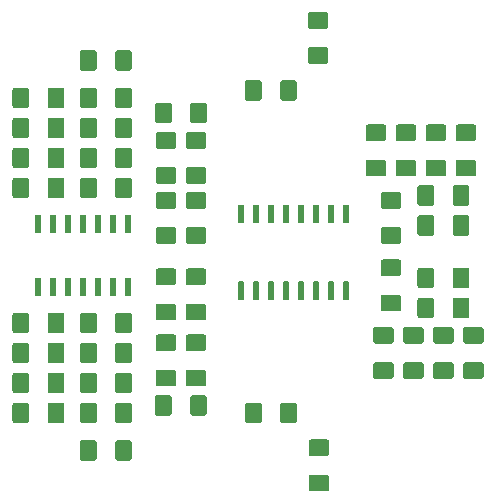
<source format=gbr>
G04 #@! TF.GenerationSoftware,KiCad,Pcbnew,(5.0.1)-4*
G04 #@! TF.CreationDate,2019-03-05T01:37:15-06:00*
G04 #@! TF.ProjectId,vca,7663612E6B696361645F706362000000,rev?*
G04 #@! TF.SameCoordinates,Original*
G04 #@! TF.FileFunction,Paste,Top*
G04 #@! TF.FilePolarity,Positive*
%FSLAX46Y46*%
G04 Gerber Fmt 4.6, Leading zero omitted, Abs format (unit mm)*
G04 Created by KiCad (PCBNEW (5.0.1)-4) date 3/5/2019 1:37:15*
%MOMM*%
%LPD*%
G01*
G04 APERTURE LIST*
%ADD10C,0.100000*%
%ADD11C,1.425000*%
%ADD12R,0.600000X1.500000*%
%ADD13C,0.550000*%
G04 APERTURE END LIST*
D10*
G04 #@! TO.C,C3*
G36*
X143248504Y-141069204D02*
X143272773Y-141072804D01*
X143296571Y-141078765D01*
X143319671Y-141087030D01*
X143341849Y-141097520D01*
X143362893Y-141110133D01*
X143382598Y-141124747D01*
X143400777Y-141141223D01*
X143417253Y-141159402D01*
X143431867Y-141179107D01*
X143444480Y-141200151D01*
X143454970Y-141222329D01*
X143463235Y-141245429D01*
X143469196Y-141269227D01*
X143472796Y-141293496D01*
X143474000Y-141318000D01*
X143474000Y-142243000D01*
X143472796Y-142267504D01*
X143469196Y-142291773D01*
X143463235Y-142315571D01*
X143454970Y-142338671D01*
X143444480Y-142360849D01*
X143431867Y-142381893D01*
X143417253Y-142401598D01*
X143400777Y-142419777D01*
X143382598Y-142436253D01*
X143362893Y-142450867D01*
X143341849Y-142463480D01*
X143319671Y-142473970D01*
X143296571Y-142482235D01*
X143272773Y-142488196D01*
X143248504Y-142491796D01*
X143224000Y-142493000D01*
X141974000Y-142493000D01*
X141949496Y-142491796D01*
X141925227Y-142488196D01*
X141901429Y-142482235D01*
X141878329Y-142473970D01*
X141856151Y-142463480D01*
X141835107Y-142450867D01*
X141815402Y-142436253D01*
X141797223Y-142419777D01*
X141780747Y-142401598D01*
X141766133Y-142381893D01*
X141753520Y-142360849D01*
X141743030Y-142338671D01*
X141734765Y-142315571D01*
X141728804Y-142291773D01*
X141725204Y-142267504D01*
X141724000Y-142243000D01*
X141724000Y-141318000D01*
X141725204Y-141293496D01*
X141728804Y-141269227D01*
X141734765Y-141245429D01*
X141743030Y-141222329D01*
X141753520Y-141200151D01*
X141766133Y-141179107D01*
X141780747Y-141159402D01*
X141797223Y-141141223D01*
X141815402Y-141124747D01*
X141835107Y-141110133D01*
X141856151Y-141097520D01*
X141878329Y-141087030D01*
X141901429Y-141078765D01*
X141925227Y-141072804D01*
X141949496Y-141069204D01*
X141974000Y-141068000D01*
X143224000Y-141068000D01*
X143248504Y-141069204D01*
X143248504Y-141069204D01*
G37*
D11*
X142599000Y-141780500D03*
D10*
G36*
X143248504Y-138094204D02*
X143272773Y-138097804D01*
X143296571Y-138103765D01*
X143319671Y-138112030D01*
X143341849Y-138122520D01*
X143362893Y-138135133D01*
X143382598Y-138149747D01*
X143400777Y-138166223D01*
X143417253Y-138184402D01*
X143431867Y-138204107D01*
X143444480Y-138225151D01*
X143454970Y-138247329D01*
X143463235Y-138270429D01*
X143469196Y-138294227D01*
X143472796Y-138318496D01*
X143474000Y-138343000D01*
X143474000Y-139268000D01*
X143472796Y-139292504D01*
X143469196Y-139316773D01*
X143463235Y-139340571D01*
X143454970Y-139363671D01*
X143444480Y-139385849D01*
X143431867Y-139406893D01*
X143417253Y-139426598D01*
X143400777Y-139444777D01*
X143382598Y-139461253D01*
X143362893Y-139475867D01*
X143341849Y-139488480D01*
X143319671Y-139498970D01*
X143296571Y-139507235D01*
X143272773Y-139513196D01*
X143248504Y-139516796D01*
X143224000Y-139518000D01*
X141974000Y-139518000D01*
X141949496Y-139516796D01*
X141925227Y-139513196D01*
X141901429Y-139507235D01*
X141878329Y-139498970D01*
X141856151Y-139488480D01*
X141835107Y-139475867D01*
X141815402Y-139461253D01*
X141797223Y-139444777D01*
X141780747Y-139426598D01*
X141766133Y-139406893D01*
X141753520Y-139385849D01*
X141743030Y-139363671D01*
X141734765Y-139340571D01*
X141728804Y-139316773D01*
X141725204Y-139292504D01*
X141724000Y-139268000D01*
X141724000Y-138343000D01*
X141725204Y-138318496D01*
X141728804Y-138294227D01*
X141734765Y-138270429D01*
X141743030Y-138247329D01*
X141753520Y-138225151D01*
X141766133Y-138204107D01*
X141780747Y-138184402D01*
X141797223Y-138166223D01*
X141815402Y-138149747D01*
X141835107Y-138135133D01*
X141856151Y-138122520D01*
X141878329Y-138112030D01*
X141901429Y-138103765D01*
X141925227Y-138097804D01*
X141949496Y-138094204D01*
X141974000Y-138093000D01*
X143224000Y-138093000D01*
X143248504Y-138094204D01*
X143248504Y-138094204D01*
G37*
D11*
X142599000Y-138805500D03*
G04 #@! TD*
D10*
G04 #@! TO.C,C5*
G36*
X143248504Y-146784204D02*
X143272773Y-146787804D01*
X143296571Y-146793765D01*
X143319671Y-146802030D01*
X143341849Y-146812520D01*
X143362893Y-146825133D01*
X143382598Y-146839747D01*
X143400777Y-146856223D01*
X143417253Y-146874402D01*
X143431867Y-146894107D01*
X143444480Y-146915151D01*
X143454970Y-146937329D01*
X143463235Y-146960429D01*
X143469196Y-146984227D01*
X143472796Y-147008496D01*
X143474000Y-147033000D01*
X143474000Y-147958000D01*
X143472796Y-147982504D01*
X143469196Y-148006773D01*
X143463235Y-148030571D01*
X143454970Y-148053671D01*
X143444480Y-148075849D01*
X143431867Y-148096893D01*
X143417253Y-148116598D01*
X143400777Y-148134777D01*
X143382598Y-148151253D01*
X143362893Y-148165867D01*
X143341849Y-148178480D01*
X143319671Y-148188970D01*
X143296571Y-148197235D01*
X143272773Y-148203196D01*
X143248504Y-148206796D01*
X143224000Y-148208000D01*
X141974000Y-148208000D01*
X141949496Y-148206796D01*
X141925227Y-148203196D01*
X141901429Y-148197235D01*
X141878329Y-148188970D01*
X141856151Y-148178480D01*
X141835107Y-148165867D01*
X141815402Y-148151253D01*
X141797223Y-148134777D01*
X141780747Y-148116598D01*
X141766133Y-148096893D01*
X141753520Y-148075849D01*
X141743030Y-148053671D01*
X141734765Y-148030571D01*
X141728804Y-148006773D01*
X141725204Y-147982504D01*
X141724000Y-147958000D01*
X141724000Y-147033000D01*
X141725204Y-147008496D01*
X141728804Y-146984227D01*
X141734765Y-146960429D01*
X141743030Y-146937329D01*
X141753520Y-146915151D01*
X141766133Y-146894107D01*
X141780747Y-146874402D01*
X141797223Y-146856223D01*
X141815402Y-146839747D01*
X141835107Y-146825133D01*
X141856151Y-146812520D01*
X141878329Y-146802030D01*
X141901429Y-146793765D01*
X141925227Y-146787804D01*
X141949496Y-146784204D01*
X141974000Y-146783000D01*
X143224000Y-146783000D01*
X143248504Y-146784204D01*
X143248504Y-146784204D01*
G37*
D11*
X142599000Y-147495500D03*
D10*
G36*
X143248504Y-143809204D02*
X143272773Y-143812804D01*
X143296571Y-143818765D01*
X143319671Y-143827030D01*
X143341849Y-143837520D01*
X143362893Y-143850133D01*
X143382598Y-143864747D01*
X143400777Y-143881223D01*
X143417253Y-143899402D01*
X143431867Y-143919107D01*
X143444480Y-143940151D01*
X143454970Y-143962329D01*
X143463235Y-143985429D01*
X143469196Y-144009227D01*
X143472796Y-144033496D01*
X143474000Y-144058000D01*
X143474000Y-144983000D01*
X143472796Y-145007504D01*
X143469196Y-145031773D01*
X143463235Y-145055571D01*
X143454970Y-145078671D01*
X143444480Y-145100849D01*
X143431867Y-145121893D01*
X143417253Y-145141598D01*
X143400777Y-145159777D01*
X143382598Y-145176253D01*
X143362893Y-145190867D01*
X143341849Y-145203480D01*
X143319671Y-145213970D01*
X143296571Y-145222235D01*
X143272773Y-145228196D01*
X143248504Y-145231796D01*
X143224000Y-145233000D01*
X141974000Y-145233000D01*
X141949496Y-145231796D01*
X141925227Y-145228196D01*
X141901429Y-145222235D01*
X141878329Y-145213970D01*
X141856151Y-145203480D01*
X141835107Y-145190867D01*
X141815402Y-145176253D01*
X141797223Y-145159777D01*
X141780747Y-145141598D01*
X141766133Y-145121893D01*
X141753520Y-145100849D01*
X141743030Y-145078671D01*
X141734765Y-145055571D01*
X141728804Y-145031773D01*
X141725204Y-145007504D01*
X141724000Y-144983000D01*
X141724000Y-144058000D01*
X141725204Y-144033496D01*
X141728804Y-144009227D01*
X141734765Y-143985429D01*
X141743030Y-143962329D01*
X141753520Y-143940151D01*
X141766133Y-143919107D01*
X141780747Y-143899402D01*
X141797223Y-143881223D01*
X141815402Y-143864747D01*
X141835107Y-143850133D01*
X141856151Y-143837520D01*
X141878329Y-143827030D01*
X141901429Y-143818765D01*
X141925227Y-143812804D01*
X141949496Y-143809204D01*
X141974000Y-143808000D01*
X143224000Y-143808000D01*
X143248504Y-143809204D01*
X143248504Y-143809204D01*
G37*
D11*
X142599000Y-144520500D03*
G04 #@! TD*
D10*
G04 #@! TO.C,C2*
G36*
X124198504Y-138094204D02*
X124222773Y-138097804D01*
X124246571Y-138103765D01*
X124269671Y-138112030D01*
X124291849Y-138122520D01*
X124312893Y-138135133D01*
X124332598Y-138149747D01*
X124350777Y-138166223D01*
X124367253Y-138184402D01*
X124381867Y-138204107D01*
X124394480Y-138225151D01*
X124404970Y-138247329D01*
X124413235Y-138270429D01*
X124419196Y-138294227D01*
X124422796Y-138318496D01*
X124424000Y-138343000D01*
X124424000Y-139268000D01*
X124422796Y-139292504D01*
X124419196Y-139316773D01*
X124413235Y-139340571D01*
X124404970Y-139363671D01*
X124394480Y-139385849D01*
X124381867Y-139406893D01*
X124367253Y-139426598D01*
X124350777Y-139444777D01*
X124332598Y-139461253D01*
X124312893Y-139475867D01*
X124291849Y-139488480D01*
X124269671Y-139498970D01*
X124246571Y-139507235D01*
X124222773Y-139513196D01*
X124198504Y-139516796D01*
X124174000Y-139518000D01*
X122924000Y-139518000D01*
X122899496Y-139516796D01*
X122875227Y-139513196D01*
X122851429Y-139507235D01*
X122828329Y-139498970D01*
X122806151Y-139488480D01*
X122785107Y-139475867D01*
X122765402Y-139461253D01*
X122747223Y-139444777D01*
X122730747Y-139426598D01*
X122716133Y-139406893D01*
X122703520Y-139385849D01*
X122693030Y-139363671D01*
X122684765Y-139340571D01*
X122678804Y-139316773D01*
X122675204Y-139292504D01*
X122674000Y-139268000D01*
X122674000Y-138343000D01*
X122675204Y-138318496D01*
X122678804Y-138294227D01*
X122684765Y-138270429D01*
X122693030Y-138247329D01*
X122703520Y-138225151D01*
X122716133Y-138204107D01*
X122730747Y-138184402D01*
X122747223Y-138166223D01*
X122765402Y-138149747D01*
X122785107Y-138135133D01*
X122806151Y-138122520D01*
X122828329Y-138112030D01*
X122851429Y-138103765D01*
X122875227Y-138097804D01*
X122899496Y-138094204D01*
X122924000Y-138093000D01*
X124174000Y-138093000D01*
X124198504Y-138094204D01*
X124198504Y-138094204D01*
G37*
D11*
X123549000Y-138805500D03*
D10*
G36*
X124198504Y-141069204D02*
X124222773Y-141072804D01*
X124246571Y-141078765D01*
X124269671Y-141087030D01*
X124291849Y-141097520D01*
X124312893Y-141110133D01*
X124332598Y-141124747D01*
X124350777Y-141141223D01*
X124367253Y-141159402D01*
X124381867Y-141179107D01*
X124394480Y-141200151D01*
X124404970Y-141222329D01*
X124413235Y-141245429D01*
X124419196Y-141269227D01*
X124422796Y-141293496D01*
X124424000Y-141318000D01*
X124424000Y-142243000D01*
X124422796Y-142267504D01*
X124419196Y-142291773D01*
X124413235Y-142315571D01*
X124404970Y-142338671D01*
X124394480Y-142360849D01*
X124381867Y-142381893D01*
X124367253Y-142401598D01*
X124350777Y-142419777D01*
X124332598Y-142436253D01*
X124312893Y-142450867D01*
X124291849Y-142463480D01*
X124269671Y-142473970D01*
X124246571Y-142482235D01*
X124222773Y-142488196D01*
X124198504Y-142491796D01*
X124174000Y-142493000D01*
X122924000Y-142493000D01*
X122899496Y-142491796D01*
X122875227Y-142488196D01*
X122851429Y-142482235D01*
X122828329Y-142473970D01*
X122806151Y-142463480D01*
X122785107Y-142450867D01*
X122765402Y-142436253D01*
X122747223Y-142419777D01*
X122730747Y-142401598D01*
X122716133Y-142381893D01*
X122703520Y-142360849D01*
X122693030Y-142338671D01*
X122684765Y-142315571D01*
X122678804Y-142291773D01*
X122675204Y-142267504D01*
X122674000Y-142243000D01*
X122674000Y-141318000D01*
X122675204Y-141293496D01*
X122678804Y-141269227D01*
X122684765Y-141245429D01*
X122693030Y-141222329D01*
X122703520Y-141200151D01*
X122716133Y-141179107D01*
X122730747Y-141159402D01*
X122747223Y-141141223D01*
X122765402Y-141124747D01*
X122785107Y-141110133D01*
X122806151Y-141097520D01*
X122828329Y-141087030D01*
X122851429Y-141078765D01*
X122875227Y-141072804D01*
X122899496Y-141069204D01*
X122924000Y-141068000D01*
X124174000Y-141068000D01*
X124198504Y-141069204D01*
X124198504Y-141069204D01*
G37*
D11*
X123549000Y-141780500D03*
G04 #@! TD*
D10*
G04 #@! TO.C,C6*
G36*
X124198504Y-144571204D02*
X124222773Y-144574804D01*
X124246571Y-144580765D01*
X124269671Y-144589030D01*
X124291849Y-144599520D01*
X124312893Y-144612133D01*
X124332598Y-144626747D01*
X124350777Y-144643223D01*
X124367253Y-144661402D01*
X124381867Y-144681107D01*
X124394480Y-144702151D01*
X124404970Y-144724329D01*
X124413235Y-144747429D01*
X124419196Y-144771227D01*
X124422796Y-144795496D01*
X124424000Y-144820000D01*
X124424000Y-145745000D01*
X124422796Y-145769504D01*
X124419196Y-145793773D01*
X124413235Y-145817571D01*
X124404970Y-145840671D01*
X124394480Y-145862849D01*
X124381867Y-145883893D01*
X124367253Y-145903598D01*
X124350777Y-145921777D01*
X124332598Y-145938253D01*
X124312893Y-145952867D01*
X124291849Y-145965480D01*
X124269671Y-145975970D01*
X124246571Y-145984235D01*
X124222773Y-145990196D01*
X124198504Y-145993796D01*
X124174000Y-145995000D01*
X122924000Y-145995000D01*
X122899496Y-145993796D01*
X122875227Y-145990196D01*
X122851429Y-145984235D01*
X122828329Y-145975970D01*
X122806151Y-145965480D01*
X122785107Y-145952867D01*
X122765402Y-145938253D01*
X122747223Y-145921777D01*
X122730747Y-145903598D01*
X122716133Y-145883893D01*
X122703520Y-145862849D01*
X122693030Y-145840671D01*
X122684765Y-145817571D01*
X122678804Y-145793773D01*
X122675204Y-145769504D01*
X122674000Y-145745000D01*
X122674000Y-144820000D01*
X122675204Y-144795496D01*
X122678804Y-144771227D01*
X122684765Y-144747429D01*
X122693030Y-144724329D01*
X122703520Y-144702151D01*
X122716133Y-144681107D01*
X122730747Y-144661402D01*
X122747223Y-144643223D01*
X122765402Y-144626747D01*
X122785107Y-144612133D01*
X122806151Y-144599520D01*
X122828329Y-144589030D01*
X122851429Y-144580765D01*
X122875227Y-144574804D01*
X122899496Y-144571204D01*
X122924000Y-144570000D01*
X124174000Y-144570000D01*
X124198504Y-144571204D01*
X124198504Y-144571204D01*
G37*
D11*
X123549000Y-145282500D03*
D10*
G36*
X124198504Y-147546204D02*
X124222773Y-147549804D01*
X124246571Y-147555765D01*
X124269671Y-147564030D01*
X124291849Y-147574520D01*
X124312893Y-147587133D01*
X124332598Y-147601747D01*
X124350777Y-147618223D01*
X124367253Y-147636402D01*
X124381867Y-147656107D01*
X124394480Y-147677151D01*
X124404970Y-147699329D01*
X124413235Y-147722429D01*
X124419196Y-147746227D01*
X124422796Y-147770496D01*
X124424000Y-147795000D01*
X124424000Y-148720000D01*
X124422796Y-148744504D01*
X124419196Y-148768773D01*
X124413235Y-148792571D01*
X124404970Y-148815671D01*
X124394480Y-148837849D01*
X124381867Y-148858893D01*
X124367253Y-148878598D01*
X124350777Y-148896777D01*
X124332598Y-148913253D01*
X124312893Y-148927867D01*
X124291849Y-148940480D01*
X124269671Y-148950970D01*
X124246571Y-148959235D01*
X124222773Y-148965196D01*
X124198504Y-148968796D01*
X124174000Y-148970000D01*
X122924000Y-148970000D01*
X122899496Y-148968796D01*
X122875227Y-148965196D01*
X122851429Y-148959235D01*
X122828329Y-148950970D01*
X122806151Y-148940480D01*
X122785107Y-148927867D01*
X122765402Y-148913253D01*
X122747223Y-148896777D01*
X122730747Y-148878598D01*
X122716133Y-148858893D01*
X122703520Y-148837849D01*
X122693030Y-148815671D01*
X122684765Y-148792571D01*
X122678804Y-148768773D01*
X122675204Y-148744504D01*
X122674000Y-148720000D01*
X122674000Y-147795000D01*
X122675204Y-147770496D01*
X122678804Y-147746227D01*
X122684765Y-147722429D01*
X122693030Y-147699329D01*
X122703520Y-147677151D01*
X122716133Y-147656107D01*
X122730747Y-147636402D01*
X122747223Y-147618223D01*
X122765402Y-147601747D01*
X122785107Y-147587133D01*
X122806151Y-147574520D01*
X122828329Y-147564030D01*
X122851429Y-147555765D01*
X122875227Y-147549804D01*
X122899496Y-147546204D01*
X122924000Y-147545000D01*
X124174000Y-147545000D01*
X124198504Y-147546204D01*
X124198504Y-147546204D01*
G37*
D11*
X123549000Y-148257500D03*
G04 #@! TD*
D10*
G04 #@! TO.C,R1*
G36*
X111753504Y-150849204D02*
X111777773Y-150852804D01*
X111801571Y-150858765D01*
X111824671Y-150867030D01*
X111846849Y-150877520D01*
X111867893Y-150890133D01*
X111887598Y-150904747D01*
X111905777Y-150921223D01*
X111922253Y-150939402D01*
X111936867Y-150959107D01*
X111949480Y-150980151D01*
X111959970Y-151002329D01*
X111968235Y-151025429D01*
X111974196Y-151049227D01*
X111977796Y-151073496D01*
X111979000Y-151098000D01*
X111979000Y-152348000D01*
X111977796Y-152372504D01*
X111974196Y-152396773D01*
X111968235Y-152420571D01*
X111959970Y-152443671D01*
X111949480Y-152465849D01*
X111936867Y-152486893D01*
X111922253Y-152506598D01*
X111905777Y-152524777D01*
X111887598Y-152541253D01*
X111867893Y-152555867D01*
X111846849Y-152568480D01*
X111824671Y-152578970D01*
X111801571Y-152587235D01*
X111777773Y-152593196D01*
X111753504Y-152596796D01*
X111729000Y-152598000D01*
X110804000Y-152598000D01*
X110779496Y-152596796D01*
X110755227Y-152593196D01*
X110731429Y-152587235D01*
X110708329Y-152578970D01*
X110686151Y-152568480D01*
X110665107Y-152555867D01*
X110645402Y-152541253D01*
X110627223Y-152524777D01*
X110610747Y-152506598D01*
X110596133Y-152486893D01*
X110583520Y-152465849D01*
X110573030Y-152443671D01*
X110564765Y-152420571D01*
X110558804Y-152396773D01*
X110555204Y-152372504D01*
X110554000Y-152348000D01*
X110554000Y-151098000D01*
X110555204Y-151073496D01*
X110558804Y-151049227D01*
X110564765Y-151025429D01*
X110573030Y-151002329D01*
X110583520Y-150980151D01*
X110596133Y-150959107D01*
X110610747Y-150939402D01*
X110627223Y-150921223D01*
X110645402Y-150904747D01*
X110665107Y-150890133D01*
X110686151Y-150877520D01*
X110708329Y-150867030D01*
X110731429Y-150858765D01*
X110755227Y-150852804D01*
X110779496Y-150849204D01*
X110804000Y-150848000D01*
X111729000Y-150848000D01*
X111753504Y-150849204D01*
X111753504Y-150849204D01*
G37*
D11*
X111266500Y-151723000D03*
D10*
G36*
X114728504Y-150849204D02*
X114752773Y-150852804D01*
X114776571Y-150858765D01*
X114799671Y-150867030D01*
X114821849Y-150877520D01*
X114842893Y-150890133D01*
X114862598Y-150904747D01*
X114880777Y-150921223D01*
X114897253Y-150939402D01*
X114911867Y-150959107D01*
X114924480Y-150980151D01*
X114934970Y-151002329D01*
X114943235Y-151025429D01*
X114949196Y-151049227D01*
X114952796Y-151073496D01*
X114954000Y-151098000D01*
X114954000Y-152348000D01*
X114952796Y-152372504D01*
X114949196Y-152396773D01*
X114943235Y-152420571D01*
X114934970Y-152443671D01*
X114924480Y-152465849D01*
X114911867Y-152486893D01*
X114897253Y-152506598D01*
X114880777Y-152524777D01*
X114862598Y-152541253D01*
X114842893Y-152555867D01*
X114821849Y-152568480D01*
X114799671Y-152578970D01*
X114776571Y-152587235D01*
X114752773Y-152593196D01*
X114728504Y-152596796D01*
X114704000Y-152598000D01*
X113779000Y-152598000D01*
X113754496Y-152596796D01*
X113730227Y-152593196D01*
X113706429Y-152587235D01*
X113683329Y-152578970D01*
X113661151Y-152568480D01*
X113640107Y-152555867D01*
X113620402Y-152541253D01*
X113602223Y-152524777D01*
X113585747Y-152506598D01*
X113571133Y-152486893D01*
X113558520Y-152465849D01*
X113548030Y-152443671D01*
X113539765Y-152420571D01*
X113533804Y-152396773D01*
X113530204Y-152372504D01*
X113529000Y-152348000D01*
X113529000Y-151098000D01*
X113530204Y-151073496D01*
X113533804Y-151049227D01*
X113539765Y-151025429D01*
X113548030Y-151002329D01*
X113558520Y-150980151D01*
X113571133Y-150959107D01*
X113585747Y-150939402D01*
X113602223Y-150921223D01*
X113620402Y-150904747D01*
X113640107Y-150890133D01*
X113661151Y-150877520D01*
X113683329Y-150867030D01*
X113706429Y-150858765D01*
X113730227Y-150852804D01*
X113754496Y-150849204D01*
X113779000Y-150848000D01*
X114704000Y-150848000D01*
X114728504Y-150849204D01*
X114728504Y-150849204D01*
G37*
D11*
X114241500Y-151723000D03*
G04 #@! TD*
D10*
G04 #@! TO.C,R2*
G36*
X124198504Y-153134204D02*
X124222773Y-153137804D01*
X124246571Y-153143765D01*
X124269671Y-153152030D01*
X124291849Y-153162520D01*
X124312893Y-153175133D01*
X124332598Y-153189747D01*
X124350777Y-153206223D01*
X124367253Y-153224402D01*
X124381867Y-153244107D01*
X124394480Y-153265151D01*
X124404970Y-153287329D01*
X124413235Y-153310429D01*
X124419196Y-153334227D01*
X124422796Y-153358496D01*
X124424000Y-153383000D01*
X124424000Y-154308000D01*
X124422796Y-154332504D01*
X124419196Y-154356773D01*
X124413235Y-154380571D01*
X124404970Y-154403671D01*
X124394480Y-154425849D01*
X124381867Y-154446893D01*
X124367253Y-154466598D01*
X124350777Y-154484777D01*
X124332598Y-154501253D01*
X124312893Y-154515867D01*
X124291849Y-154528480D01*
X124269671Y-154538970D01*
X124246571Y-154547235D01*
X124222773Y-154553196D01*
X124198504Y-154556796D01*
X124174000Y-154558000D01*
X122924000Y-154558000D01*
X122899496Y-154556796D01*
X122875227Y-154553196D01*
X122851429Y-154547235D01*
X122828329Y-154538970D01*
X122806151Y-154528480D01*
X122785107Y-154515867D01*
X122765402Y-154501253D01*
X122747223Y-154484777D01*
X122730747Y-154466598D01*
X122716133Y-154446893D01*
X122703520Y-154425849D01*
X122693030Y-154403671D01*
X122684765Y-154380571D01*
X122678804Y-154356773D01*
X122675204Y-154332504D01*
X122674000Y-154308000D01*
X122674000Y-153383000D01*
X122675204Y-153358496D01*
X122678804Y-153334227D01*
X122684765Y-153310429D01*
X122693030Y-153287329D01*
X122703520Y-153265151D01*
X122716133Y-153244107D01*
X122730747Y-153224402D01*
X122747223Y-153206223D01*
X122765402Y-153189747D01*
X122785107Y-153175133D01*
X122806151Y-153162520D01*
X122828329Y-153152030D01*
X122851429Y-153143765D01*
X122875227Y-153137804D01*
X122899496Y-153134204D01*
X122924000Y-153133000D01*
X124174000Y-153133000D01*
X124198504Y-153134204D01*
X124198504Y-153134204D01*
G37*
D11*
X123549000Y-153845500D03*
D10*
G36*
X124198504Y-150159204D02*
X124222773Y-150162804D01*
X124246571Y-150168765D01*
X124269671Y-150177030D01*
X124291849Y-150187520D01*
X124312893Y-150200133D01*
X124332598Y-150214747D01*
X124350777Y-150231223D01*
X124367253Y-150249402D01*
X124381867Y-150269107D01*
X124394480Y-150290151D01*
X124404970Y-150312329D01*
X124413235Y-150335429D01*
X124419196Y-150359227D01*
X124422796Y-150383496D01*
X124424000Y-150408000D01*
X124424000Y-151333000D01*
X124422796Y-151357504D01*
X124419196Y-151381773D01*
X124413235Y-151405571D01*
X124404970Y-151428671D01*
X124394480Y-151450849D01*
X124381867Y-151471893D01*
X124367253Y-151491598D01*
X124350777Y-151509777D01*
X124332598Y-151526253D01*
X124312893Y-151540867D01*
X124291849Y-151553480D01*
X124269671Y-151563970D01*
X124246571Y-151572235D01*
X124222773Y-151578196D01*
X124198504Y-151581796D01*
X124174000Y-151583000D01*
X122924000Y-151583000D01*
X122899496Y-151581796D01*
X122875227Y-151578196D01*
X122851429Y-151572235D01*
X122828329Y-151563970D01*
X122806151Y-151553480D01*
X122785107Y-151540867D01*
X122765402Y-151526253D01*
X122747223Y-151509777D01*
X122730747Y-151491598D01*
X122716133Y-151471893D01*
X122703520Y-151450849D01*
X122693030Y-151428671D01*
X122684765Y-151405571D01*
X122678804Y-151381773D01*
X122675204Y-151357504D01*
X122674000Y-151333000D01*
X122674000Y-150408000D01*
X122675204Y-150383496D01*
X122678804Y-150359227D01*
X122684765Y-150335429D01*
X122693030Y-150312329D01*
X122703520Y-150290151D01*
X122716133Y-150269107D01*
X122730747Y-150249402D01*
X122747223Y-150231223D01*
X122765402Y-150214747D01*
X122785107Y-150200133D01*
X122806151Y-150187520D01*
X122828329Y-150177030D01*
X122851429Y-150168765D01*
X122875227Y-150162804D01*
X122899496Y-150159204D01*
X122924000Y-150158000D01*
X124174000Y-150158000D01*
X124198504Y-150159204D01*
X124198504Y-150159204D01*
G37*
D11*
X123549000Y-150870500D03*
G04 #@! TD*
D10*
G04 #@! TO.C,R3*
G36*
X117468504Y-148309204D02*
X117492773Y-148312804D01*
X117516571Y-148318765D01*
X117539671Y-148327030D01*
X117561849Y-148337520D01*
X117582893Y-148350133D01*
X117602598Y-148364747D01*
X117620777Y-148381223D01*
X117637253Y-148399402D01*
X117651867Y-148419107D01*
X117664480Y-148440151D01*
X117674970Y-148462329D01*
X117683235Y-148485429D01*
X117689196Y-148509227D01*
X117692796Y-148533496D01*
X117694000Y-148558000D01*
X117694000Y-149808000D01*
X117692796Y-149832504D01*
X117689196Y-149856773D01*
X117683235Y-149880571D01*
X117674970Y-149903671D01*
X117664480Y-149925849D01*
X117651867Y-149946893D01*
X117637253Y-149966598D01*
X117620777Y-149984777D01*
X117602598Y-150001253D01*
X117582893Y-150015867D01*
X117561849Y-150028480D01*
X117539671Y-150038970D01*
X117516571Y-150047235D01*
X117492773Y-150053196D01*
X117468504Y-150056796D01*
X117444000Y-150058000D01*
X116519000Y-150058000D01*
X116494496Y-150056796D01*
X116470227Y-150053196D01*
X116446429Y-150047235D01*
X116423329Y-150038970D01*
X116401151Y-150028480D01*
X116380107Y-150015867D01*
X116360402Y-150001253D01*
X116342223Y-149984777D01*
X116325747Y-149966598D01*
X116311133Y-149946893D01*
X116298520Y-149925849D01*
X116288030Y-149903671D01*
X116279765Y-149880571D01*
X116273804Y-149856773D01*
X116270204Y-149832504D01*
X116269000Y-149808000D01*
X116269000Y-148558000D01*
X116270204Y-148533496D01*
X116273804Y-148509227D01*
X116279765Y-148485429D01*
X116288030Y-148462329D01*
X116298520Y-148440151D01*
X116311133Y-148419107D01*
X116325747Y-148399402D01*
X116342223Y-148381223D01*
X116360402Y-148364747D01*
X116380107Y-148350133D01*
X116401151Y-148337520D01*
X116423329Y-148327030D01*
X116446429Y-148318765D01*
X116470227Y-148312804D01*
X116494496Y-148309204D01*
X116519000Y-148308000D01*
X117444000Y-148308000D01*
X117468504Y-148309204D01*
X117468504Y-148309204D01*
G37*
D11*
X116981500Y-149183000D03*
D10*
G36*
X120443504Y-148309204D02*
X120467773Y-148312804D01*
X120491571Y-148318765D01*
X120514671Y-148327030D01*
X120536849Y-148337520D01*
X120557893Y-148350133D01*
X120577598Y-148364747D01*
X120595777Y-148381223D01*
X120612253Y-148399402D01*
X120626867Y-148419107D01*
X120639480Y-148440151D01*
X120649970Y-148462329D01*
X120658235Y-148485429D01*
X120664196Y-148509227D01*
X120667796Y-148533496D01*
X120669000Y-148558000D01*
X120669000Y-149808000D01*
X120667796Y-149832504D01*
X120664196Y-149856773D01*
X120658235Y-149880571D01*
X120649970Y-149903671D01*
X120639480Y-149925849D01*
X120626867Y-149946893D01*
X120612253Y-149966598D01*
X120595777Y-149984777D01*
X120577598Y-150001253D01*
X120557893Y-150015867D01*
X120536849Y-150028480D01*
X120514671Y-150038970D01*
X120491571Y-150047235D01*
X120467773Y-150053196D01*
X120443504Y-150056796D01*
X120419000Y-150058000D01*
X119494000Y-150058000D01*
X119469496Y-150056796D01*
X119445227Y-150053196D01*
X119421429Y-150047235D01*
X119398329Y-150038970D01*
X119376151Y-150028480D01*
X119355107Y-150015867D01*
X119335402Y-150001253D01*
X119317223Y-149984777D01*
X119300747Y-149966598D01*
X119286133Y-149946893D01*
X119273520Y-149925849D01*
X119263030Y-149903671D01*
X119254765Y-149880571D01*
X119248804Y-149856773D01*
X119245204Y-149832504D01*
X119244000Y-149808000D01*
X119244000Y-148558000D01*
X119245204Y-148533496D01*
X119248804Y-148509227D01*
X119254765Y-148485429D01*
X119263030Y-148462329D01*
X119273520Y-148440151D01*
X119286133Y-148419107D01*
X119300747Y-148399402D01*
X119317223Y-148381223D01*
X119335402Y-148364747D01*
X119355107Y-148350133D01*
X119376151Y-148337520D01*
X119398329Y-148327030D01*
X119421429Y-148318765D01*
X119445227Y-148312804D01*
X119469496Y-148309204D01*
X119494000Y-148308000D01*
X120419000Y-148308000D01*
X120443504Y-148309204D01*
X120443504Y-148309204D01*
G37*
D11*
X119956500Y-149183000D03*
G04 #@! TD*
D10*
G04 #@! TO.C,R4*
G36*
X111753504Y-153389204D02*
X111777773Y-153392804D01*
X111801571Y-153398765D01*
X111824671Y-153407030D01*
X111846849Y-153417520D01*
X111867893Y-153430133D01*
X111887598Y-153444747D01*
X111905777Y-153461223D01*
X111922253Y-153479402D01*
X111936867Y-153499107D01*
X111949480Y-153520151D01*
X111959970Y-153542329D01*
X111968235Y-153565429D01*
X111974196Y-153589227D01*
X111977796Y-153613496D01*
X111979000Y-153638000D01*
X111979000Y-154888000D01*
X111977796Y-154912504D01*
X111974196Y-154936773D01*
X111968235Y-154960571D01*
X111959970Y-154983671D01*
X111949480Y-155005849D01*
X111936867Y-155026893D01*
X111922253Y-155046598D01*
X111905777Y-155064777D01*
X111887598Y-155081253D01*
X111867893Y-155095867D01*
X111846849Y-155108480D01*
X111824671Y-155118970D01*
X111801571Y-155127235D01*
X111777773Y-155133196D01*
X111753504Y-155136796D01*
X111729000Y-155138000D01*
X110804000Y-155138000D01*
X110779496Y-155136796D01*
X110755227Y-155133196D01*
X110731429Y-155127235D01*
X110708329Y-155118970D01*
X110686151Y-155108480D01*
X110665107Y-155095867D01*
X110645402Y-155081253D01*
X110627223Y-155064777D01*
X110610747Y-155046598D01*
X110596133Y-155026893D01*
X110583520Y-155005849D01*
X110573030Y-154983671D01*
X110564765Y-154960571D01*
X110558804Y-154936773D01*
X110555204Y-154912504D01*
X110554000Y-154888000D01*
X110554000Y-153638000D01*
X110555204Y-153613496D01*
X110558804Y-153589227D01*
X110564765Y-153565429D01*
X110573030Y-153542329D01*
X110583520Y-153520151D01*
X110596133Y-153499107D01*
X110610747Y-153479402D01*
X110627223Y-153461223D01*
X110645402Y-153444747D01*
X110665107Y-153430133D01*
X110686151Y-153417520D01*
X110708329Y-153407030D01*
X110731429Y-153398765D01*
X110755227Y-153392804D01*
X110779496Y-153389204D01*
X110804000Y-153388000D01*
X111729000Y-153388000D01*
X111753504Y-153389204D01*
X111753504Y-153389204D01*
G37*
D11*
X111266500Y-154263000D03*
D10*
G36*
X114728504Y-153389204D02*
X114752773Y-153392804D01*
X114776571Y-153398765D01*
X114799671Y-153407030D01*
X114821849Y-153417520D01*
X114842893Y-153430133D01*
X114862598Y-153444747D01*
X114880777Y-153461223D01*
X114897253Y-153479402D01*
X114911867Y-153499107D01*
X114924480Y-153520151D01*
X114934970Y-153542329D01*
X114943235Y-153565429D01*
X114949196Y-153589227D01*
X114952796Y-153613496D01*
X114954000Y-153638000D01*
X114954000Y-154888000D01*
X114952796Y-154912504D01*
X114949196Y-154936773D01*
X114943235Y-154960571D01*
X114934970Y-154983671D01*
X114924480Y-155005849D01*
X114911867Y-155026893D01*
X114897253Y-155046598D01*
X114880777Y-155064777D01*
X114862598Y-155081253D01*
X114842893Y-155095867D01*
X114821849Y-155108480D01*
X114799671Y-155118970D01*
X114776571Y-155127235D01*
X114752773Y-155133196D01*
X114728504Y-155136796D01*
X114704000Y-155138000D01*
X113779000Y-155138000D01*
X113754496Y-155136796D01*
X113730227Y-155133196D01*
X113706429Y-155127235D01*
X113683329Y-155118970D01*
X113661151Y-155108480D01*
X113640107Y-155095867D01*
X113620402Y-155081253D01*
X113602223Y-155064777D01*
X113585747Y-155046598D01*
X113571133Y-155026893D01*
X113558520Y-155005849D01*
X113548030Y-154983671D01*
X113539765Y-154960571D01*
X113533804Y-154936773D01*
X113530204Y-154912504D01*
X113529000Y-154888000D01*
X113529000Y-153638000D01*
X113530204Y-153613496D01*
X113533804Y-153589227D01*
X113539765Y-153565429D01*
X113548030Y-153542329D01*
X113558520Y-153520151D01*
X113571133Y-153499107D01*
X113585747Y-153479402D01*
X113602223Y-153461223D01*
X113620402Y-153444747D01*
X113640107Y-153430133D01*
X113661151Y-153417520D01*
X113683329Y-153407030D01*
X113706429Y-153398765D01*
X113730227Y-153392804D01*
X113754496Y-153389204D01*
X113779000Y-153388000D01*
X114704000Y-153388000D01*
X114728504Y-153389204D01*
X114728504Y-153389204D01*
G37*
D11*
X114241500Y-154263000D03*
G04 #@! TD*
D10*
G04 #@! TO.C,R5*
G36*
X120443504Y-155929204D02*
X120467773Y-155932804D01*
X120491571Y-155938765D01*
X120514671Y-155947030D01*
X120536849Y-155957520D01*
X120557893Y-155970133D01*
X120577598Y-155984747D01*
X120595777Y-156001223D01*
X120612253Y-156019402D01*
X120626867Y-156039107D01*
X120639480Y-156060151D01*
X120649970Y-156082329D01*
X120658235Y-156105429D01*
X120664196Y-156129227D01*
X120667796Y-156153496D01*
X120669000Y-156178000D01*
X120669000Y-157428000D01*
X120667796Y-157452504D01*
X120664196Y-157476773D01*
X120658235Y-157500571D01*
X120649970Y-157523671D01*
X120639480Y-157545849D01*
X120626867Y-157566893D01*
X120612253Y-157586598D01*
X120595777Y-157604777D01*
X120577598Y-157621253D01*
X120557893Y-157635867D01*
X120536849Y-157648480D01*
X120514671Y-157658970D01*
X120491571Y-157667235D01*
X120467773Y-157673196D01*
X120443504Y-157676796D01*
X120419000Y-157678000D01*
X119494000Y-157678000D01*
X119469496Y-157676796D01*
X119445227Y-157673196D01*
X119421429Y-157667235D01*
X119398329Y-157658970D01*
X119376151Y-157648480D01*
X119355107Y-157635867D01*
X119335402Y-157621253D01*
X119317223Y-157604777D01*
X119300747Y-157586598D01*
X119286133Y-157566893D01*
X119273520Y-157545849D01*
X119263030Y-157523671D01*
X119254765Y-157500571D01*
X119248804Y-157476773D01*
X119245204Y-157452504D01*
X119244000Y-157428000D01*
X119244000Y-156178000D01*
X119245204Y-156153496D01*
X119248804Y-156129227D01*
X119254765Y-156105429D01*
X119263030Y-156082329D01*
X119273520Y-156060151D01*
X119286133Y-156039107D01*
X119300747Y-156019402D01*
X119317223Y-156001223D01*
X119335402Y-155984747D01*
X119355107Y-155970133D01*
X119376151Y-155957520D01*
X119398329Y-155947030D01*
X119421429Y-155938765D01*
X119445227Y-155932804D01*
X119469496Y-155929204D01*
X119494000Y-155928000D01*
X120419000Y-155928000D01*
X120443504Y-155929204D01*
X120443504Y-155929204D01*
G37*
D11*
X119956500Y-156803000D03*
D10*
G36*
X117468504Y-155929204D02*
X117492773Y-155932804D01*
X117516571Y-155938765D01*
X117539671Y-155947030D01*
X117561849Y-155957520D01*
X117582893Y-155970133D01*
X117602598Y-155984747D01*
X117620777Y-156001223D01*
X117637253Y-156019402D01*
X117651867Y-156039107D01*
X117664480Y-156060151D01*
X117674970Y-156082329D01*
X117683235Y-156105429D01*
X117689196Y-156129227D01*
X117692796Y-156153496D01*
X117694000Y-156178000D01*
X117694000Y-157428000D01*
X117692796Y-157452504D01*
X117689196Y-157476773D01*
X117683235Y-157500571D01*
X117674970Y-157523671D01*
X117664480Y-157545849D01*
X117651867Y-157566893D01*
X117637253Y-157586598D01*
X117620777Y-157604777D01*
X117602598Y-157621253D01*
X117582893Y-157635867D01*
X117561849Y-157648480D01*
X117539671Y-157658970D01*
X117516571Y-157667235D01*
X117492773Y-157673196D01*
X117468504Y-157676796D01*
X117444000Y-157678000D01*
X116519000Y-157678000D01*
X116494496Y-157676796D01*
X116470227Y-157673196D01*
X116446429Y-157667235D01*
X116423329Y-157658970D01*
X116401151Y-157648480D01*
X116380107Y-157635867D01*
X116360402Y-157621253D01*
X116342223Y-157604777D01*
X116325747Y-157586598D01*
X116311133Y-157566893D01*
X116298520Y-157545849D01*
X116288030Y-157523671D01*
X116279765Y-157500571D01*
X116273804Y-157476773D01*
X116270204Y-157452504D01*
X116269000Y-157428000D01*
X116269000Y-156178000D01*
X116270204Y-156153496D01*
X116273804Y-156129227D01*
X116279765Y-156105429D01*
X116288030Y-156082329D01*
X116298520Y-156060151D01*
X116311133Y-156039107D01*
X116325747Y-156019402D01*
X116342223Y-156001223D01*
X116360402Y-155984747D01*
X116380107Y-155970133D01*
X116401151Y-155957520D01*
X116423329Y-155947030D01*
X116446429Y-155938765D01*
X116470227Y-155932804D01*
X116494496Y-155929204D01*
X116519000Y-155928000D01*
X117444000Y-155928000D01*
X117468504Y-155929204D01*
X117468504Y-155929204D01*
G37*
D11*
X116981500Y-156803000D03*
G04 #@! TD*
D10*
G04 #@! TO.C,R6*
G36*
X120443504Y-159104204D02*
X120467773Y-159107804D01*
X120491571Y-159113765D01*
X120514671Y-159122030D01*
X120536849Y-159132520D01*
X120557893Y-159145133D01*
X120577598Y-159159747D01*
X120595777Y-159176223D01*
X120612253Y-159194402D01*
X120626867Y-159214107D01*
X120639480Y-159235151D01*
X120649970Y-159257329D01*
X120658235Y-159280429D01*
X120664196Y-159304227D01*
X120667796Y-159328496D01*
X120669000Y-159353000D01*
X120669000Y-160603000D01*
X120667796Y-160627504D01*
X120664196Y-160651773D01*
X120658235Y-160675571D01*
X120649970Y-160698671D01*
X120639480Y-160720849D01*
X120626867Y-160741893D01*
X120612253Y-160761598D01*
X120595777Y-160779777D01*
X120577598Y-160796253D01*
X120557893Y-160810867D01*
X120536849Y-160823480D01*
X120514671Y-160833970D01*
X120491571Y-160842235D01*
X120467773Y-160848196D01*
X120443504Y-160851796D01*
X120419000Y-160853000D01*
X119494000Y-160853000D01*
X119469496Y-160851796D01*
X119445227Y-160848196D01*
X119421429Y-160842235D01*
X119398329Y-160833970D01*
X119376151Y-160823480D01*
X119355107Y-160810867D01*
X119335402Y-160796253D01*
X119317223Y-160779777D01*
X119300747Y-160761598D01*
X119286133Y-160741893D01*
X119273520Y-160720849D01*
X119263030Y-160698671D01*
X119254765Y-160675571D01*
X119248804Y-160651773D01*
X119245204Y-160627504D01*
X119244000Y-160603000D01*
X119244000Y-159353000D01*
X119245204Y-159328496D01*
X119248804Y-159304227D01*
X119254765Y-159280429D01*
X119263030Y-159257329D01*
X119273520Y-159235151D01*
X119286133Y-159214107D01*
X119300747Y-159194402D01*
X119317223Y-159176223D01*
X119335402Y-159159747D01*
X119355107Y-159145133D01*
X119376151Y-159132520D01*
X119398329Y-159122030D01*
X119421429Y-159113765D01*
X119445227Y-159107804D01*
X119469496Y-159104204D01*
X119494000Y-159103000D01*
X120419000Y-159103000D01*
X120443504Y-159104204D01*
X120443504Y-159104204D01*
G37*
D11*
X119956500Y-159978000D03*
D10*
G36*
X117468504Y-159104204D02*
X117492773Y-159107804D01*
X117516571Y-159113765D01*
X117539671Y-159122030D01*
X117561849Y-159132520D01*
X117582893Y-159145133D01*
X117602598Y-159159747D01*
X117620777Y-159176223D01*
X117637253Y-159194402D01*
X117651867Y-159214107D01*
X117664480Y-159235151D01*
X117674970Y-159257329D01*
X117683235Y-159280429D01*
X117689196Y-159304227D01*
X117692796Y-159328496D01*
X117694000Y-159353000D01*
X117694000Y-160603000D01*
X117692796Y-160627504D01*
X117689196Y-160651773D01*
X117683235Y-160675571D01*
X117674970Y-160698671D01*
X117664480Y-160720849D01*
X117651867Y-160741893D01*
X117637253Y-160761598D01*
X117620777Y-160779777D01*
X117602598Y-160796253D01*
X117582893Y-160810867D01*
X117561849Y-160823480D01*
X117539671Y-160833970D01*
X117516571Y-160842235D01*
X117492773Y-160848196D01*
X117468504Y-160851796D01*
X117444000Y-160853000D01*
X116519000Y-160853000D01*
X116494496Y-160851796D01*
X116470227Y-160848196D01*
X116446429Y-160842235D01*
X116423329Y-160833970D01*
X116401151Y-160823480D01*
X116380107Y-160810867D01*
X116360402Y-160796253D01*
X116342223Y-160779777D01*
X116325747Y-160761598D01*
X116311133Y-160741893D01*
X116298520Y-160720849D01*
X116288030Y-160698671D01*
X116279765Y-160675571D01*
X116273804Y-160651773D01*
X116270204Y-160627504D01*
X116269000Y-160603000D01*
X116269000Y-159353000D01*
X116270204Y-159328496D01*
X116273804Y-159304227D01*
X116279765Y-159280429D01*
X116288030Y-159257329D01*
X116298520Y-159235151D01*
X116311133Y-159214107D01*
X116325747Y-159194402D01*
X116342223Y-159176223D01*
X116360402Y-159159747D01*
X116380107Y-159145133D01*
X116401151Y-159132520D01*
X116423329Y-159122030D01*
X116446429Y-159113765D01*
X116470227Y-159107804D01*
X116494496Y-159104204D01*
X116519000Y-159103000D01*
X117444000Y-159103000D01*
X117468504Y-159104204D01*
X117468504Y-159104204D01*
G37*
D11*
X116981500Y-159978000D03*
G04 #@! TD*
D10*
G04 #@! TO.C,R7*
G36*
X111753504Y-148309204D02*
X111777773Y-148312804D01*
X111801571Y-148318765D01*
X111824671Y-148327030D01*
X111846849Y-148337520D01*
X111867893Y-148350133D01*
X111887598Y-148364747D01*
X111905777Y-148381223D01*
X111922253Y-148399402D01*
X111936867Y-148419107D01*
X111949480Y-148440151D01*
X111959970Y-148462329D01*
X111968235Y-148485429D01*
X111974196Y-148509227D01*
X111977796Y-148533496D01*
X111979000Y-148558000D01*
X111979000Y-149808000D01*
X111977796Y-149832504D01*
X111974196Y-149856773D01*
X111968235Y-149880571D01*
X111959970Y-149903671D01*
X111949480Y-149925849D01*
X111936867Y-149946893D01*
X111922253Y-149966598D01*
X111905777Y-149984777D01*
X111887598Y-150001253D01*
X111867893Y-150015867D01*
X111846849Y-150028480D01*
X111824671Y-150038970D01*
X111801571Y-150047235D01*
X111777773Y-150053196D01*
X111753504Y-150056796D01*
X111729000Y-150058000D01*
X110804000Y-150058000D01*
X110779496Y-150056796D01*
X110755227Y-150053196D01*
X110731429Y-150047235D01*
X110708329Y-150038970D01*
X110686151Y-150028480D01*
X110665107Y-150015867D01*
X110645402Y-150001253D01*
X110627223Y-149984777D01*
X110610747Y-149966598D01*
X110596133Y-149946893D01*
X110583520Y-149925849D01*
X110573030Y-149903671D01*
X110564765Y-149880571D01*
X110558804Y-149856773D01*
X110555204Y-149832504D01*
X110554000Y-149808000D01*
X110554000Y-148558000D01*
X110555204Y-148533496D01*
X110558804Y-148509227D01*
X110564765Y-148485429D01*
X110573030Y-148462329D01*
X110583520Y-148440151D01*
X110596133Y-148419107D01*
X110610747Y-148399402D01*
X110627223Y-148381223D01*
X110645402Y-148364747D01*
X110665107Y-148350133D01*
X110686151Y-148337520D01*
X110708329Y-148327030D01*
X110731429Y-148318765D01*
X110755227Y-148312804D01*
X110779496Y-148309204D01*
X110804000Y-148308000D01*
X111729000Y-148308000D01*
X111753504Y-148309204D01*
X111753504Y-148309204D01*
G37*
D11*
X111266500Y-149183000D03*
D10*
G36*
X114728504Y-148309204D02*
X114752773Y-148312804D01*
X114776571Y-148318765D01*
X114799671Y-148327030D01*
X114821849Y-148337520D01*
X114842893Y-148350133D01*
X114862598Y-148364747D01*
X114880777Y-148381223D01*
X114897253Y-148399402D01*
X114911867Y-148419107D01*
X114924480Y-148440151D01*
X114934970Y-148462329D01*
X114943235Y-148485429D01*
X114949196Y-148509227D01*
X114952796Y-148533496D01*
X114954000Y-148558000D01*
X114954000Y-149808000D01*
X114952796Y-149832504D01*
X114949196Y-149856773D01*
X114943235Y-149880571D01*
X114934970Y-149903671D01*
X114924480Y-149925849D01*
X114911867Y-149946893D01*
X114897253Y-149966598D01*
X114880777Y-149984777D01*
X114862598Y-150001253D01*
X114842893Y-150015867D01*
X114821849Y-150028480D01*
X114799671Y-150038970D01*
X114776571Y-150047235D01*
X114752773Y-150053196D01*
X114728504Y-150056796D01*
X114704000Y-150058000D01*
X113779000Y-150058000D01*
X113754496Y-150056796D01*
X113730227Y-150053196D01*
X113706429Y-150047235D01*
X113683329Y-150038970D01*
X113661151Y-150028480D01*
X113640107Y-150015867D01*
X113620402Y-150001253D01*
X113602223Y-149984777D01*
X113585747Y-149966598D01*
X113571133Y-149946893D01*
X113558520Y-149925849D01*
X113548030Y-149903671D01*
X113539765Y-149880571D01*
X113533804Y-149856773D01*
X113530204Y-149832504D01*
X113529000Y-149808000D01*
X113529000Y-148558000D01*
X113530204Y-148533496D01*
X113533804Y-148509227D01*
X113539765Y-148485429D01*
X113548030Y-148462329D01*
X113558520Y-148440151D01*
X113571133Y-148419107D01*
X113585747Y-148399402D01*
X113602223Y-148381223D01*
X113620402Y-148364747D01*
X113640107Y-148350133D01*
X113661151Y-148337520D01*
X113683329Y-148327030D01*
X113706429Y-148318765D01*
X113730227Y-148312804D01*
X113754496Y-148309204D01*
X113779000Y-148308000D01*
X114704000Y-148308000D01*
X114728504Y-148309204D01*
X114728504Y-148309204D01*
G37*
D11*
X114241500Y-149183000D03*
G04 #@! TD*
D10*
G04 #@! TO.C,R8*
G36*
X123818504Y-155294204D02*
X123842773Y-155297804D01*
X123866571Y-155303765D01*
X123889671Y-155312030D01*
X123911849Y-155322520D01*
X123932893Y-155335133D01*
X123952598Y-155349747D01*
X123970777Y-155366223D01*
X123987253Y-155384402D01*
X124001867Y-155404107D01*
X124014480Y-155425151D01*
X124024970Y-155447329D01*
X124033235Y-155470429D01*
X124039196Y-155494227D01*
X124042796Y-155518496D01*
X124044000Y-155543000D01*
X124044000Y-156793000D01*
X124042796Y-156817504D01*
X124039196Y-156841773D01*
X124033235Y-156865571D01*
X124024970Y-156888671D01*
X124014480Y-156910849D01*
X124001867Y-156931893D01*
X123987253Y-156951598D01*
X123970777Y-156969777D01*
X123952598Y-156986253D01*
X123932893Y-157000867D01*
X123911849Y-157013480D01*
X123889671Y-157023970D01*
X123866571Y-157032235D01*
X123842773Y-157038196D01*
X123818504Y-157041796D01*
X123794000Y-157043000D01*
X122869000Y-157043000D01*
X122844496Y-157041796D01*
X122820227Y-157038196D01*
X122796429Y-157032235D01*
X122773329Y-157023970D01*
X122751151Y-157013480D01*
X122730107Y-157000867D01*
X122710402Y-156986253D01*
X122692223Y-156969777D01*
X122675747Y-156951598D01*
X122661133Y-156931893D01*
X122648520Y-156910849D01*
X122638030Y-156888671D01*
X122629765Y-156865571D01*
X122623804Y-156841773D01*
X122620204Y-156817504D01*
X122619000Y-156793000D01*
X122619000Y-155543000D01*
X122620204Y-155518496D01*
X122623804Y-155494227D01*
X122629765Y-155470429D01*
X122638030Y-155447329D01*
X122648520Y-155425151D01*
X122661133Y-155404107D01*
X122675747Y-155384402D01*
X122692223Y-155366223D01*
X122710402Y-155349747D01*
X122730107Y-155335133D01*
X122751151Y-155322520D01*
X122773329Y-155312030D01*
X122796429Y-155303765D01*
X122820227Y-155297804D01*
X122844496Y-155294204D01*
X122869000Y-155293000D01*
X123794000Y-155293000D01*
X123818504Y-155294204D01*
X123818504Y-155294204D01*
G37*
D11*
X123331500Y-156168000D03*
D10*
G36*
X126793504Y-155294204D02*
X126817773Y-155297804D01*
X126841571Y-155303765D01*
X126864671Y-155312030D01*
X126886849Y-155322520D01*
X126907893Y-155335133D01*
X126927598Y-155349747D01*
X126945777Y-155366223D01*
X126962253Y-155384402D01*
X126976867Y-155404107D01*
X126989480Y-155425151D01*
X126999970Y-155447329D01*
X127008235Y-155470429D01*
X127014196Y-155494227D01*
X127017796Y-155518496D01*
X127019000Y-155543000D01*
X127019000Y-156793000D01*
X127017796Y-156817504D01*
X127014196Y-156841773D01*
X127008235Y-156865571D01*
X126999970Y-156888671D01*
X126989480Y-156910849D01*
X126976867Y-156931893D01*
X126962253Y-156951598D01*
X126945777Y-156969777D01*
X126927598Y-156986253D01*
X126907893Y-157000867D01*
X126886849Y-157013480D01*
X126864671Y-157023970D01*
X126841571Y-157032235D01*
X126817773Y-157038196D01*
X126793504Y-157041796D01*
X126769000Y-157043000D01*
X125844000Y-157043000D01*
X125819496Y-157041796D01*
X125795227Y-157038196D01*
X125771429Y-157032235D01*
X125748329Y-157023970D01*
X125726151Y-157013480D01*
X125705107Y-157000867D01*
X125685402Y-156986253D01*
X125667223Y-156969777D01*
X125650747Y-156951598D01*
X125636133Y-156931893D01*
X125623520Y-156910849D01*
X125613030Y-156888671D01*
X125604765Y-156865571D01*
X125598804Y-156841773D01*
X125595204Y-156817504D01*
X125594000Y-156793000D01*
X125594000Y-155543000D01*
X125595204Y-155518496D01*
X125598804Y-155494227D01*
X125604765Y-155470429D01*
X125613030Y-155447329D01*
X125623520Y-155425151D01*
X125636133Y-155404107D01*
X125650747Y-155384402D01*
X125667223Y-155366223D01*
X125685402Y-155349747D01*
X125705107Y-155335133D01*
X125726151Y-155322520D01*
X125748329Y-155312030D01*
X125771429Y-155303765D01*
X125795227Y-155297804D01*
X125819496Y-155294204D01*
X125844000Y-155293000D01*
X126769000Y-155293000D01*
X126793504Y-155294204D01*
X126793504Y-155294204D01*
G37*
D11*
X126306500Y-156168000D03*
G04 #@! TD*
D10*
G04 #@! TO.C,R9*
G36*
X126738504Y-153134204D02*
X126762773Y-153137804D01*
X126786571Y-153143765D01*
X126809671Y-153152030D01*
X126831849Y-153162520D01*
X126852893Y-153175133D01*
X126872598Y-153189747D01*
X126890777Y-153206223D01*
X126907253Y-153224402D01*
X126921867Y-153244107D01*
X126934480Y-153265151D01*
X126944970Y-153287329D01*
X126953235Y-153310429D01*
X126959196Y-153334227D01*
X126962796Y-153358496D01*
X126964000Y-153383000D01*
X126964000Y-154308000D01*
X126962796Y-154332504D01*
X126959196Y-154356773D01*
X126953235Y-154380571D01*
X126944970Y-154403671D01*
X126934480Y-154425849D01*
X126921867Y-154446893D01*
X126907253Y-154466598D01*
X126890777Y-154484777D01*
X126872598Y-154501253D01*
X126852893Y-154515867D01*
X126831849Y-154528480D01*
X126809671Y-154538970D01*
X126786571Y-154547235D01*
X126762773Y-154553196D01*
X126738504Y-154556796D01*
X126714000Y-154558000D01*
X125464000Y-154558000D01*
X125439496Y-154556796D01*
X125415227Y-154553196D01*
X125391429Y-154547235D01*
X125368329Y-154538970D01*
X125346151Y-154528480D01*
X125325107Y-154515867D01*
X125305402Y-154501253D01*
X125287223Y-154484777D01*
X125270747Y-154466598D01*
X125256133Y-154446893D01*
X125243520Y-154425849D01*
X125233030Y-154403671D01*
X125224765Y-154380571D01*
X125218804Y-154356773D01*
X125215204Y-154332504D01*
X125214000Y-154308000D01*
X125214000Y-153383000D01*
X125215204Y-153358496D01*
X125218804Y-153334227D01*
X125224765Y-153310429D01*
X125233030Y-153287329D01*
X125243520Y-153265151D01*
X125256133Y-153244107D01*
X125270747Y-153224402D01*
X125287223Y-153206223D01*
X125305402Y-153189747D01*
X125325107Y-153175133D01*
X125346151Y-153162520D01*
X125368329Y-153152030D01*
X125391429Y-153143765D01*
X125415227Y-153137804D01*
X125439496Y-153134204D01*
X125464000Y-153133000D01*
X126714000Y-153133000D01*
X126738504Y-153134204D01*
X126738504Y-153134204D01*
G37*
D11*
X126089000Y-153845500D03*
D10*
G36*
X126738504Y-150159204D02*
X126762773Y-150162804D01*
X126786571Y-150168765D01*
X126809671Y-150177030D01*
X126831849Y-150187520D01*
X126852893Y-150200133D01*
X126872598Y-150214747D01*
X126890777Y-150231223D01*
X126907253Y-150249402D01*
X126921867Y-150269107D01*
X126934480Y-150290151D01*
X126944970Y-150312329D01*
X126953235Y-150335429D01*
X126959196Y-150359227D01*
X126962796Y-150383496D01*
X126964000Y-150408000D01*
X126964000Y-151333000D01*
X126962796Y-151357504D01*
X126959196Y-151381773D01*
X126953235Y-151405571D01*
X126944970Y-151428671D01*
X126934480Y-151450849D01*
X126921867Y-151471893D01*
X126907253Y-151491598D01*
X126890777Y-151509777D01*
X126872598Y-151526253D01*
X126852893Y-151540867D01*
X126831849Y-151553480D01*
X126809671Y-151563970D01*
X126786571Y-151572235D01*
X126762773Y-151578196D01*
X126738504Y-151581796D01*
X126714000Y-151583000D01*
X125464000Y-151583000D01*
X125439496Y-151581796D01*
X125415227Y-151578196D01*
X125391429Y-151572235D01*
X125368329Y-151563970D01*
X125346151Y-151553480D01*
X125325107Y-151540867D01*
X125305402Y-151526253D01*
X125287223Y-151509777D01*
X125270747Y-151491598D01*
X125256133Y-151471893D01*
X125243520Y-151450849D01*
X125233030Y-151428671D01*
X125224765Y-151405571D01*
X125218804Y-151381773D01*
X125215204Y-151357504D01*
X125214000Y-151333000D01*
X125214000Y-150408000D01*
X125215204Y-150383496D01*
X125218804Y-150359227D01*
X125224765Y-150335429D01*
X125233030Y-150312329D01*
X125243520Y-150290151D01*
X125256133Y-150269107D01*
X125270747Y-150249402D01*
X125287223Y-150231223D01*
X125305402Y-150214747D01*
X125325107Y-150200133D01*
X125346151Y-150187520D01*
X125368329Y-150177030D01*
X125391429Y-150168765D01*
X125415227Y-150162804D01*
X125439496Y-150159204D01*
X125464000Y-150158000D01*
X126714000Y-150158000D01*
X126738504Y-150159204D01*
X126738504Y-150159204D01*
G37*
D11*
X126089000Y-150870500D03*
G04 #@! TD*
D10*
G04 #@! TO.C,R11*
G36*
X111753504Y-155929204D02*
X111777773Y-155932804D01*
X111801571Y-155938765D01*
X111824671Y-155947030D01*
X111846849Y-155957520D01*
X111867893Y-155970133D01*
X111887598Y-155984747D01*
X111905777Y-156001223D01*
X111922253Y-156019402D01*
X111936867Y-156039107D01*
X111949480Y-156060151D01*
X111959970Y-156082329D01*
X111968235Y-156105429D01*
X111974196Y-156129227D01*
X111977796Y-156153496D01*
X111979000Y-156178000D01*
X111979000Y-157428000D01*
X111977796Y-157452504D01*
X111974196Y-157476773D01*
X111968235Y-157500571D01*
X111959970Y-157523671D01*
X111949480Y-157545849D01*
X111936867Y-157566893D01*
X111922253Y-157586598D01*
X111905777Y-157604777D01*
X111887598Y-157621253D01*
X111867893Y-157635867D01*
X111846849Y-157648480D01*
X111824671Y-157658970D01*
X111801571Y-157667235D01*
X111777773Y-157673196D01*
X111753504Y-157676796D01*
X111729000Y-157678000D01*
X110804000Y-157678000D01*
X110779496Y-157676796D01*
X110755227Y-157673196D01*
X110731429Y-157667235D01*
X110708329Y-157658970D01*
X110686151Y-157648480D01*
X110665107Y-157635867D01*
X110645402Y-157621253D01*
X110627223Y-157604777D01*
X110610747Y-157586598D01*
X110596133Y-157566893D01*
X110583520Y-157545849D01*
X110573030Y-157523671D01*
X110564765Y-157500571D01*
X110558804Y-157476773D01*
X110555204Y-157452504D01*
X110554000Y-157428000D01*
X110554000Y-156178000D01*
X110555204Y-156153496D01*
X110558804Y-156129227D01*
X110564765Y-156105429D01*
X110573030Y-156082329D01*
X110583520Y-156060151D01*
X110596133Y-156039107D01*
X110610747Y-156019402D01*
X110627223Y-156001223D01*
X110645402Y-155984747D01*
X110665107Y-155970133D01*
X110686151Y-155957520D01*
X110708329Y-155947030D01*
X110731429Y-155938765D01*
X110755227Y-155932804D01*
X110779496Y-155929204D01*
X110804000Y-155928000D01*
X111729000Y-155928000D01*
X111753504Y-155929204D01*
X111753504Y-155929204D01*
G37*
D11*
X111266500Y-156803000D03*
D10*
G36*
X114728504Y-155929204D02*
X114752773Y-155932804D01*
X114776571Y-155938765D01*
X114799671Y-155947030D01*
X114821849Y-155957520D01*
X114842893Y-155970133D01*
X114862598Y-155984747D01*
X114880777Y-156001223D01*
X114897253Y-156019402D01*
X114911867Y-156039107D01*
X114924480Y-156060151D01*
X114934970Y-156082329D01*
X114943235Y-156105429D01*
X114949196Y-156129227D01*
X114952796Y-156153496D01*
X114954000Y-156178000D01*
X114954000Y-157428000D01*
X114952796Y-157452504D01*
X114949196Y-157476773D01*
X114943235Y-157500571D01*
X114934970Y-157523671D01*
X114924480Y-157545849D01*
X114911867Y-157566893D01*
X114897253Y-157586598D01*
X114880777Y-157604777D01*
X114862598Y-157621253D01*
X114842893Y-157635867D01*
X114821849Y-157648480D01*
X114799671Y-157658970D01*
X114776571Y-157667235D01*
X114752773Y-157673196D01*
X114728504Y-157676796D01*
X114704000Y-157678000D01*
X113779000Y-157678000D01*
X113754496Y-157676796D01*
X113730227Y-157673196D01*
X113706429Y-157667235D01*
X113683329Y-157658970D01*
X113661151Y-157648480D01*
X113640107Y-157635867D01*
X113620402Y-157621253D01*
X113602223Y-157604777D01*
X113585747Y-157586598D01*
X113571133Y-157566893D01*
X113558520Y-157545849D01*
X113548030Y-157523671D01*
X113539765Y-157500571D01*
X113533804Y-157476773D01*
X113530204Y-157452504D01*
X113529000Y-157428000D01*
X113529000Y-156178000D01*
X113530204Y-156153496D01*
X113533804Y-156129227D01*
X113539765Y-156105429D01*
X113548030Y-156082329D01*
X113558520Y-156060151D01*
X113571133Y-156039107D01*
X113585747Y-156019402D01*
X113602223Y-156001223D01*
X113620402Y-155984747D01*
X113640107Y-155970133D01*
X113661151Y-155957520D01*
X113683329Y-155947030D01*
X113706429Y-155938765D01*
X113730227Y-155932804D01*
X113754496Y-155929204D01*
X113779000Y-155928000D01*
X114704000Y-155928000D01*
X114728504Y-155929204D01*
X114728504Y-155929204D01*
G37*
D11*
X114241500Y-156803000D03*
G04 #@! TD*
D10*
G04 #@! TO.C,R12*
G36*
X120443504Y-153389204D02*
X120467773Y-153392804D01*
X120491571Y-153398765D01*
X120514671Y-153407030D01*
X120536849Y-153417520D01*
X120557893Y-153430133D01*
X120577598Y-153444747D01*
X120595777Y-153461223D01*
X120612253Y-153479402D01*
X120626867Y-153499107D01*
X120639480Y-153520151D01*
X120649970Y-153542329D01*
X120658235Y-153565429D01*
X120664196Y-153589227D01*
X120667796Y-153613496D01*
X120669000Y-153638000D01*
X120669000Y-154888000D01*
X120667796Y-154912504D01*
X120664196Y-154936773D01*
X120658235Y-154960571D01*
X120649970Y-154983671D01*
X120639480Y-155005849D01*
X120626867Y-155026893D01*
X120612253Y-155046598D01*
X120595777Y-155064777D01*
X120577598Y-155081253D01*
X120557893Y-155095867D01*
X120536849Y-155108480D01*
X120514671Y-155118970D01*
X120491571Y-155127235D01*
X120467773Y-155133196D01*
X120443504Y-155136796D01*
X120419000Y-155138000D01*
X119494000Y-155138000D01*
X119469496Y-155136796D01*
X119445227Y-155133196D01*
X119421429Y-155127235D01*
X119398329Y-155118970D01*
X119376151Y-155108480D01*
X119355107Y-155095867D01*
X119335402Y-155081253D01*
X119317223Y-155064777D01*
X119300747Y-155046598D01*
X119286133Y-155026893D01*
X119273520Y-155005849D01*
X119263030Y-154983671D01*
X119254765Y-154960571D01*
X119248804Y-154936773D01*
X119245204Y-154912504D01*
X119244000Y-154888000D01*
X119244000Y-153638000D01*
X119245204Y-153613496D01*
X119248804Y-153589227D01*
X119254765Y-153565429D01*
X119263030Y-153542329D01*
X119273520Y-153520151D01*
X119286133Y-153499107D01*
X119300747Y-153479402D01*
X119317223Y-153461223D01*
X119335402Y-153444747D01*
X119355107Y-153430133D01*
X119376151Y-153417520D01*
X119398329Y-153407030D01*
X119421429Y-153398765D01*
X119445227Y-153392804D01*
X119469496Y-153389204D01*
X119494000Y-153388000D01*
X120419000Y-153388000D01*
X120443504Y-153389204D01*
X120443504Y-153389204D01*
G37*
D11*
X119956500Y-154263000D03*
D10*
G36*
X117468504Y-153389204D02*
X117492773Y-153392804D01*
X117516571Y-153398765D01*
X117539671Y-153407030D01*
X117561849Y-153417520D01*
X117582893Y-153430133D01*
X117602598Y-153444747D01*
X117620777Y-153461223D01*
X117637253Y-153479402D01*
X117651867Y-153499107D01*
X117664480Y-153520151D01*
X117674970Y-153542329D01*
X117683235Y-153565429D01*
X117689196Y-153589227D01*
X117692796Y-153613496D01*
X117694000Y-153638000D01*
X117694000Y-154888000D01*
X117692796Y-154912504D01*
X117689196Y-154936773D01*
X117683235Y-154960571D01*
X117674970Y-154983671D01*
X117664480Y-155005849D01*
X117651867Y-155026893D01*
X117637253Y-155046598D01*
X117620777Y-155064777D01*
X117602598Y-155081253D01*
X117582893Y-155095867D01*
X117561849Y-155108480D01*
X117539671Y-155118970D01*
X117516571Y-155127235D01*
X117492773Y-155133196D01*
X117468504Y-155136796D01*
X117444000Y-155138000D01*
X116519000Y-155138000D01*
X116494496Y-155136796D01*
X116470227Y-155133196D01*
X116446429Y-155127235D01*
X116423329Y-155118970D01*
X116401151Y-155108480D01*
X116380107Y-155095867D01*
X116360402Y-155081253D01*
X116342223Y-155064777D01*
X116325747Y-155046598D01*
X116311133Y-155026893D01*
X116298520Y-155005849D01*
X116288030Y-154983671D01*
X116279765Y-154960571D01*
X116273804Y-154936773D01*
X116270204Y-154912504D01*
X116269000Y-154888000D01*
X116269000Y-153638000D01*
X116270204Y-153613496D01*
X116273804Y-153589227D01*
X116279765Y-153565429D01*
X116288030Y-153542329D01*
X116298520Y-153520151D01*
X116311133Y-153499107D01*
X116325747Y-153479402D01*
X116342223Y-153461223D01*
X116360402Y-153444747D01*
X116380107Y-153430133D01*
X116401151Y-153417520D01*
X116423329Y-153407030D01*
X116446429Y-153398765D01*
X116470227Y-153392804D01*
X116494496Y-153389204D01*
X116519000Y-153388000D01*
X117444000Y-153388000D01*
X117468504Y-153389204D01*
X117468504Y-153389204D01*
G37*
D11*
X116981500Y-154263000D03*
G04 #@! TD*
D10*
G04 #@! TO.C,R13*
G36*
X117468504Y-150849204D02*
X117492773Y-150852804D01*
X117516571Y-150858765D01*
X117539671Y-150867030D01*
X117561849Y-150877520D01*
X117582893Y-150890133D01*
X117602598Y-150904747D01*
X117620777Y-150921223D01*
X117637253Y-150939402D01*
X117651867Y-150959107D01*
X117664480Y-150980151D01*
X117674970Y-151002329D01*
X117683235Y-151025429D01*
X117689196Y-151049227D01*
X117692796Y-151073496D01*
X117694000Y-151098000D01*
X117694000Y-152348000D01*
X117692796Y-152372504D01*
X117689196Y-152396773D01*
X117683235Y-152420571D01*
X117674970Y-152443671D01*
X117664480Y-152465849D01*
X117651867Y-152486893D01*
X117637253Y-152506598D01*
X117620777Y-152524777D01*
X117602598Y-152541253D01*
X117582893Y-152555867D01*
X117561849Y-152568480D01*
X117539671Y-152578970D01*
X117516571Y-152587235D01*
X117492773Y-152593196D01*
X117468504Y-152596796D01*
X117444000Y-152598000D01*
X116519000Y-152598000D01*
X116494496Y-152596796D01*
X116470227Y-152593196D01*
X116446429Y-152587235D01*
X116423329Y-152578970D01*
X116401151Y-152568480D01*
X116380107Y-152555867D01*
X116360402Y-152541253D01*
X116342223Y-152524777D01*
X116325747Y-152506598D01*
X116311133Y-152486893D01*
X116298520Y-152465849D01*
X116288030Y-152443671D01*
X116279765Y-152420571D01*
X116273804Y-152396773D01*
X116270204Y-152372504D01*
X116269000Y-152348000D01*
X116269000Y-151098000D01*
X116270204Y-151073496D01*
X116273804Y-151049227D01*
X116279765Y-151025429D01*
X116288030Y-151002329D01*
X116298520Y-150980151D01*
X116311133Y-150959107D01*
X116325747Y-150939402D01*
X116342223Y-150921223D01*
X116360402Y-150904747D01*
X116380107Y-150890133D01*
X116401151Y-150877520D01*
X116423329Y-150867030D01*
X116446429Y-150858765D01*
X116470227Y-150852804D01*
X116494496Y-150849204D01*
X116519000Y-150848000D01*
X117444000Y-150848000D01*
X117468504Y-150849204D01*
X117468504Y-150849204D01*
G37*
D11*
X116981500Y-151723000D03*
D10*
G36*
X120443504Y-150849204D02*
X120467773Y-150852804D01*
X120491571Y-150858765D01*
X120514671Y-150867030D01*
X120536849Y-150877520D01*
X120557893Y-150890133D01*
X120577598Y-150904747D01*
X120595777Y-150921223D01*
X120612253Y-150939402D01*
X120626867Y-150959107D01*
X120639480Y-150980151D01*
X120649970Y-151002329D01*
X120658235Y-151025429D01*
X120664196Y-151049227D01*
X120667796Y-151073496D01*
X120669000Y-151098000D01*
X120669000Y-152348000D01*
X120667796Y-152372504D01*
X120664196Y-152396773D01*
X120658235Y-152420571D01*
X120649970Y-152443671D01*
X120639480Y-152465849D01*
X120626867Y-152486893D01*
X120612253Y-152506598D01*
X120595777Y-152524777D01*
X120577598Y-152541253D01*
X120557893Y-152555867D01*
X120536849Y-152568480D01*
X120514671Y-152578970D01*
X120491571Y-152587235D01*
X120467773Y-152593196D01*
X120443504Y-152596796D01*
X120419000Y-152598000D01*
X119494000Y-152598000D01*
X119469496Y-152596796D01*
X119445227Y-152593196D01*
X119421429Y-152587235D01*
X119398329Y-152578970D01*
X119376151Y-152568480D01*
X119355107Y-152555867D01*
X119335402Y-152541253D01*
X119317223Y-152524777D01*
X119300747Y-152506598D01*
X119286133Y-152486893D01*
X119273520Y-152465849D01*
X119263030Y-152443671D01*
X119254765Y-152420571D01*
X119248804Y-152396773D01*
X119245204Y-152372504D01*
X119244000Y-152348000D01*
X119244000Y-151098000D01*
X119245204Y-151073496D01*
X119248804Y-151049227D01*
X119254765Y-151025429D01*
X119263030Y-151002329D01*
X119273520Y-150980151D01*
X119286133Y-150959107D01*
X119300747Y-150939402D01*
X119317223Y-150921223D01*
X119335402Y-150904747D01*
X119355107Y-150890133D01*
X119376151Y-150877520D01*
X119398329Y-150867030D01*
X119421429Y-150858765D01*
X119445227Y-150852804D01*
X119469496Y-150849204D01*
X119494000Y-150848000D01*
X120419000Y-150848000D01*
X120443504Y-150849204D01*
X120443504Y-150849204D01*
G37*
D11*
X119956500Y-151723000D03*
G04 #@! TD*
D10*
G04 #@! TO.C,R14*
G36*
X126738504Y-147546204D02*
X126762773Y-147549804D01*
X126786571Y-147555765D01*
X126809671Y-147564030D01*
X126831849Y-147574520D01*
X126852893Y-147587133D01*
X126872598Y-147601747D01*
X126890777Y-147618223D01*
X126907253Y-147636402D01*
X126921867Y-147656107D01*
X126934480Y-147677151D01*
X126944970Y-147699329D01*
X126953235Y-147722429D01*
X126959196Y-147746227D01*
X126962796Y-147770496D01*
X126964000Y-147795000D01*
X126964000Y-148720000D01*
X126962796Y-148744504D01*
X126959196Y-148768773D01*
X126953235Y-148792571D01*
X126944970Y-148815671D01*
X126934480Y-148837849D01*
X126921867Y-148858893D01*
X126907253Y-148878598D01*
X126890777Y-148896777D01*
X126872598Y-148913253D01*
X126852893Y-148927867D01*
X126831849Y-148940480D01*
X126809671Y-148950970D01*
X126786571Y-148959235D01*
X126762773Y-148965196D01*
X126738504Y-148968796D01*
X126714000Y-148970000D01*
X125464000Y-148970000D01*
X125439496Y-148968796D01*
X125415227Y-148965196D01*
X125391429Y-148959235D01*
X125368329Y-148950970D01*
X125346151Y-148940480D01*
X125325107Y-148927867D01*
X125305402Y-148913253D01*
X125287223Y-148896777D01*
X125270747Y-148878598D01*
X125256133Y-148858893D01*
X125243520Y-148837849D01*
X125233030Y-148815671D01*
X125224765Y-148792571D01*
X125218804Y-148768773D01*
X125215204Y-148744504D01*
X125214000Y-148720000D01*
X125214000Y-147795000D01*
X125215204Y-147770496D01*
X125218804Y-147746227D01*
X125224765Y-147722429D01*
X125233030Y-147699329D01*
X125243520Y-147677151D01*
X125256133Y-147656107D01*
X125270747Y-147636402D01*
X125287223Y-147618223D01*
X125305402Y-147601747D01*
X125325107Y-147587133D01*
X125346151Y-147574520D01*
X125368329Y-147564030D01*
X125391429Y-147555765D01*
X125415227Y-147549804D01*
X125439496Y-147546204D01*
X125464000Y-147545000D01*
X126714000Y-147545000D01*
X126738504Y-147546204D01*
X126738504Y-147546204D01*
G37*
D11*
X126089000Y-148257500D03*
D10*
G36*
X126738504Y-144571204D02*
X126762773Y-144574804D01*
X126786571Y-144580765D01*
X126809671Y-144589030D01*
X126831849Y-144599520D01*
X126852893Y-144612133D01*
X126872598Y-144626747D01*
X126890777Y-144643223D01*
X126907253Y-144661402D01*
X126921867Y-144681107D01*
X126934480Y-144702151D01*
X126944970Y-144724329D01*
X126953235Y-144747429D01*
X126959196Y-144771227D01*
X126962796Y-144795496D01*
X126964000Y-144820000D01*
X126964000Y-145745000D01*
X126962796Y-145769504D01*
X126959196Y-145793773D01*
X126953235Y-145817571D01*
X126944970Y-145840671D01*
X126934480Y-145862849D01*
X126921867Y-145883893D01*
X126907253Y-145903598D01*
X126890777Y-145921777D01*
X126872598Y-145938253D01*
X126852893Y-145952867D01*
X126831849Y-145965480D01*
X126809671Y-145975970D01*
X126786571Y-145984235D01*
X126762773Y-145990196D01*
X126738504Y-145993796D01*
X126714000Y-145995000D01*
X125464000Y-145995000D01*
X125439496Y-145993796D01*
X125415227Y-145990196D01*
X125391429Y-145984235D01*
X125368329Y-145975970D01*
X125346151Y-145965480D01*
X125325107Y-145952867D01*
X125305402Y-145938253D01*
X125287223Y-145921777D01*
X125270747Y-145903598D01*
X125256133Y-145883893D01*
X125243520Y-145862849D01*
X125233030Y-145840671D01*
X125224765Y-145817571D01*
X125218804Y-145793773D01*
X125215204Y-145769504D01*
X125214000Y-145745000D01*
X125214000Y-144820000D01*
X125215204Y-144795496D01*
X125218804Y-144771227D01*
X125224765Y-144747429D01*
X125233030Y-144724329D01*
X125243520Y-144702151D01*
X125256133Y-144681107D01*
X125270747Y-144661402D01*
X125287223Y-144643223D01*
X125305402Y-144626747D01*
X125325107Y-144612133D01*
X125346151Y-144599520D01*
X125368329Y-144589030D01*
X125391429Y-144580765D01*
X125415227Y-144574804D01*
X125439496Y-144571204D01*
X125464000Y-144570000D01*
X126714000Y-144570000D01*
X126738504Y-144571204D01*
X126738504Y-144571204D01*
G37*
D11*
X126089000Y-145282500D03*
G04 #@! TD*
D10*
G04 #@! TO.C,R15*
G36*
X137152504Y-159049204D02*
X137176773Y-159052804D01*
X137200571Y-159058765D01*
X137223671Y-159067030D01*
X137245849Y-159077520D01*
X137266893Y-159090133D01*
X137286598Y-159104747D01*
X137304777Y-159121223D01*
X137321253Y-159139402D01*
X137335867Y-159159107D01*
X137348480Y-159180151D01*
X137358970Y-159202329D01*
X137367235Y-159225429D01*
X137373196Y-159249227D01*
X137376796Y-159273496D01*
X137378000Y-159298000D01*
X137378000Y-160223000D01*
X137376796Y-160247504D01*
X137373196Y-160271773D01*
X137367235Y-160295571D01*
X137358970Y-160318671D01*
X137348480Y-160340849D01*
X137335867Y-160361893D01*
X137321253Y-160381598D01*
X137304777Y-160399777D01*
X137286598Y-160416253D01*
X137266893Y-160430867D01*
X137245849Y-160443480D01*
X137223671Y-160453970D01*
X137200571Y-160462235D01*
X137176773Y-160468196D01*
X137152504Y-160471796D01*
X137128000Y-160473000D01*
X135878000Y-160473000D01*
X135853496Y-160471796D01*
X135829227Y-160468196D01*
X135805429Y-160462235D01*
X135782329Y-160453970D01*
X135760151Y-160443480D01*
X135739107Y-160430867D01*
X135719402Y-160416253D01*
X135701223Y-160399777D01*
X135684747Y-160381598D01*
X135670133Y-160361893D01*
X135657520Y-160340849D01*
X135647030Y-160318671D01*
X135638765Y-160295571D01*
X135632804Y-160271773D01*
X135629204Y-160247504D01*
X135628000Y-160223000D01*
X135628000Y-159298000D01*
X135629204Y-159273496D01*
X135632804Y-159249227D01*
X135638765Y-159225429D01*
X135647030Y-159202329D01*
X135657520Y-159180151D01*
X135670133Y-159159107D01*
X135684747Y-159139402D01*
X135701223Y-159121223D01*
X135719402Y-159104747D01*
X135739107Y-159090133D01*
X135760151Y-159077520D01*
X135782329Y-159067030D01*
X135805429Y-159058765D01*
X135829227Y-159052804D01*
X135853496Y-159049204D01*
X135878000Y-159048000D01*
X137128000Y-159048000D01*
X137152504Y-159049204D01*
X137152504Y-159049204D01*
G37*
D11*
X136503000Y-159760500D03*
D10*
G36*
X137152504Y-162024204D02*
X137176773Y-162027804D01*
X137200571Y-162033765D01*
X137223671Y-162042030D01*
X137245849Y-162052520D01*
X137266893Y-162065133D01*
X137286598Y-162079747D01*
X137304777Y-162096223D01*
X137321253Y-162114402D01*
X137335867Y-162134107D01*
X137348480Y-162155151D01*
X137358970Y-162177329D01*
X137367235Y-162200429D01*
X137373196Y-162224227D01*
X137376796Y-162248496D01*
X137378000Y-162273000D01*
X137378000Y-163198000D01*
X137376796Y-163222504D01*
X137373196Y-163246773D01*
X137367235Y-163270571D01*
X137358970Y-163293671D01*
X137348480Y-163315849D01*
X137335867Y-163336893D01*
X137321253Y-163356598D01*
X137304777Y-163374777D01*
X137286598Y-163391253D01*
X137266893Y-163405867D01*
X137245849Y-163418480D01*
X137223671Y-163428970D01*
X137200571Y-163437235D01*
X137176773Y-163443196D01*
X137152504Y-163446796D01*
X137128000Y-163448000D01*
X135878000Y-163448000D01*
X135853496Y-163446796D01*
X135829227Y-163443196D01*
X135805429Y-163437235D01*
X135782329Y-163428970D01*
X135760151Y-163418480D01*
X135739107Y-163405867D01*
X135719402Y-163391253D01*
X135701223Y-163374777D01*
X135684747Y-163356598D01*
X135670133Y-163336893D01*
X135657520Y-163315849D01*
X135647030Y-163293671D01*
X135638765Y-163270571D01*
X135632804Y-163246773D01*
X135629204Y-163222504D01*
X135628000Y-163198000D01*
X135628000Y-162273000D01*
X135629204Y-162248496D01*
X135632804Y-162224227D01*
X135638765Y-162200429D01*
X135647030Y-162177329D01*
X135657520Y-162155151D01*
X135670133Y-162134107D01*
X135684747Y-162114402D01*
X135701223Y-162096223D01*
X135719402Y-162079747D01*
X135739107Y-162065133D01*
X135760151Y-162052520D01*
X135782329Y-162042030D01*
X135805429Y-162033765D01*
X135829227Y-162027804D01*
X135853496Y-162024204D01*
X135878000Y-162023000D01*
X137128000Y-162023000D01*
X137152504Y-162024204D01*
X137152504Y-162024204D01*
G37*
D11*
X136503000Y-162735500D03*
G04 #@! TD*
D10*
G04 #@! TO.C,R16*
G36*
X147693504Y-152499204D02*
X147717773Y-152502804D01*
X147741571Y-152508765D01*
X147764671Y-152517030D01*
X147786849Y-152527520D01*
X147807893Y-152540133D01*
X147827598Y-152554747D01*
X147845777Y-152571223D01*
X147862253Y-152589402D01*
X147876867Y-152609107D01*
X147889480Y-152630151D01*
X147899970Y-152652329D01*
X147908235Y-152675429D01*
X147914196Y-152699227D01*
X147917796Y-152723496D01*
X147919000Y-152748000D01*
X147919000Y-153673000D01*
X147917796Y-153697504D01*
X147914196Y-153721773D01*
X147908235Y-153745571D01*
X147899970Y-153768671D01*
X147889480Y-153790849D01*
X147876867Y-153811893D01*
X147862253Y-153831598D01*
X147845777Y-153849777D01*
X147827598Y-153866253D01*
X147807893Y-153880867D01*
X147786849Y-153893480D01*
X147764671Y-153903970D01*
X147741571Y-153912235D01*
X147717773Y-153918196D01*
X147693504Y-153921796D01*
X147669000Y-153923000D01*
X146419000Y-153923000D01*
X146394496Y-153921796D01*
X146370227Y-153918196D01*
X146346429Y-153912235D01*
X146323329Y-153903970D01*
X146301151Y-153893480D01*
X146280107Y-153880867D01*
X146260402Y-153866253D01*
X146242223Y-153849777D01*
X146225747Y-153831598D01*
X146211133Y-153811893D01*
X146198520Y-153790849D01*
X146188030Y-153768671D01*
X146179765Y-153745571D01*
X146173804Y-153721773D01*
X146170204Y-153697504D01*
X146169000Y-153673000D01*
X146169000Y-152748000D01*
X146170204Y-152723496D01*
X146173804Y-152699227D01*
X146179765Y-152675429D01*
X146188030Y-152652329D01*
X146198520Y-152630151D01*
X146211133Y-152609107D01*
X146225747Y-152589402D01*
X146242223Y-152571223D01*
X146260402Y-152554747D01*
X146280107Y-152540133D01*
X146301151Y-152527520D01*
X146323329Y-152517030D01*
X146346429Y-152508765D01*
X146370227Y-152502804D01*
X146394496Y-152499204D01*
X146419000Y-152498000D01*
X147669000Y-152498000D01*
X147693504Y-152499204D01*
X147693504Y-152499204D01*
G37*
D11*
X147044000Y-153210500D03*
D10*
G36*
X147693504Y-149524204D02*
X147717773Y-149527804D01*
X147741571Y-149533765D01*
X147764671Y-149542030D01*
X147786849Y-149552520D01*
X147807893Y-149565133D01*
X147827598Y-149579747D01*
X147845777Y-149596223D01*
X147862253Y-149614402D01*
X147876867Y-149634107D01*
X147889480Y-149655151D01*
X147899970Y-149677329D01*
X147908235Y-149700429D01*
X147914196Y-149724227D01*
X147917796Y-149748496D01*
X147919000Y-149773000D01*
X147919000Y-150698000D01*
X147917796Y-150722504D01*
X147914196Y-150746773D01*
X147908235Y-150770571D01*
X147899970Y-150793671D01*
X147889480Y-150815849D01*
X147876867Y-150836893D01*
X147862253Y-150856598D01*
X147845777Y-150874777D01*
X147827598Y-150891253D01*
X147807893Y-150905867D01*
X147786849Y-150918480D01*
X147764671Y-150928970D01*
X147741571Y-150937235D01*
X147717773Y-150943196D01*
X147693504Y-150946796D01*
X147669000Y-150948000D01*
X146419000Y-150948000D01*
X146394496Y-150946796D01*
X146370227Y-150943196D01*
X146346429Y-150937235D01*
X146323329Y-150928970D01*
X146301151Y-150918480D01*
X146280107Y-150905867D01*
X146260402Y-150891253D01*
X146242223Y-150874777D01*
X146225747Y-150856598D01*
X146211133Y-150836893D01*
X146198520Y-150815849D01*
X146188030Y-150793671D01*
X146179765Y-150770571D01*
X146173804Y-150746773D01*
X146170204Y-150722504D01*
X146169000Y-150698000D01*
X146169000Y-149773000D01*
X146170204Y-149748496D01*
X146173804Y-149724227D01*
X146179765Y-149700429D01*
X146188030Y-149677329D01*
X146198520Y-149655151D01*
X146211133Y-149634107D01*
X146225747Y-149614402D01*
X146242223Y-149596223D01*
X146260402Y-149579747D01*
X146280107Y-149565133D01*
X146301151Y-149552520D01*
X146323329Y-149542030D01*
X146346429Y-149533765D01*
X146370227Y-149527804D01*
X146394496Y-149524204D01*
X146419000Y-149523000D01*
X147669000Y-149523000D01*
X147693504Y-149524204D01*
X147693504Y-149524204D01*
G37*
D11*
X147044000Y-150235500D03*
G04 #@! TD*
D10*
G04 #@! TO.C,R17*
G36*
X142613504Y-149524204D02*
X142637773Y-149527804D01*
X142661571Y-149533765D01*
X142684671Y-149542030D01*
X142706849Y-149552520D01*
X142727893Y-149565133D01*
X142747598Y-149579747D01*
X142765777Y-149596223D01*
X142782253Y-149614402D01*
X142796867Y-149634107D01*
X142809480Y-149655151D01*
X142819970Y-149677329D01*
X142828235Y-149700429D01*
X142834196Y-149724227D01*
X142837796Y-149748496D01*
X142839000Y-149773000D01*
X142839000Y-150698000D01*
X142837796Y-150722504D01*
X142834196Y-150746773D01*
X142828235Y-150770571D01*
X142819970Y-150793671D01*
X142809480Y-150815849D01*
X142796867Y-150836893D01*
X142782253Y-150856598D01*
X142765777Y-150874777D01*
X142747598Y-150891253D01*
X142727893Y-150905867D01*
X142706849Y-150918480D01*
X142684671Y-150928970D01*
X142661571Y-150937235D01*
X142637773Y-150943196D01*
X142613504Y-150946796D01*
X142589000Y-150948000D01*
X141339000Y-150948000D01*
X141314496Y-150946796D01*
X141290227Y-150943196D01*
X141266429Y-150937235D01*
X141243329Y-150928970D01*
X141221151Y-150918480D01*
X141200107Y-150905867D01*
X141180402Y-150891253D01*
X141162223Y-150874777D01*
X141145747Y-150856598D01*
X141131133Y-150836893D01*
X141118520Y-150815849D01*
X141108030Y-150793671D01*
X141099765Y-150770571D01*
X141093804Y-150746773D01*
X141090204Y-150722504D01*
X141089000Y-150698000D01*
X141089000Y-149773000D01*
X141090204Y-149748496D01*
X141093804Y-149724227D01*
X141099765Y-149700429D01*
X141108030Y-149677329D01*
X141118520Y-149655151D01*
X141131133Y-149634107D01*
X141145747Y-149614402D01*
X141162223Y-149596223D01*
X141180402Y-149579747D01*
X141200107Y-149565133D01*
X141221151Y-149552520D01*
X141243329Y-149542030D01*
X141266429Y-149533765D01*
X141290227Y-149527804D01*
X141314496Y-149524204D01*
X141339000Y-149523000D01*
X142589000Y-149523000D01*
X142613504Y-149524204D01*
X142613504Y-149524204D01*
G37*
D11*
X141964000Y-150235500D03*
D10*
G36*
X142613504Y-152499204D02*
X142637773Y-152502804D01*
X142661571Y-152508765D01*
X142684671Y-152517030D01*
X142706849Y-152527520D01*
X142727893Y-152540133D01*
X142747598Y-152554747D01*
X142765777Y-152571223D01*
X142782253Y-152589402D01*
X142796867Y-152609107D01*
X142809480Y-152630151D01*
X142819970Y-152652329D01*
X142828235Y-152675429D01*
X142834196Y-152699227D01*
X142837796Y-152723496D01*
X142839000Y-152748000D01*
X142839000Y-153673000D01*
X142837796Y-153697504D01*
X142834196Y-153721773D01*
X142828235Y-153745571D01*
X142819970Y-153768671D01*
X142809480Y-153790849D01*
X142796867Y-153811893D01*
X142782253Y-153831598D01*
X142765777Y-153849777D01*
X142747598Y-153866253D01*
X142727893Y-153880867D01*
X142706849Y-153893480D01*
X142684671Y-153903970D01*
X142661571Y-153912235D01*
X142637773Y-153918196D01*
X142613504Y-153921796D01*
X142589000Y-153923000D01*
X141339000Y-153923000D01*
X141314496Y-153921796D01*
X141290227Y-153918196D01*
X141266429Y-153912235D01*
X141243329Y-153903970D01*
X141221151Y-153893480D01*
X141200107Y-153880867D01*
X141180402Y-153866253D01*
X141162223Y-153849777D01*
X141145747Y-153831598D01*
X141131133Y-153811893D01*
X141118520Y-153790849D01*
X141108030Y-153768671D01*
X141099765Y-153745571D01*
X141093804Y-153721773D01*
X141090204Y-153697504D01*
X141089000Y-153673000D01*
X141089000Y-152748000D01*
X141090204Y-152723496D01*
X141093804Y-152699227D01*
X141099765Y-152675429D01*
X141108030Y-152652329D01*
X141118520Y-152630151D01*
X141131133Y-152609107D01*
X141145747Y-152589402D01*
X141162223Y-152571223D01*
X141180402Y-152554747D01*
X141200107Y-152540133D01*
X141221151Y-152527520D01*
X141243329Y-152517030D01*
X141266429Y-152508765D01*
X141290227Y-152502804D01*
X141314496Y-152499204D01*
X141339000Y-152498000D01*
X142589000Y-152498000D01*
X142613504Y-152499204D01*
X142613504Y-152499204D01*
G37*
D11*
X141964000Y-153210500D03*
G04 #@! TD*
D10*
G04 #@! TO.C,R19*
G36*
X150233504Y-152499204D02*
X150257773Y-152502804D01*
X150281571Y-152508765D01*
X150304671Y-152517030D01*
X150326849Y-152527520D01*
X150347893Y-152540133D01*
X150367598Y-152554747D01*
X150385777Y-152571223D01*
X150402253Y-152589402D01*
X150416867Y-152609107D01*
X150429480Y-152630151D01*
X150439970Y-152652329D01*
X150448235Y-152675429D01*
X150454196Y-152699227D01*
X150457796Y-152723496D01*
X150459000Y-152748000D01*
X150459000Y-153673000D01*
X150457796Y-153697504D01*
X150454196Y-153721773D01*
X150448235Y-153745571D01*
X150439970Y-153768671D01*
X150429480Y-153790849D01*
X150416867Y-153811893D01*
X150402253Y-153831598D01*
X150385777Y-153849777D01*
X150367598Y-153866253D01*
X150347893Y-153880867D01*
X150326849Y-153893480D01*
X150304671Y-153903970D01*
X150281571Y-153912235D01*
X150257773Y-153918196D01*
X150233504Y-153921796D01*
X150209000Y-153923000D01*
X148959000Y-153923000D01*
X148934496Y-153921796D01*
X148910227Y-153918196D01*
X148886429Y-153912235D01*
X148863329Y-153903970D01*
X148841151Y-153893480D01*
X148820107Y-153880867D01*
X148800402Y-153866253D01*
X148782223Y-153849777D01*
X148765747Y-153831598D01*
X148751133Y-153811893D01*
X148738520Y-153790849D01*
X148728030Y-153768671D01*
X148719765Y-153745571D01*
X148713804Y-153721773D01*
X148710204Y-153697504D01*
X148709000Y-153673000D01*
X148709000Y-152748000D01*
X148710204Y-152723496D01*
X148713804Y-152699227D01*
X148719765Y-152675429D01*
X148728030Y-152652329D01*
X148738520Y-152630151D01*
X148751133Y-152609107D01*
X148765747Y-152589402D01*
X148782223Y-152571223D01*
X148800402Y-152554747D01*
X148820107Y-152540133D01*
X148841151Y-152527520D01*
X148863329Y-152517030D01*
X148886429Y-152508765D01*
X148910227Y-152502804D01*
X148934496Y-152499204D01*
X148959000Y-152498000D01*
X150209000Y-152498000D01*
X150233504Y-152499204D01*
X150233504Y-152499204D01*
G37*
D11*
X149584000Y-153210500D03*
D10*
G36*
X150233504Y-149524204D02*
X150257773Y-149527804D01*
X150281571Y-149533765D01*
X150304671Y-149542030D01*
X150326849Y-149552520D01*
X150347893Y-149565133D01*
X150367598Y-149579747D01*
X150385777Y-149596223D01*
X150402253Y-149614402D01*
X150416867Y-149634107D01*
X150429480Y-149655151D01*
X150439970Y-149677329D01*
X150448235Y-149700429D01*
X150454196Y-149724227D01*
X150457796Y-149748496D01*
X150459000Y-149773000D01*
X150459000Y-150698000D01*
X150457796Y-150722504D01*
X150454196Y-150746773D01*
X150448235Y-150770571D01*
X150439970Y-150793671D01*
X150429480Y-150815849D01*
X150416867Y-150836893D01*
X150402253Y-150856598D01*
X150385777Y-150874777D01*
X150367598Y-150891253D01*
X150347893Y-150905867D01*
X150326849Y-150918480D01*
X150304671Y-150928970D01*
X150281571Y-150937235D01*
X150257773Y-150943196D01*
X150233504Y-150946796D01*
X150209000Y-150948000D01*
X148959000Y-150948000D01*
X148934496Y-150946796D01*
X148910227Y-150943196D01*
X148886429Y-150937235D01*
X148863329Y-150928970D01*
X148841151Y-150918480D01*
X148820107Y-150905867D01*
X148800402Y-150891253D01*
X148782223Y-150874777D01*
X148765747Y-150856598D01*
X148751133Y-150836893D01*
X148738520Y-150815849D01*
X148728030Y-150793671D01*
X148719765Y-150770571D01*
X148713804Y-150746773D01*
X148710204Y-150722504D01*
X148709000Y-150698000D01*
X148709000Y-149773000D01*
X148710204Y-149748496D01*
X148713804Y-149724227D01*
X148719765Y-149700429D01*
X148728030Y-149677329D01*
X148738520Y-149655151D01*
X148751133Y-149634107D01*
X148765747Y-149614402D01*
X148782223Y-149596223D01*
X148800402Y-149579747D01*
X148820107Y-149565133D01*
X148841151Y-149552520D01*
X148863329Y-149542030D01*
X148886429Y-149533765D01*
X148910227Y-149527804D01*
X148934496Y-149524204D01*
X148959000Y-149523000D01*
X150209000Y-149523000D01*
X150233504Y-149524204D01*
X150233504Y-149524204D01*
G37*
D11*
X149584000Y-150235500D03*
G04 #@! TD*
D10*
G04 #@! TO.C,R20*
G36*
X134413504Y-155929204D02*
X134437773Y-155932804D01*
X134461571Y-155938765D01*
X134484671Y-155947030D01*
X134506849Y-155957520D01*
X134527893Y-155970133D01*
X134547598Y-155984747D01*
X134565777Y-156001223D01*
X134582253Y-156019402D01*
X134596867Y-156039107D01*
X134609480Y-156060151D01*
X134619970Y-156082329D01*
X134628235Y-156105429D01*
X134634196Y-156129227D01*
X134637796Y-156153496D01*
X134639000Y-156178000D01*
X134639000Y-157428000D01*
X134637796Y-157452504D01*
X134634196Y-157476773D01*
X134628235Y-157500571D01*
X134619970Y-157523671D01*
X134609480Y-157545849D01*
X134596867Y-157566893D01*
X134582253Y-157586598D01*
X134565777Y-157604777D01*
X134547598Y-157621253D01*
X134527893Y-157635867D01*
X134506849Y-157648480D01*
X134484671Y-157658970D01*
X134461571Y-157667235D01*
X134437773Y-157673196D01*
X134413504Y-157676796D01*
X134389000Y-157678000D01*
X133464000Y-157678000D01*
X133439496Y-157676796D01*
X133415227Y-157673196D01*
X133391429Y-157667235D01*
X133368329Y-157658970D01*
X133346151Y-157648480D01*
X133325107Y-157635867D01*
X133305402Y-157621253D01*
X133287223Y-157604777D01*
X133270747Y-157586598D01*
X133256133Y-157566893D01*
X133243520Y-157545849D01*
X133233030Y-157523671D01*
X133224765Y-157500571D01*
X133218804Y-157476773D01*
X133215204Y-157452504D01*
X133214000Y-157428000D01*
X133214000Y-156178000D01*
X133215204Y-156153496D01*
X133218804Y-156129227D01*
X133224765Y-156105429D01*
X133233030Y-156082329D01*
X133243520Y-156060151D01*
X133256133Y-156039107D01*
X133270747Y-156019402D01*
X133287223Y-156001223D01*
X133305402Y-155984747D01*
X133325107Y-155970133D01*
X133346151Y-155957520D01*
X133368329Y-155947030D01*
X133391429Y-155938765D01*
X133415227Y-155932804D01*
X133439496Y-155929204D01*
X133464000Y-155928000D01*
X134389000Y-155928000D01*
X134413504Y-155929204D01*
X134413504Y-155929204D01*
G37*
D11*
X133926500Y-156803000D03*
D10*
G36*
X131438504Y-155929204D02*
X131462773Y-155932804D01*
X131486571Y-155938765D01*
X131509671Y-155947030D01*
X131531849Y-155957520D01*
X131552893Y-155970133D01*
X131572598Y-155984747D01*
X131590777Y-156001223D01*
X131607253Y-156019402D01*
X131621867Y-156039107D01*
X131634480Y-156060151D01*
X131644970Y-156082329D01*
X131653235Y-156105429D01*
X131659196Y-156129227D01*
X131662796Y-156153496D01*
X131664000Y-156178000D01*
X131664000Y-157428000D01*
X131662796Y-157452504D01*
X131659196Y-157476773D01*
X131653235Y-157500571D01*
X131644970Y-157523671D01*
X131634480Y-157545849D01*
X131621867Y-157566893D01*
X131607253Y-157586598D01*
X131590777Y-157604777D01*
X131572598Y-157621253D01*
X131552893Y-157635867D01*
X131531849Y-157648480D01*
X131509671Y-157658970D01*
X131486571Y-157667235D01*
X131462773Y-157673196D01*
X131438504Y-157676796D01*
X131414000Y-157678000D01*
X130489000Y-157678000D01*
X130464496Y-157676796D01*
X130440227Y-157673196D01*
X130416429Y-157667235D01*
X130393329Y-157658970D01*
X130371151Y-157648480D01*
X130350107Y-157635867D01*
X130330402Y-157621253D01*
X130312223Y-157604777D01*
X130295747Y-157586598D01*
X130281133Y-157566893D01*
X130268520Y-157545849D01*
X130258030Y-157523671D01*
X130249765Y-157500571D01*
X130243804Y-157476773D01*
X130240204Y-157452504D01*
X130239000Y-157428000D01*
X130239000Y-156178000D01*
X130240204Y-156153496D01*
X130243804Y-156129227D01*
X130249765Y-156105429D01*
X130258030Y-156082329D01*
X130268520Y-156060151D01*
X130281133Y-156039107D01*
X130295747Y-156019402D01*
X130312223Y-156001223D01*
X130330402Y-155984747D01*
X130350107Y-155970133D01*
X130371151Y-155957520D01*
X130393329Y-155947030D01*
X130416429Y-155938765D01*
X130440227Y-155932804D01*
X130464496Y-155929204D01*
X130489000Y-155928000D01*
X131414000Y-155928000D01*
X131438504Y-155929204D01*
X131438504Y-155929204D01*
G37*
D11*
X130951500Y-156803000D03*
G04 #@! TD*
D10*
G04 #@! TO.C,R21*
G36*
X149018504Y-147039204D02*
X149042773Y-147042804D01*
X149066571Y-147048765D01*
X149089671Y-147057030D01*
X149111849Y-147067520D01*
X149132893Y-147080133D01*
X149152598Y-147094747D01*
X149170777Y-147111223D01*
X149187253Y-147129402D01*
X149201867Y-147149107D01*
X149214480Y-147170151D01*
X149224970Y-147192329D01*
X149233235Y-147215429D01*
X149239196Y-147239227D01*
X149242796Y-147263496D01*
X149244000Y-147288000D01*
X149244000Y-148538000D01*
X149242796Y-148562504D01*
X149239196Y-148586773D01*
X149233235Y-148610571D01*
X149224970Y-148633671D01*
X149214480Y-148655849D01*
X149201867Y-148676893D01*
X149187253Y-148696598D01*
X149170777Y-148714777D01*
X149152598Y-148731253D01*
X149132893Y-148745867D01*
X149111849Y-148758480D01*
X149089671Y-148768970D01*
X149066571Y-148777235D01*
X149042773Y-148783196D01*
X149018504Y-148786796D01*
X148994000Y-148788000D01*
X148069000Y-148788000D01*
X148044496Y-148786796D01*
X148020227Y-148783196D01*
X147996429Y-148777235D01*
X147973329Y-148768970D01*
X147951151Y-148758480D01*
X147930107Y-148745867D01*
X147910402Y-148731253D01*
X147892223Y-148714777D01*
X147875747Y-148696598D01*
X147861133Y-148676893D01*
X147848520Y-148655849D01*
X147838030Y-148633671D01*
X147829765Y-148610571D01*
X147823804Y-148586773D01*
X147820204Y-148562504D01*
X147819000Y-148538000D01*
X147819000Y-147288000D01*
X147820204Y-147263496D01*
X147823804Y-147239227D01*
X147829765Y-147215429D01*
X147838030Y-147192329D01*
X147848520Y-147170151D01*
X147861133Y-147149107D01*
X147875747Y-147129402D01*
X147892223Y-147111223D01*
X147910402Y-147094747D01*
X147930107Y-147080133D01*
X147951151Y-147067520D01*
X147973329Y-147057030D01*
X147996429Y-147048765D01*
X148020227Y-147042804D01*
X148044496Y-147039204D01*
X148069000Y-147038000D01*
X148994000Y-147038000D01*
X149018504Y-147039204D01*
X149018504Y-147039204D01*
G37*
D11*
X148531500Y-147913000D03*
D10*
G36*
X146043504Y-147039204D02*
X146067773Y-147042804D01*
X146091571Y-147048765D01*
X146114671Y-147057030D01*
X146136849Y-147067520D01*
X146157893Y-147080133D01*
X146177598Y-147094747D01*
X146195777Y-147111223D01*
X146212253Y-147129402D01*
X146226867Y-147149107D01*
X146239480Y-147170151D01*
X146249970Y-147192329D01*
X146258235Y-147215429D01*
X146264196Y-147239227D01*
X146267796Y-147263496D01*
X146269000Y-147288000D01*
X146269000Y-148538000D01*
X146267796Y-148562504D01*
X146264196Y-148586773D01*
X146258235Y-148610571D01*
X146249970Y-148633671D01*
X146239480Y-148655849D01*
X146226867Y-148676893D01*
X146212253Y-148696598D01*
X146195777Y-148714777D01*
X146177598Y-148731253D01*
X146157893Y-148745867D01*
X146136849Y-148758480D01*
X146114671Y-148768970D01*
X146091571Y-148777235D01*
X146067773Y-148783196D01*
X146043504Y-148786796D01*
X146019000Y-148788000D01*
X145094000Y-148788000D01*
X145069496Y-148786796D01*
X145045227Y-148783196D01*
X145021429Y-148777235D01*
X144998329Y-148768970D01*
X144976151Y-148758480D01*
X144955107Y-148745867D01*
X144935402Y-148731253D01*
X144917223Y-148714777D01*
X144900747Y-148696598D01*
X144886133Y-148676893D01*
X144873520Y-148655849D01*
X144863030Y-148633671D01*
X144854765Y-148610571D01*
X144848804Y-148586773D01*
X144845204Y-148562504D01*
X144844000Y-148538000D01*
X144844000Y-147288000D01*
X144845204Y-147263496D01*
X144848804Y-147239227D01*
X144854765Y-147215429D01*
X144863030Y-147192329D01*
X144873520Y-147170151D01*
X144886133Y-147149107D01*
X144900747Y-147129402D01*
X144917223Y-147111223D01*
X144935402Y-147094747D01*
X144955107Y-147080133D01*
X144976151Y-147067520D01*
X144998329Y-147057030D01*
X145021429Y-147048765D01*
X145045227Y-147042804D01*
X145069496Y-147039204D01*
X145094000Y-147038000D01*
X146019000Y-147038000D01*
X146043504Y-147039204D01*
X146043504Y-147039204D01*
G37*
D11*
X145556500Y-147913000D03*
G04 #@! TD*
D10*
G04 #@! TO.C,R22*
G36*
X146043504Y-144499204D02*
X146067773Y-144502804D01*
X146091571Y-144508765D01*
X146114671Y-144517030D01*
X146136849Y-144527520D01*
X146157893Y-144540133D01*
X146177598Y-144554747D01*
X146195777Y-144571223D01*
X146212253Y-144589402D01*
X146226867Y-144609107D01*
X146239480Y-144630151D01*
X146249970Y-144652329D01*
X146258235Y-144675429D01*
X146264196Y-144699227D01*
X146267796Y-144723496D01*
X146269000Y-144748000D01*
X146269000Y-145998000D01*
X146267796Y-146022504D01*
X146264196Y-146046773D01*
X146258235Y-146070571D01*
X146249970Y-146093671D01*
X146239480Y-146115849D01*
X146226867Y-146136893D01*
X146212253Y-146156598D01*
X146195777Y-146174777D01*
X146177598Y-146191253D01*
X146157893Y-146205867D01*
X146136849Y-146218480D01*
X146114671Y-146228970D01*
X146091571Y-146237235D01*
X146067773Y-146243196D01*
X146043504Y-146246796D01*
X146019000Y-146248000D01*
X145094000Y-146248000D01*
X145069496Y-146246796D01*
X145045227Y-146243196D01*
X145021429Y-146237235D01*
X144998329Y-146228970D01*
X144976151Y-146218480D01*
X144955107Y-146205867D01*
X144935402Y-146191253D01*
X144917223Y-146174777D01*
X144900747Y-146156598D01*
X144886133Y-146136893D01*
X144873520Y-146115849D01*
X144863030Y-146093671D01*
X144854765Y-146070571D01*
X144848804Y-146046773D01*
X144845204Y-146022504D01*
X144844000Y-145998000D01*
X144844000Y-144748000D01*
X144845204Y-144723496D01*
X144848804Y-144699227D01*
X144854765Y-144675429D01*
X144863030Y-144652329D01*
X144873520Y-144630151D01*
X144886133Y-144609107D01*
X144900747Y-144589402D01*
X144917223Y-144571223D01*
X144935402Y-144554747D01*
X144955107Y-144540133D01*
X144976151Y-144527520D01*
X144998329Y-144517030D01*
X145021429Y-144508765D01*
X145045227Y-144502804D01*
X145069496Y-144499204D01*
X145094000Y-144498000D01*
X146019000Y-144498000D01*
X146043504Y-144499204D01*
X146043504Y-144499204D01*
G37*
D11*
X145556500Y-145373000D03*
D10*
G36*
X149018504Y-144499204D02*
X149042773Y-144502804D01*
X149066571Y-144508765D01*
X149089671Y-144517030D01*
X149111849Y-144527520D01*
X149132893Y-144540133D01*
X149152598Y-144554747D01*
X149170777Y-144571223D01*
X149187253Y-144589402D01*
X149201867Y-144609107D01*
X149214480Y-144630151D01*
X149224970Y-144652329D01*
X149233235Y-144675429D01*
X149239196Y-144699227D01*
X149242796Y-144723496D01*
X149244000Y-144748000D01*
X149244000Y-145998000D01*
X149242796Y-146022504D01*
X149239196Y-146046773D01*
X149233235Y-146070571D01*
X149224970Y-146093671D01*
X149214480Y-146115849D01*
X149201867Y-146136893D01*
X149187253Y-146156598D01*
X149170777Y-146174777D01*
X149152598Y-146191253D01*
X149132893Y-146205867D01*
X149111849Y-146218480D01*
X149089671Y-146228970D01*
X149066571Y-146237235D01*
X149042773Y-146243196D01*
X149018504Y-146246796D01*
X148994000Y-146248000D01*
X148069000Y-146248000D01*
X148044496Y-146246796D01*
X148020227Y-146243196D01*
X147996429Y-146237235D01*
X147973329Y-146228970D01*
X147951151Y-146218480D01*
X147930107Y-146205867D01*
X147910402Y-146191253D01*
X147892223Y-146174777D01*
X147875747Y-146156598D01*
X147861133Y-146136893D01*
X147848520Y-146115849D01*
X147838030Y-146093671D01*
X147829765Y-146070571D01*
X147823804Y-146046773D01*
X147820204Y-146022504D01*
X147819000Y-145998000D01*
X147819000Y-144748000D01*
X147820204Y-144723496D01*
X147823804Y-144699227D01*
X147829765Y-144675429D01*
X147838030Y-144652329D01*
X147848520Y-144630151D01*
X147861133Y-144609107D01*
X147875747Y-144589402D01*
X147892223Y-144571223D01*
X147910402Y-144554747D01*
X147930107Y-144540133D01*
X147951151Y-144527520D01*
X147973329Y-144517030D01*
X147996429Y-144508765D01*
X148020227Y-144502804D01*
X148044496Y-144499204D01*
X148069000Y-144498000D01*
X148994000Y-144498000D01*
X149018504Y-144499204D01*
X149018504Y-144499204D01*
G37*
D11*
X148531500Y-145373000D03*
G04 #@! TD*
D10*
G04 #@! TO.C,R23*
G36*
X111753504Y-134339204D02*
X111777773Y-134342804D01*
X111801571Y-134348765D01*
X111824671Y-134357030D01*
X111846849Y-134367520D01*
X111867893Y-134380133D01*
X111887598Y-134394747D01*
X111905777Y-134411223D01*
X111922253Y-134429402D01*
X111936867Y-134449107D01*
X111949480Y-134470151D01*
X111959970Y-134492329D01*
X111968235Y-134515429D01*
X111974196Y-134539227D01*
X111977796Y-134563496D01*
X111979000Y-134588000D01*
X111979000Y-135838000D01*
X111977796Y-135862504D01*
X111974196Y-135886773D01*
X111968235Y-135910571D01*
X111959970Y-135933671D01*
X111949480Y-135955849D01*
X111936867Y-135976893D01*
X111922253Y-135996598D01*
X111905777Y-136014777D01*
X111887598Y-136031253D01*
X111867893Y-136045867D01*
X111846849Y-136058480D01*
X111824671Y-136068970D01*
X111801571Y-136077235D01*
X111777773Y-136083196D01*
X111753504Y-136086796D01*
X111729000Y-136088000D01*
X110804000Y-136088000D01*
X110779496Y-136086796D01*
X110755227Y-136083196D01*
X110731429Y-136077235D01*
X110708329Y-136068970D01*
X110686151Y-136058480D01*
X110665107Y-136045867D01*
X110645402Y-136031253D01*
X110627223Y-136014777D01*
X110610747Y-135996598D01*
X110596133Y-135976893D01*
X110583520Y-135955849D01*
X110573030Y-135933671D01*
X110564765Y-135910571D01*
X110558804Y-135886773D01*
X110555204Y-135862504D01*
X110554000Y-135838000D01*
X110554000Y-134588000D01*
X110555204Y-134563496D01*
X110558804Y-134539227D01*
X110564765Y-134515429D01*
X110573030Y-134492329D01*
X110583520Y-134470151D01*
X110596133Y-134449107D01*
X110610747Y-134429402D01*
X110627223Y-134411223D01*
X110645402Y-134394747D01*
X110665107Y-134380133D01*
X110686151Y-134367520D01*
X110708329Y-134357030D01*
X110731429Y-134348765D01*
X110755227Y-134342804D01*
X110779496Y-134339204D01*
X110804000Y-134338000D01*
X111729000Y-134338000D01*
X111753504Y-134339204D01*
X111753504Y-134339204D01*
G37*
D11*
X111266500Y-135213000D03*
D10*
G36*
X114728504Y-134339204D02*
X114752773Y-134342804D01*
X114776571Y-134348765D01*
X114799671Y-134357030D01*
X114821849Y-134367520D01*
X114842893Y-134380133D01*
X114862598Y-134394747D01*
X114880777Y-134411223D01*
X114897253Y-134429402D01*
X114911867Y-134449107D01*
X114924480Y-134470151D01*
X114934970Y-134492329D01*
X114943235Y-134515429D01*
X114949196Y-134539227D01*
X114952796Y-134563496D01*
X114954000Y-134588000D01*
X114954000Y-135838000D01*
X114952796Y-135862504D01*
X114949196Y-135886773D01*
X114943235Y-135910571D01*
X114934970Y-135933671D01*
X114924480Y-135955849D01*
X114911867Y-135976893D01*
X114897253Y-135996598D01*
X114880777Y-136014777D01*
X114862598Y-136031253D01*
X114842893Y-136045867D01*
X114821849Y-136058480D01*
X114799671Y-136068970D01*
X114776571Y-136077235D01*
X114752773Y-136083196D01*
X114728504Y-136086796D01*
X114704000Y-136088000D01*
X113779000Y-136088000D01*
X113754496Y-136086796D01*
X113730227Y-136083196D01*
X113706429Y-136077235D01*
X113683329Y-136068970D01*
X113661151Y-136058480D01*
X113640107Y-136045867D01*
X113620402Y-136031253D01*
X113602223Y-136014777D01*
X113585747Y-135996598D01*
X113571133Y-135976893D01*
X113558520Y-135955849D01*
X113548030Y-135933671D01*
X113539765Y-135910571D01*
X113533804Y-135886773D01*
X113530204Y-135862504D01*
X113529000Y-135838000D01*
X113529000Y-134588000D01*
X113530204Y-134563496D01*
X113533804Y-134539227D01*
X113539765Y-134515429D01*
X113548030Y-134492329D01*
X113558520Y-134470151D01*
X113571133Y-134449107D01*
X113585747Y-134429402D01*
X113602223Y-134411223D01*
X113620402Y-134394747D01*
X113640107Y-134380133D01*
X113661151Y-134367520D01*
X113683329Y-134357030D01*
X113706429Y-134348765D01*
X113730227Y-134342804D01*
X113754496Y-134339204D01*
X113779000Y-134338000D01*
X114704000Y-134338000D01*
X114728504Y-134339204D01*
X114728504Y-134339204D01*
G37*
D11*
X114241500Y-135213000D03*
G04 #@! TD*
D10*
G04 #@! TO.C,R24*
G36*
X124198504Y-133014204D02*
X124222773Y-133017804D01*
X124246571Y-133023765D01*
X124269671Y-133032030D01*
X124291849Y-133042520D01*
X124312893Y-133055133D01*
X124332598Y-133069747D01*
X124350777Y-133086223D01*
X124367253Y-133104402D01*
X124381867Y-133124107D01*
X124394480Y-133145151D01*
X124404970Y-133167329D01*
X124413235Y-133190429D01*
X124419196Y-133214227D01*
X124422796Y-133238496D01*
X124424000Y-133263000D01*
X124424000Y-134188000D01*
X124422796Y-134212504D01*
X124419196Y-134236773D01*
X124413235Y-134260571D01*
X124404970Y-134283671D01*
X124394480Y-134305849D01*
X124381867Y-134326893D01*
X124367253Y-134346598D01*
X124350777Y-134364777D01*
X124332598Y-134381253D01*
X124312893Y-134395867D01*
X124291849Y-134408480D01*
X124269671Y-134418970D01*
X124246571Y-134427235D01*
X124222773Y-134433196D01*
X124198504Y-134436796D01*
X124174000Y-134438000D01*
X122924000Y-134438000D01*
X122899496Y-134436796D01*
X122875227Y-134433196D01*
X122851429Y-134427235D01*
X122828329Y-134418970D01*
X122806151Y-134408480D01*
X122785107Y-134395867D01*
X122765402Y-134381253D01*
X122747223Y-134364777D01*
X122730747Y-134346598D01*
X122716133Y-134326893D01*
X122703520Y-134305849D01*
X122693030Y-134283671D01*
X122684765Y-134260571D01*
X122678804Y-134236773D01*
X122675204Y-134212504D01*
X122674000Y-134188000D01*
X122674000Y-133263000D01*
X122675204Y-133238496D01*
X122678804Y-133214227D01*
X122684765Y-133190429D01*
X122693030Y-133167329D01*
X122703520Y-133145151D01*
X122716133Y-133124107D01*
X122730747Y-133104402D01*
X122747223Y-133086223D01*
X122765402Y-133069747D01*
X122785107Y-133055133D01*
X122806151Y-133042520D01*
X122828329Y-133032030D01*
X122851429Y-133023765D01*
X122875227Y-133017804D01*
X122899496Y-133014204D01*
X122924000Y-133013000D01*
X124174000Y-133013000D01*
X124198504Y-133014204D01*
X124198504Y-133014204D01*
G37*
D11*
X123549000Y-133725500D03*
D10*
G36*
X124198504Y-135989204D02*
X124222773Y-135992804D01*
X124246571Y-135998765D01*
X124269671Y-136007030D01*
X124291849Y-136017520D01*
X124312893Y-136030133D01*
X124332598Y-136044747D01*
X124350777Y-136061223D01*
X124367253Y-136079402D01*
X124381867Y-136099107D01*
X124394480Y-136120151D01*
X124404970Y-136142329D01*
X124413235Y-136165429D01*
X124419196Y-136189227D01*
X124422796Y-136213496D01*
X124424000Y-136238000D01*
X124424000Y-137163000D01*
X124422796Y-137187504D01*
X124419196Y-137211773D01*
X124413235Y-137235571D01*
X124404970Y-137258671D01*
X124394480Y-137280849D01*
X124381867Y-137301893D01*
X124367253Y-137321598D01*
X124350777Y-137339777D01*
X124332598Y-137356253D01*
X124312893Y-137370867D01*
X124291849Y-137383480D01*
X124269671Y-137393970D01*
X124246571Y-137402235D01*
X124222773Y-137408196D01*
X124198504Y-137411796D01*
X124174000Y-137413000D01*
X122924000Y-137413000D01*
X122899496Y-137411796D01*
X122875227Y-137408196D01*
X122851429Y-137402235D01*
X122828329Y-137393970D01*
X122806151Y-137383480D01*
X122785107Y-137370867D01*
X122765402Y-137356253D01*
X122747223Y-137339777D01*
X122730747Y-137321598D01*
X122716133Y-137301893D01*
X122703520Y-137280849D01*
X122693030Y-137258671D01*
X122684765Y-137235571D01*
X122678804Y-137211773D01*
X122675204Y-137187504D01*
X122674000Y-137163000D01*
X122674000Y-136238000D01*
X122675204Y-136213496D01*
X122678804Y-136189227D01*
X122684765Y-136165429D01*
X122693030Y-136142329D01*
X122703520Y-136120151D01*
X122716133Y-136099107D01*
X122730747Y-136079402D01*
X122747223Y-136061223D01*
X122765402Y-136044747D01*
X122785107Y-136030133D01*
X122806151Y-136017520D01*
X122828329Y-136007030D01*
X122851429Y-135998765D01*
X122875227Y-135992804D01*
X122899496Y-135989204D01*
X122924000Y-135988000D01*
X124174000Y-135988000D01*
X124198504Y-135989204D01*
X124198504Y-135989204D01*
G37*
D11*
X123549000Y-136700500D03*
G04 #@! TD*
D10*
G04 #@! TO.C,R25*
G36*
X117468504Y-136879204D02*
X117492773Y-136882804D01*
X117516571Y-136888765D01*
X117539671Y-136897030D01*
X117561849Y-136907520D01*
X117582893Y-136920133D01*
X117602598Y-136934747D01*
X117620777Y-136951223D01*
X117637253Y-136969402D01*
X117651867Y-136989107D01*
X117664480Y-137010151D01*
X117674970Y-137032329D01*
X117683235Y-137055429D01*
X117689196Y-137079227D01*
X117692796Y-137103496D01*
X117694000Y-137128000D01*
X117694000Y-138378000D01*
X117692796Y-138402504D01*
X117689196Y-138426773D01*
X117683235Y-138450571D01*
X117674970Y-138473671D01*
X117664480Y-138495849D01*
X117651867Y-138516893D01*
X117637253Y-138536598D01*
X117620777Y-138554777D01*
X117602598Y-138571253D01*
X117582893Y-138585867D01*
X117561849Y-138598480D01*
X117539671Y-138608970D01*
X117516571Y-138617235D01*
X117492773Y-138623196D01*
X117468504Y-138626796D01*
X117444000Y-138628000D01*
X116519000Y-138628000D01*
X116494496Y-138626796D01*
X116470227Y-138623196D01*
X116446429Y-138617235D01*
X116423329Y-138608970D01*
X116401151Y-138598480D01*
X116380107Y-138585867D01*
X116360402Y-138571253D01*
X116342223Y-138554777D01*
X116325747Y-138536598D01*
X116311133Y-138516893D01*
X116298520Y-138495849D01*
X116288030Y-138473671D01*
X116279765Y-138450571D01*
X116273804Y-138426773D01*
X116270204Y-138402504D01*
X116269000Y-138378000D01*
X116269000Y-137128000D01*
X116270204Y-137103496D01*
X116273804Y-137079227D01*
X116279765Y-137055429D01*
X116288030Y-137032329D01*
X116298520Y-137010151D01*
X116311133Y-136989107D01*
X116325747Y-136969402D01*
X116342223Y-136951223D01*
X116360402Y-136934747D01*
X116380107Y-136920133D01*
X116401151Y-136907520D01*
X116423329Y-136897030D01*
X116446429Y-136888765D01*
X116470227Y-136882804D01*
X116494496Y-136879204D01*
X116519000Y-136878000D01*
X117444000Y-136878000D01*
X117468504Y-136879204D01*
X117468504Y-136879204D01*
G37*
D11*
X116981500Y-137753000D03*
D10*
G36*
X120443504Y-136879204D02*
X120467773Y-136882804D01*
X120491571Y-136888765D01*
X120514671Y-136897030D01*
X120536849Y-136907520D01*
X120557893Y-136920133D01*
X120577598Y-136934747D01*
X120595777Y-136951223D01*
X120612253Y-136969402D01*
X120626867Y-136989107D01*
X120639480Y-137010151D01*
X120649970Y-137032329D01*
X120658235Y-137055429D01*
X120664196Y-137079227D01*
X120667796Y-137103496D01*
X120669000Y-137128000D01*
X120669000Y-138378000D01*
X120667796Y-138402504D01*
X120664196Y-138426773D01*
X120658235Y-138450571D01*
X120649970Y-138473671D01*
X120639480Y-138495849D01*
X120626867Y-138516893D01*
X120612253Y-138536598D01*
X120595777Y-138554777D01*
X120577598Y-138571253D01*
X120557893Y-138585867D01*
X120536849Y-138598480D01*
X120514671Y-138608970D01*
X120491571Y-138617235D01*
X120467773Y-138623196D01*
X120443504Y-138626796D01*
X120419000Y-138628000D01*
X119494000Y-138628000D01*
X119469496Y-138626796D01*
X119445227Y-138623196D01*
X119421429Y-138617235D01*
X119398329Y-138608970D01*
X119376151Y-138598480D01*
X119355107Y-138585867D01*
X119335402Y-138571253D01*
X119317223Y-138554777D01*
X119300747Y-138536598D01*
X119286133Y-138516893D01*
X119273520Y-138495849D01*
X119263030Y-138473671D01*
X119254765Y-138450571D01*
X119248804Y-138426773D01*
X119245204Y-138402504D01*
X119244000Y-138378000D01*
X119244000Y-137128000D01*
X119245204Y-137103496D01*
X119248804Y-137079227D01*
X119254765Y-137055429D01*
X119263030Y-137032329D01*
X119273520Y-137010151D01*
X119286133Y-136989107D01*
X119300747Y-136969402D01*
X119317223Y-136951223D01*
X119335402Y-136934747D01*
X119355107Y-136920133D01*
X119376151Y-136907520D01*
X119398329Y-136897030D01*
X119421429Y-136888765D01*
X119445227Y-136882804D01*
X119469496Y-136879204D01*
X119494000Y-136878000D01*
X120419000Y-136878000D01*
X120443504Y-136879204D01*
X120443504Y-136879204D01*
G37*
D11*
X119956500Y-137753000D03*
G04 #@! TD*
D10*
G04 #@! TO.C,R26*
G36*
X111753504Y-131799204D02*
X111777773Y-131802804D01*
X111801571Y-131808765D01*
X111824671Y-131817030D01*
X111846849Y-131827520D01*
X111867893Y-131840133D01*
X111887598Y-131854747D01*
X111905777Y-131871223D01*
X111922253Y-131889402D01*
X111936867Y-131909107D01*
X111949480Y-131930151D01*
X111959970Y-131952329D01*
X111968235Y-131975429D01*
X111974196Y-131999227D01*
X111977796Y-132023496D01*
X111979000Y-132048000D01*
X111979000Y-133298000D01*
X111977796Y-133322504D01*
X111974196Y-133346773D01*
X111968235Y-133370571D01*
X111959970Y-133393671D01*
X111949480Y-133415849D01*
X111936867Y-133436893D01*
X111922253Y-133456598D01*
X111905777Y-133474777D01*
X111887598Y-133491253D01*
X111867893Y-133505867D01*
X111846849Y-133518480D01*
X111824671Y-133528970D01*
X111801571Y-133537235D01*
X111777773Y-133543196D01*
X111753504Y-133546796D01*
X111729000Y-133548000D01*
X110804000Y-133548000D01*
X110779496Y-133546796D01*
X110755227Y-133543196D01*
X110731429Y-133537235D01*
X110708329Y-133528970D01*
X110686151Y-133518480D01*
X110665107Y-133505867D01*
X110645402Y-133491253D01*
X110627223Y-133474777D01*
X110610747Y-133456598D01*
X110596133Y-133436893D01*
X110583520Y-133415849D01*
X110573030Y-133393671D01*
X110564765Y-133370571D01*
X110558804Y-133346773D01*
X110555204Y-133322504D01*
X110554000Y-133298000D01*
X110554000Y-132048000D01*
X110555204Y-132023496D01*
X110558804Y-131999227D01*
X110564765Y-131975429D01*
X110573030Y-131952329D01*
X110583520Y-131930151D01*
X110596133Y-131909107D01*
X110610747Y-131889402D01*
X110627223Y-131871223D01*
X110645402Y-131854747D01*
X110665107Y-131840133D01*
X110686151Y-131827520D01*
X110708329Y-131817030D01*
X110731429Y-131808765D01*
X110755227Y-131802804D01*
X110779496Y-131799204D01*
X110804000Y-131798000D01*
X111729000Y-131798000D01*
X111753504Y-131799204D01*
X111753504Y-131799204D01*
G37*
D11*
X111266500Y-132673000D03*
D10*
G36*
X114728504Y-131799204D02*
X114752773Y-131802804D01*
X114776571Y-131808765D01*
X114799671Y-131817030D01*
X114821849Y-131827520D01*
X114842893Y-131840133D01*
X114862598Y-131854747D01*
X114880777Y-131871223D01*
X114897253Y-131889402D01*
X114911867Y-131909107D01*
X114924480Y-131930151D01*
X114934970Y-131952329D01*
X114943235Y-131975429D01*
X114949196Y-131999227D01*
X114952796Y-132023496D01*
X114954000Y-132048000D01*
X114954000Y-133298000D01*
X114952796Y-133322504D01*
X114949196Y-133346773D01*
X114943235Y-133370571D01*
X114934970Y-133393671D01*
X114924480Y-133415849D01*
X114911867Y-133436893D01*
X114897253Y-133456598D01*
X114880777Y-133474777D01*
X114862598Y-133491253D01*
X114842893Y-133505867D01*
X114821849Y-133518480D01*
X114799671Y-133528970D01*
X114776571Y-133537235D01*
X114752773Y-133543196D01*
X114728504Y-133546796D01*
X114704000Y-133548000D01*
X113779000Y-133548000D01*
X113754496Y-133546796D01*
X113730227Y-133543196D01*
X113706429Y-133537235D01*
X113683329Y-133528970D01*
X113661151Y-133518480D01*
X113640107Y-133505867D01*
X113620402Y-133491253D01*
X113602223Y-133474777D01*
X113585747Y-133456598D01*
X113571133Y-133436893D01*
X113558520Y-133415849D01*
X113548030Y-133393671D01*
X113539765Y-133370571D01*
X113533804Y-133346773D01*
X113530204Y-133322504D01*
X113529000Y-133298000D01*
X113529000Y-132048000D01*
X113530204Y-132023496D01*
X113533804Y-131999227D01*
X113539765Y-131975429D01*
X113548030Y-131952329D01*
X113558520Y-131930151D01*
X113571133Y-131909107D01*
X113585747Y-131889402D01*
X113602223Y-131871223D01*
X113620402Y-131854747D01*
X113640107Y-131840133D01*
X113661151Y-131827520D01*
X113683329Y-131817030D01*
X113706429Y-131808765D01*
X113730227Y-131802804D01*
X113754496Y-131799204D01*
X113779000Y-131798000D01*
X114704000Y-131798000D01*
X114728504Y-131799204D01*
X114728504Y-131799204D01*
G37*
D11*
X114241500Y-132673000D03*
G04 #@! TD*
D10*
G04 #@! TO.C,R27*
G36*
X120443504Y-129259204D02*
X120467773Y-129262804D01*
X120491571Y-129268765D01*
X120514671Y-129277030D01*
X120536849Y-129287520D01*
X120557893Y-129300133D01*
X120577598Y-129314747D01*
X120595777Y-129331223D01*
X120612253Y-129349402D01*
X120626867Y-129369107D01*
X120639480Y-129390151D01*
X120649970Y-129412329D01*
X120658235Y-129435429D01*
X120664196Y-129459227D01*
X120667796Y-129483496D01*
X120669000Y-129508000D01*
X120669000Y-130758000D01*
X120667796Y-130782504D01*
X120664196Y-130806773D01*
X120658235Y-130830571D01*
X120649970Y-130853671D01*
X120639480Y-130875849D01*
X120626867Y-130896893D01*
X120612253Y-130916598D01*
X120595777Y-130934777D01*
X120577598Y-130951253D01*
X120557893Y-130965867D01*
X120536849Y-130978480D01*
X120514671Y-130988970D01*
X120491571Y-130997235D01*
X120467773Y-131003196D01*
X120443504Y-131006796D01*
X120419000Y-131008000D01*
X119494000Y-131008000D01*
X119469496Y-131006796D01*
X119445227Y-131003196D01*
X119421429Y-130997235D01*
X119398329Y-130988970D01*
X119376151Y-130978480D01*
X119355107Y-130965867D01*
X119335402Y-130951253D01*
X119317223Y-130934777D01*
X119300747Y-130916598D01*
X119286133Y-130896893D01*
X119273520Y-130875849D01*
X119263030Y-130853671D01*
X119254765Y-130830571D01*
X119248804Y-130806773D01*
X119245204Y-130782504D01*
X119244000Y-130758000D01*
X119244000Y-129508000D01*
X119245204Y-129483496D01*
X119248804Y-129459227D01*
X119254765Y-129435429D01*
X119263030Y-129412329D01*
X119273520Y-129390151D01*
X119286133Y-129369107D01*
X119300747Y-129349402D01*
X119317223Y-129331223D01*
X119335402Y-129314747D01*
X119355107Y-129300133D01*
X119376151Y-129287520D01*
X119398329Y-129277030D01*
X119421429Y-129268765D01*
X119445227Y-129262804D01*
X119469496Y-129259204D01*
X119494000Y-129258000D01*
X120419000Y-129258000D01*
X120443504Y-129259204D01*
X120443504Y-129259204D01*
G37*
D11*
X119956500Y-130133000D03*
D10*
G36*
X117468504Y-129259204D02*
X117492773Y-129262804D01*
X117516571Y-129268765D01*
X117539671Y-129277030D01*
X117561849Y-129287520D01*
X117582893Y-129300133D01*
X117602598Y-129314747D01*
X117620777Y-129331223D01*
X117637253Y-129349402D01*
X117651867Y-129369107D01*
X117664480Y-129390151D01*
X117674970Y-129412329D01*
X117683235Y-129435429D01*
X117689196Y-129459227D01*
X117692796Y-129483496D01*
X117694000Y-129508000D01*
X117694000Y-130758000D01*
X117692796Y-130782504D01*
X117689196Y-130806773D01*
X117683235Y-130830571D01*
X117674970Y-130853671D01*
X117664480Y-130875849D01*
X117651867Y-130896893D01*
X117637253Y-130916598D01*
X117620777Y-130934777D01*
X117602598Y-130951253D01*
X117582893Y-130965867D01*
X117561849Y-130978480D01*
X117539671Y-130988970D01*
X117516571Y-130997235D01*
X117492773Y-131003196D01*
X117468504Y-131006796D01*
X117444000Y-131008000D01*
X116519000Y-131008000D01*
X116494496Y-131006796D01*
X116470227Y-131003196D01*
X116446429Y-130997235D01*
X116423329Y-130988970D01*
X116401151Y-130978480D01*
X116380107Y-130965867D01*
X116360402Y-130951253D01*
X116342223Y-130934777D01*
X116325747Y-130916598D01*
X116311133Y-130896893D01*
X116298520Y-130875849D01*
X116288030Y-130853671D01*
X116279765Y-130830571D01*
X116273804Y-130806773D01*
X116270204Y-130782504D01*
X116269000Y-130758000D01*
X116269000Y-129508000D01*
X116270204Y-129483496D01*
X116273804Y-129459227D01*
X116279765Y-129435429D01*
X116288030Y-129412329D01*
X116298520Y-129390151D01*
X116311133Y-129369107D01*
X116325747Y-129349402D01*
X116342223Y-129331223D01*
X116360402Y-129314747D01*
X116380107Y-129300133D01*
X116401151Y-129287520D01*
X116423329Y-129277030D01*
X116446429Y-129268765D01*
X116470227Y-129262804D01*
X116494496Y-129259204D01*
X116519000Y-129258000D01*
X117444000Y-129258000D01*
X117468504Y-129259204D01*
X117468504Y-129259204D01*
G37*
D11*
X116981500Y-130133000D03*
G04 #@! TD*
D10*
G04 #@! TO.C,R28*
G36*
X120443504Y-126084204D02*
X120467773Y-126087804D01*
X120491571Y-126093765D01*
X120514671Y-126102030D01*
X120536849Y-126112520D01*
X120557893Y-126125133D01*
X120577598Y-126139747D01*
X120595777Y-126156223D01*
X120612253Y-126174402D01*
X120626867Y-126194107D01*
X120639480Y-126215151D01*
X120649970Y-126237329D01*
X120658235Y-126260429D01*
X120664196Y-126284227D01*
X120667796Y-126308496D01*
X120669000Y-126333000D01*
X120669000Y-127583000D01*
X120667796Y-127607504D01*
X120664196Y-127631773D01*
X120658235Y-127655571D01*
X120649970Y-127678671D01*
X120639480Y-127700849D01*
X120626867Y-127721893D01*
X120612253Y-127741598D01*
X120595777Y-127759777D01*
X120577598Y-127776253D01*
X120557893Y-127790867D01*
X120536849Y-127803480D01*
X120514671Y-127813970D01*
X120491571Y-127822235D01*
X120467773Y-127828196D01*
X120443504Y-127831796D01*
X120419000Y-127833000D01*
X119494000Y-127833000D01*
X119469496Y-127831796D01*
X119445227Y-127828196D01*
X119421429Y-127822235D01*
X119398329Y-127813970D01*
X119376151Y-127803480D01*
X119355107Y-127790867D01*
X119335402Y-127776253D01*
X119317223Y-127759777D01*
X119300747Y-127741598D01*
X119286133Y-127721893D01*
X119273520Y-127700849D01*
X119263030Y-127678671D01*
X119254765Y-127655571D01*
X119248804Y-127631773D01*
X119245204Y-127607504D01*
X119244000Y-127583000D01*
X119244000Y-126333000D01*
X119245204Y-126308496D01*
X119248804Y-126284227D01*
X119254765Y-126260429D01*
X119263030Y-126237329D01*
X119273520Y-126215151D01*
X119286133Y-126194107D01*
X119300747Y-126174402D01*
X119317223Y-126156223D01*
X119335402Y-126139747D01*
X119355107Y-126125133D01*
X119376151Y-126112520D01*
X119398329Y-126102030D01*
X119421429Y-126093765D01*
X119445227Y-126087804D01*
X119469496Y-126084204D01*
X119494000Y-126083000D01*
X120419000Y-126083000D01*
X120443504Y-126084204D01*
X120443504Y-126084204D01*
G37*
D11*
X119956500Y-126958000D03*
D10*
G36*
X117468504Y-126084204D02*
X117492773Y-126087804D01*
X117516571Y-126093765D01*
X117539671Y-126102030D01*
X117561849Y-126112520D01*
X117582893Y-126125133D01*
X117602598Y-126139747D01*
X117620777Y-126156223D01*
X117637253Y-126174402D01*
X117651867Y-126194107D01*
X117664480Y-126215151D01*
X117674970Y-126237329D01*
X117683235Y-126260429D01*
X117689196Y-126284227D01*
X117692796Y-126308496D01*
X117694000Y-126333000D01*
X117694000Y-127583000D01*
X117692796Y-127607504D01*
X117689196Y-127631773D01*
X117683235Y-127655571D01*
X117674970Y-127678671D01*
X117664480Y-127700849D01*
X117651867Y-127721893D01*
X117637253Y-127741598D01*
X117620777Y-127759777D01*
X117602598Y-127776253D01*
X117582893Y-127790867D01*
X117561849Y-127803480D01*
X117539671Y-127813970D01*
X117516571Y-127822235D01*
X117492773Y-127828196D01*
X117468504Y-127831796D01*
X117444000Y-127833000D01*
X116519000Y-127833000D01*
X116494496Y-127831796D01*
X116470227Y-127828196D01*
X116446429Y-127822235D01*
X116423329Y-127813970D01*
X116401151Y-127803480D01*
X116380107Y-127790867D01*
X116360402Y-127776253D01*
X116342223Y-127759777D01*
X116325747Y-127741598D01*
X116311133Y-127721893D01*
X116298520Y-127700849D01*
X116288030Y-127678671D01*
X116279765Y-127655571D01*
X116273804Y-127631773D01*
X116270204Y-127607504D01*
X116269000Y-127583000D01*
X116269000Y-126333000D01*
X116270204Y-126308496D01*
X116273804Y-126284227D01*
X116279765Y-126260429D01*
X116288030Y-126237329D01*
X116298520Y-126215151D01*
X116311133Y-126194107D01*
X116325747Y-126174402D01*
X116342223Y-126156223D01*
X116360402Y-126139747D01*
X116380107Y-126125133D01*
X116401151Y-126112520D01*
X116423329Y-126102030D01*
X116446429Y-126093765D01*
X116470227Y-126087804D01*
X116494496Y-126084204D01*
X116519000Y-126083000D01*
X117444000Y-126083000D01*
X117468504Y-126084204D01*
X117468504Y-126084204D01*
G37*
D11*
X116981500Y-126958000D03*
G04 #@! TD*
D10*
G04 #@! TO.C,R29*
G36*
X111753504Y-136879204D02*
X111777773Y-136882804D01*
X111801571Y-136888765D01*
X111824671Y-136897030D01*
X111846849Y-136907520D01*
X111867893Y-136920133D01*
X111887598Y-136934747D01*
X111905777Y-136951223D01*
X111922253Y-136969402D01*
X111936867Y-136989107D01*
X111949480Y-137010151D01*
X111959970Y-137032329D01*
X111968235Y-137055429D01*
X111974196Y-137079227D01*
X111977796Y-137103496D01*
X111979000Y-137128000D01*
X111979000Y-138378000D01*
X111977796Y-138402504D01*
X111974196Y-138426773D01*
X111968235Y-138450571D01*
X111959970Y-138473671D01*
X111949480Y-138495849D01*
X111936867Y-138516893D01*
X111922253Y-138536598D01*
X111905777Y-138554777D01*
X111887598Y-138571253D01*
X111867893Y-138585867D01*
X111846849Y-138598480D01*
X111824671Y-138608970D01*
X111801571Y-138617235D01*
X111777773Y-138623196D01*
X111753504Y-138626796D01*
X111729000Y-138628000D01*
X110804000Y-138628000D01*
X110779496Y-138626796D01*
X110755227Y-138623196D01*
X110731429Y-138617235D01*
X110708329Y-138608970D01*
X110686151Y-138598480D01*
X110665107Y-138585867D01*
X110645402Y-138571253D01*
X110627223Y-138554777D01*
X110610747Y-138536598D01*
X110596133Y-138516893D01*
X110583520Y-138495849D01*
X110573030Y-138473671D01*
X110564765Y-138450571D01*
X110558804Y-138426773D01*
X110555204Y-138402504D01*
X110554000Y-138378000D01*
X110554000Y-137128000D01*
X110555204Y-137103496D01*
X110558804Y-137079227D01*
X110564765Y-137055429D01*
X110573030Y-137032329D01*
X110583520Y-137010151D01*
X110596133Y-136989107D01*
X110610747Y-136969402D01*
X110627223Y-136951223D01*
X110645402Y-136934747D01*
X110665107Y-136920133D01*
X110686151Y-136907520D01*
X110708329Y-136897030D01*
X110731429Y-136888765D01*
X110755227Y-136882804D01*
X110779496Y-136879204D01*
X110804000Y-136878000D01*
X111729000Y-136878000D01*
X111753504Y-136879204D01*
X111753504Y-136879204D01*
G37*
D11*
X111266500Y-137753000D03*
D10*
G36*
X114728504Y-136879204D02*
X114752773Y-136882804D01*
X114776571Y-136888765D01*
X114799671Y-136897030D01*
X114821849Y-136907520D01*
X114842893Y-136920133D01*
X114862598Y-136934747D01*
X114880777Y-136951223D01*
X114897253Y-136969402D01*
X114911867Y-136989107D01*
X114924480Y-137010151D01*
X114934970Y-137032329D01*
X114943235Y-137055429D01*
X114949196Y-137079227D01*
X114952796Y-137103496D01*
X114954000Y-137128000D01*
X114954000Y-138378000D01*
X114952796Y-138402504D01*
X114949196Y-138426773D01*
X114943235Y-138450571D01*
X114934970Y-138473671D01*
X114924480Y-138495849D01*
X114911867Y-138516893D01*
X114897253Y-138536598D01*
X114880777Y-138554777D01*
X114862598Y-138571253D01*
X114842893Y-138585867D01*
X114821849Y-138598480D01*
X114799671Y-138608970D01*
X114776571Y-138617235D01*
X114752773Y-138623196D01*
X114728504Y-138626796D01*
X114704000Y-138628000D01*
X113779000Y-138628000D01*
X113754496Y-138626796D01*
X113730227Y-138623196D01*
X113706429Y-138617235D01*
X113683329Y-138608970D01*
X113661151Y-138598480D01*
X113640107Y-138585867D01*
X113620402Y-138571253D01*
X113602223Y-138554777D01*
X113585747Y-138536598D01*
X113571133Y-138516893D01*
X113558520Y-138495849D01*
X113548030Y-138473671D01*
X113539765Y-138450571D01*
X113533804Y-138426773D01*
X113530204Y-138402504D01*
X113529000Y-138378000D01*
X113529000Y-137128000D01*
X113530204Y-137103496D01*
X113533804Y-137079227D01*
X113539765Y-137055429D01*
X113548030Y-137032329D01*
X113558520Y-137010151D01*
X113571133Y-136989107D01*
X113585747Y-136969402D01*
X113602223Y-136951223D01*
X113620402Y-136934747D01*
X113640107Y-136920133D01*
X113661151Y-136907520D01*
X113683329Y-136897030D01*
X113706429Y-136888765D01*
X113730227Y-136882804D01*
X113754496Y-136879204D01*
X113779000Y-136878000D01*
X114704000Y-136878000D01*
X114728504Y-136879204D01*
X114728504Y-136879204D01*
G37*
D11*
X114241500Y-137753000D03*
G04 #@! TD*
D10*
G04 #@! TO.C,R30*
G36*
X123818504Y-130529204D02*
X123842773Y-130532804D01*
X123866571Y-130538765D01*
X123889671Y-130547030D01*
X123911849Y-130557520D01*
X123932893Y-130570133D01*
X123952598Y-130584747D01*
X123970777Y-130601223D01*
X123987253Y-130619402D01*
X124001867Y-130639107D01*
X124014480Y-130660151D01*
X124024970Y-130682329D01*
X124033235Y-130705429D01*
X124039196Y-130729227D01*
X124042796Y-130753496D01*
X124044000Y-130778000D01*
X124044000Y-132028000D01*
X124042796Y-132052504D01*
X124039196Y-132076773D01*
X124033235Y-132100571D01*
X124024970Y-132123671D01*
X124014480Y-132145849D01*
X124001867Y-132166893D01*
X123987253Y-132186598D01*
X123970777Y-132204777D01*
X123952598Y-132221253D01*
X123932893Y-132235867D01*
X123911849Y-132248480D01*
X123889671Y-132258970D01*
X123866571Y-132267235D01*
X123842773Y-132273196D01*
X123818504Y-132276796D01*
X123794000Y-132278000D01*
X122869000Y-132278000D01*
X122844496Y-132276796D01*
X122820227Y-132273196D01*
X122796429Y-132267235D01*
X122773329Y-132258970D01*
X122751151Y-132248480D01*
X122730107Y-132235867D01*
X122710402Y-132221253D01*
X122692223Y-132204777D01*
X122675747Y-132186598D01*
X122661133Y-132166893D01*
X122648520Y-132145849D01*
X122638030Y-132123671D01*
X122629765Y-132100571D01*
X122623804Y-132076773D01*
X122620204Y-132052504D01*
X122619000Y-132028000D01*
X122619000Y-130778000D01*
X122620204Y-130753496D01*
X122623804Y-130729227D01*
X122629765Y-130705429D01*
X122638030Y-130682329D01*
X122648520Y-130660151D01*
X122661133Y-130639107D01*
X122675747Y-130619402D01*
X122692223Y-130601223D01*
X122710402Y-130584747D01*
X122730107Y-130570133D01*
X122751151Y-130557520D01*
X122773329Y-130547030D01*
X122796429Y-130538765D01*
X122820227Y-130532804D01*
X122844496Y-130529204D01*
X122869000Y-130528000D01*
X123794000Y-130528000D01*
X123818504Y-130529204D01*
X123818504Y-130529204D01*
G37*
D11*
X123331500Y-131403000D03*
D10*
G36*
X126793504Y-130529204D02*
X126817773Y-130532804D01*
X126841571Y-130538765D01*
X126864671Y-130547030D01*
X126886849Y-130557520D01*
X126907893Y-130570133D01*
X126927598Y-130584747D01*
X126945777Y-130601223D01*
X126962253Y-130619402D01*
X126976867Y-130639107D01*
X126989480Y-130660151D01*
X126999970Y-130682329D01*
X127008235Y-130705429D01*
X127014196Y-130729227D01*
X127017796Y-130753496D01*
X127019000Y-130778000D01*
X127019000Y-132028000D01*
X127017796Y-132052504D01*
X127014196Y-132076773D01*
X127008235Y-132100571D01*
X126999970Y-132123671D01*
X126989480Y-132145849D01*
X126976867Y-132166893D01*
X126962253Y-132186598D01*
X126945777Y-132204777D01*
X126927598Y-132221253D01*
X126907893Y-132235867D01*
X126886849Y-132248480D01*
X126864671Y-132258970D01*
X126841571Y-132267235D01*
X126817773Y-132273196D01*
X126793504Y-132276796D01*
X126769000Y-132278000D01*
X125844000Y-132278000D01*
X125819496Y-132276796D01*
X125795227Y-132273196D01*
X125771429Y-132267235D01*
X125748329Y-132258970D01*
X125726151Y-132248480D01*
X125705107Y-132235867D01*
X125685402Y-132221253D01*
X125667223Y-132204777D01*
X125650747Y-132186598D01*
X125636133Y-132166893D01*
X125623520Y-132145849D01*
X125613030Y-132123671D01*
X125604765Y-132100571D01*
X125598804Y-132076773D01*
X125595204Y-132052504D01*
X125594000Y-132028000D01*
X125594000Y-130778000D01*
X125595204Y-130753496D01*
X125598804Y-130729227D01*
X125604765Y-130705429D01*
X125613030Y-130682329D01*
X125623520Y-130660151D01*
X125636133Y-130639107D01*
X125650747Y-130619402D01*
X125667223Y-130601223D01*
X125685402Y-130584747D01*
X125705107Y-130570133D01*
X125726151Y-130557520D01*
X125748329Y-130547030D01*
X125771429Y-130538765D01*
X125795227Y-130532804D01*
X125819496Y-130529204D01*
X125844000Y-130528000D01*
X126769000Y-130528000D01*
X126793504Y-130529204D01*
X126793504Y-130529204D01*
G37*
D11*
X126306500Y-131403000D03*
G04 #@! TD*
D10*
G04 #@! TO.C,R31*
G36*
X126738504Y-133014204D02*
X126762773Y-133017804D01*
X126786571Y-133023765D01*
X126809671Y-133032030D01*
X126831849Y-133042520D01*
X126852893Y-133055133D01*
X126872598Y-133069747D01*
X126890777Y-133086223D01*
X126907253Y-133104402D01*
X126921867Y-133124107D01*
X126934480Y-133145151D01*
X126944970Y-133167329D01*
X126953235Y-133190429D01*
X126959196Y-133214227D01*
X126962796Y-133238496D01*
X126964000Y-133263000D01*
X126964000Y-134188000D01*
X126962796Y-134212504D01*
X126959196Y-134236773D01*
X126953235Y-134260571D01*
X126944970Y-134283671D01*
X126934480Y-134305849D01*
X126921867Y-134326893D01*
X126907253Y-134346598D01*
X126890777Y-134364777D01*
X126872598Y-134381253D01*
X126852893Y-134395867D01*
X126831849Y-134408480D01*
X126809671Y-134418970D01*
X126786571Y-134427235D01*
X126762773Y-134433196D01*
X126738504Y-134436796D01*
X126714000Y-134438000D01*
X125464000Y-134438000D01*
X125439496Y-134436796D01*
X125415227Y-134433196D01*
X125391429Y-134427235D01*
X125368329Y-134418970D01*
X125346151Y-134408480D01*
X125325107Y-134395867D01*
X125305402Y-134381253D01*
X125287223Y-134364777D01*
X125270747Y-134346598D01*
X125256133Y-134326893D01*
X125243520Y-134305849D01*
X125233030Y-134283671D01*
X125224765Y-134260571D01*
X125218804Y-134236773D01*
X125215204Y-134212504D01*
X125214000Y-134188000D01*
X125214000Y-133263000D01*
X125215204Y-133238496D01*
X125218804Y-133214227D01*
X125224765Y-133190429D01*
X125233030Y-133167329D01*
X125243520Y-133145151D01*
X125256133Y-133124107D01*
X125270747Y-133104402D01*
X125287223Y-133086223D01*
X125305402Y-133069747D01*
X125325107Y-133055133D01*
X125346151Y-133042520D01*
X125368329Y-133032030D01*
X125391429Y-133023765D01*
X125415227Y-133017804D01*
X125439496Y-133014204D01*
X125464000Y-133013000D01*
X126714000Y-133013000D01*
X126738504Y-133014204D01*
X126738504Y-133014204D01*
G37*
D11*
X126089000Y-133725500D03*
D10*
G36*
X126738504Y-135989204D02*
X126762773Y-135992804D01*
X126786571Y-135998765D01*
X126809671Y-136007030D01*
X126831849Y-136017520D01*
X126852893Y-136030133D01*
X126872598Y-136044747D01*
X126890777Y-136061223D01*
X126907253Y-136079402D01*
X126921867Y-136099107D01*
X126934480Y-136120151D01*
X126944970Y-136142329D01*
X126953235Y-136165429D01*
X126959196Y-136189227D01*
X126962796Y-136213496D01*
X126964000Y-136238000D01*
X126964000Y-137163000D01*
X126962796Y-137187504D01*
X126959196Y-137211773D01*
X126953235Y-137235571D01*
X126944970Y-137258671D01*
X126934480Y-137280849D01*
X126921867Y-137301893D01*
X126907253Y-137321598D01*
X126890777Y-137339777D01*
X126872598Y-137356253D01*
X126852893Y-137370867D01*
X126831849Y-137383480D01*
X126809671Y-137393970D01*
X126786571Y-137402235D01*
X126762773Y-137408196D01*
X126738504Y-137411796D01*
X126714000Y-137413000D01*
X125464000Y-137413000D01*
X125439496Y-137411796D01*
X125415227Y-137408196D01*
X125391429Y-137402235D01*
X125368329Y-137393970D01*
X125346151Y-137383480D01*
X125325107Y-137370867D01*
X125305402Y-137356253D01*
X125287223Y-137339777D01*
X125270747Y-137321598D01*
X125256133Y-137301893D01*
X125243520Y-137280849D01*
X125233030Y-137258671D01*
X125224765Y-137235571D01*
X125218804Y-137211773D01*
X125215204Y-137187504D01*
X125214000Y-137163000D01*
X125214000Y-136238000D01*
X125215204Y-136213496D01*
X125218804Y-136189227D01*
X125224765Y-136165429D01*
X125233030Y-136142329D01*
X125243520Y-136120151D01*
X125256133Y-136099107D01*
X125270747Y-136079402D01*
X125287223Y-136061223D01*
X125305402Y-136044747D01*
X125325107Y-136030133D01*
X125346151Y-136017520D01*
X125368329Y-136007030D01*
X125391429Y-135998765D01*
X125415227Y-135992804D01*
X125439496Y-135989204D01*
X125464000Y-135988000D01*
X126714000Y-135988000D01*
X126738504Y-135989204D01*
X126738504Y-135989204D01*
G37*
D11*
X126089000Y-136700500D03*
G04 #@! TD*
D10*
G04 #@! TO.C,R33*
G36*
X111753504Y-129259204D02*
X111777773Y-129262804D01*
X111801571Y-129268765D01*
X111824671Y-129277030D01*
X111846849Y-129287520D01*
X111867893Y-129300133D01*
X111887598Y-129314747D01*
X111905777Y-129331223D01*
X111922253Y-129349402D01*
X111936867Y-129369107D01*
X111949480Y-129390151D01*
X111959970Y-129412329D01*
X111968235Y-129435429D01*
X111974196Y-129459227D01*
X111977796Y-129483496D01*
X111979000Y-129508000D01*
X111979000Y-130758000D01*
X111977796Y-130782504D01*
X111974196Y-130806773D01*
X111968235Y-130830571D01*
X111959970Y-130853671D01*
X111949480Y-130875849D01*
X111936867Y-130896893D01*
X111922253Y-130916598D01*
X111905777Y-130934777D01*
X111887598Y-130951253D01*
X111867893Y-130965867D01*
X111846849Y-130978480D01*
X111824671Y-130988970D01*
X111801571Y-130997235D01*
X111777773Y-131003196D01*
X111753504Y-131006796D01*
X111729000Y-131008000D01*
X110804000Y-131008000D01*
X110779496Y-131006796D01*
X110755227Y-131003196D01*
X110731429Y-130997235D01*
X110708329Y-130988970D01*
X110686151Y-130978480D01*
X110665107Y-130965867D01*
X110645402Y-130951253D01*
X110627223Y-130934777D01*
X110610747Y-130916598D01*
X110596133Y-130896893D01*
X110583520Y-130875849D01*
X110573030Y-130853671D01*
X110564765Y-130830571D01*
X110558804Y-130806773D01*
X110555204Y-130782504D01*
X110554000Y-130758000D01*
X110554000Y-129508000D01*
X110555204Y-129483496D01*
X110558804Y-129459227D01*
X110564765Y-129435429D01*
X110573030Y-129412329D01*
X110583520Y-129390151D01*
X110596133Y-129369107D01*
X110610747Y-129349402D01*
X110627223Y-129331223D01*
X110645402Y-129314747D01*
X110665107Y-129300133D01*
X110686151Y-129287520D01*
X110708329Y-129277030D01*
X110731429Y-129268765D01*
X110755227Y-129262804D01*
X110779496Y-129259204D01*
X110804000Y-129258000D01*
X111729000Y-129258000D01*
X111753504Y-129259204D01*
X111753504Y-129259204D01*
G37*
D11*
X111266500Y-130133000D03*
D10*
G36*
X114728504Y-129259204D02*
X114752773Y-129262804D01*
X114776571Y-129268765D01*
X114799671Y-129277030D01*
X114821849Y-129287520D01*
X114842893Y-129300133D01*
X114862598Y-129314747D01*
X114880777Y-129331223D01*
X114897253Y-129349402D01*
X114911867Y-129369107D01*
X114924480Y-129390151D01*
X114934970Y-129412329D01*
X114943235Y-129435429D01*
X114949196Y-129459227D01*
X114952796Y-129483496D01*
X114954000Y-129508000D01*
X114954000Y-130758000D01*
X114952796Y-130782504D01*
X114949196Y-130806773D01*
X114943235Y-130830571D01*
X114934970Y-130853671D01*
X114924480Y-130875849D01*
X114911867Y-130896893D01*
X114897253Y-130916598D01*
X114880777Y-130934777D01*
X114862598Y-130951253D01*
X114842893Y-130965867D01*
X114821849Y-130978480D01*
X114799671Y-130988970D01*
X114776571Y-130997235D01*
X114752773Y-131003196D01*
X114728504Y-131006796D01*
X114704000Y-131008000D01*
X113779000Y-131008000D01*
X113754496Y-131006796D01*
X113730227Y-131003196D01*
X113706429Y-130997235D01*
X113683329Y-130988970D01*
X113661151Y-130978480D01*
X113640107Y-130965867D01*
X113620402Y-130951253D01*
X113602223Y-130934777D01*
X113585747Y-130916598D01*
X113571133Y-130896893D01*
X113558520Y-130875849D01*
X113548030Y-130853671D01*
X113539765Y-130830571D01*
X113533804Y-130806773D01*
X113530204Y-130782504D01*
X113529000Y-130758000D01*
X113529000Y-129508000D01*
X113530204Y-129483496D01*
X113533804Y-129459227D01*
X113539765Y-129435429D01*
X113548030Y-129412329D01*
X113558520Y-129390151D01*
X113571133Y-129369107D01*
X113585747Y-129349402D01*
X113602223Y-129331223D01*
X113620402Y-129314747D01*
X113640107Y-129300133D01*
X113661151Y-129287520D01*
X113683329Y-129277030D01*
X113706429Y-129268765D01*
X113730227Y-129262804D01*
X113754496Y-129259204D01*
X113779000Y-129258000D01*
X114704000Y-129258000D01*
X114728504Y-129259204D01*
X114728504Y-129259204D01*
G37*
D11*
X114241500Y-130133000D03*
G04 #@! TD*
D10*
G04 #@! TO.C,R34*
G36*
X126738504Y-138094204D02*
X126762773Y-138097804D01*
X126786571Y-138103765D01*
X126809671Y-138112030D01*
X126831849Y-138122520D01*
X126852893Y-138135133D01*
X126872598Y-138149747D01*
X126890777Y-138166223D01*
X126907253Y-138184402D01*
X126921867Y-138204107D01*
X126934480Y-138225151D01*
X126944970Y-138247329D01*
X126953235Y-138270429D01*
X126959196Y-138294227D01*
X126962796Y-138318496D01*
X126964000Y-138343000D01*
X126964000Y-139268000D01*
X126962796Y-139292504D01*
X126959196Y-139316773D01*
X126953235Y-139340571D01*
X126944970Y-139363671D01*
X126934480Y-139385849D01*
X126921867Y-139406893D01*
X126907253Y-139426598D01*
X126890777Y-139444777D01*
X126872598Y-139461253D01*
X126852893Y-139475867D01*
X126831849Y-139488480D01*
X126809671Y-139498970D01*
X126786571Y-139507235D01*
X126762773Y-139513196D01*
X126738504Y-139516796D01*
X126714000Y-139518000D01*
X125464000Y-139518000D01*
X125439496Y-139516796D01*
X125415227Y-139513196D01*
X125391429Y-139507235D01*
X125368329Y-139498970D01*
X125346151Y-139488480D01*
X125325107Y-139475867D01*
X125305402Y-139461253D01*
X125287223Y-139444777D01*
X125270747Y-139426598D01*
X125256133Y-139406893D01*
X125243520Y-139385849D01*
X125233030Y-139363671D01*
X125224765Y-139340571D01*
X125218804Y-139316773D01*
X125215204Y-139292504D01*
X125214000Y-139268000D01*
X125214000Y-138343000D01*
X125215204Y-138318496D01*
X125218804Y-138294227D01*
X125224765Y-138270429D01*
X125233030Y-138247329D01*
X125243520Y-138225151D01*
X125256133Y-138204107D01*
X125270747Y-138184402D01*
X125287223Y-138166223D01*
X125305402Y-138149747D01*
X125325107Y-138135133D01*
X125346151Y-138122520D01*
X125368329Y-138112030D01*
X125391429Y-138103765D01*
X125415227Y-138097804D01*
X125439496Y-138094204D01*
X125464000Y-138093000D01*
X126714000Y-138093000D01*
X126738504Y-138094204D01*
X126738504Y-138094204D01*
G37*
D11*
X126089000Y-138805500D03*
D10*
G36*
X126738504Y-141069204D02*
X126762773Y-141072804D01*
X126786571Y-141078765D01*
X126809671Y-141087030D01*
X126831849Y-141097520D01*
X126852893Y-141110133D01*
X126872598Y-141124747D01*
X126890777Y-141141223D01*
X126907253Y-141159402D01*
X126921867Y-141179107D01*
X126934480Y-141200151D01*
X126944970Y-141222329D01*
X126953235Y-141245429D01*
X126959196Y-141269227D01*
X126962796Y-141293496D01*
X126964000Y-141318000D01*
X126964000Y-142243000D01*
X126962796Y-142267504D01*
X126959196Y-142291773D01*
X126953235Y-142315571D01*
X126944970Y-142338671D01*
X126934480Y-142360849D01*
X126921867Y-142381893D01*
X126907253Y-142401598D01*
X126890777Y-142419777D01*
X126872598Y-142436253D01*
X126852893Y-142450867D01*
X126831849Y-142463480D01*
X126809671Y-142473970D01*
X126786571Y-142482235D01*
X126762773Y-142488196D01*
X126738504Y-142491796D01*
X126714000Y-142493000D01*
X125464000Y-142493000D01*
X125439496Y-142491796D01*
X125415227Y-142488196D01*
X125391429Y-142482235D01*
X125368329Y-142473970D01*
X125346151Y-142463480D01*
X125325107Y-142450867D01*
X125305402Y-142436253D01*
X125287223Y-142419777D01*
X125270747Y-142401598D01*
X125256133Y-142381893D01*
X125243520Y-142360849D01*
X125233030Y-142338671D01*
X125224765Y-142315571D01*
X125218804Y-142291773D01*
X125215204Y-142267504D01*
X125214000Y-142243000D01*
X125214000Y-141318000D01*
X125215204Y-141293496D01*
X125218804Y-141269227D01*
X125224765Y-141245429D01*
X125233030Y-141222329D01*
X125243520Y-141200151D01*
X125256133Y-141179107D01*
X125270747Y-141159402D01*
X125287223Y-141141223D01*
X125305402Y-141124747D01*
X125325107Y-141110133D01*
X125346151Y-141097520D01*
X125368329Y-141087030D01*
X125391429Y-141078765D01*
X125415227Y-141072804D01*
X125439496Y-141069204D01*
X125464000Y-141068000D01*
X126714000Y-141068000D01*
X126738504Y-141069204D01*
X126738504Y-141069204D01*
G37*
D11*
X126089000Y-141780500D03*
G04 #@! TD*
D10*
G04 #@! TO.C,R35*
G36*
X137089004Y-125829204D02*
X137113273Y-125832804D01*
X137137071Y-125838765D01*
X137160171Y-125847030D01*
X137182349Y-125857520D01*
X137203393Y-125870133D01*
X137223098Y-125884747D01*
X137241277Y-125901223D01*
X137257753Y-125919402D01*
X137272367Y-125939107D01*
X137284980Y-125960151D01*
X137295470Y-125982329D01*
X137303735Y-126005429D01*
X137309696Y-126029227D01*
X137313296Y-126053496D01*
X137314500Y-126078000D01*
X137314500Y-127003000D01*
X137313296Y-127027504D01*
X137309696Y-127051773D01*
X137303735Y-127075571D01*
X137295470Y-127098671D01*
X137284980Y-127120849D01*
X137272367Y-127141893D01*
X137257753Y-127161598D01*
X137241277Y-127179777D01*
X137223098Y-127196253D01*
X137203393Y-127210867D01*
X137182349Y-127223480D01*
X137160171Y-127233970D01*
X137137071Y-127242235D01*
X137113273Y-127248196D01*
X137089004Y-127251796D01*
X137064500Y-127253000D01*
X135814500Y-127253000D01*
X135789996Y-127251796D01*
X135765727Y-127248196D01*
X135741929Y-127242235D01*
X135718829Y-127233970D01*
X135696651Y-127223480D01*
X135675607Y-127210867D01*
X135655902Y-127196253D01*
X135637723Y-127179777D01*
X135621247Y-127161598D01*
X135606633Y-127141893D01*
X135594020Y-127120849D01*
X135583530Y-127098671D01*
X135575265Y-127075571D01*
X135569304Y-127051773D01*
X135565704Y-127027504D01*
X135564500Y-127003000D01*
X135564500Y-126078000D01*
X135565704Y-126053496D01*
X135569304Y-126029227D01*
X135575265Y-126005429D01*
X135583530Y-125982329D01*
X135594020Y-125960151D01*
X135606633Y-125939107D01*
X135621247Y-125919402D01*
X135637723Y-125901223D01*
X135655902Y-125884747D01*
X135675607Y-125870133D01*
X135696651Y-125857520D01*
X135718829Y-125847030D01*
X135741929Y-125838765D01*
X135765727Y-125832804D01*
X135789996Y-125829204D01*
X135814500Y-125828000D01*
X137064500Y-125828000D01*
X137089004Y-125829204D01*
X137089004Y-125829204D01*
G37*
D11*
X136439500Y-126540500D03*
D10*
G36*
X137089004Y-122854204D02*
X137113273Y-122857804D01*
X137137071Y-122863765D01*
X137160171Y-122872030D01*
X137182349Y-122882520D01*
X137203393Y-122895133D01*
X137223098Y-122909747D01*
X137241277Y-122926223D01*
X137257753Y-122944402D01*
X137272367Y-122964107D01*
X137284980Y-122985151D01*
X137295470Y-123007329D01*
X137303735Y-123030429D01*
X137309696Y-123054227D01*
X137313296Y-123078496D01*
X137314500Y-123103000D01*
X137314500Y-124028000D01*
X137313296Y-124052504D01*
X137309696Y-124076773D01*
X137303735Y-124100571D01*
X137295470Y-124123671D01*
X137284980Y-124145849D01*
X137272367Y-124166893D01*
X137257753Y-124186598D01*
X137241277Y-124204777D01*
X137223098Y-124221253D01*
X137203393Y-124235867D01*
X137182349Y-124248480D01*
X137160171Y-124258970D01*
X137137071Y-124267235D01*
X137113273Y-124273196D01*
X137089004Y-124276796D01*
X137064500Y-124278000D01*
X135814500Y-124278000D01*
X135789996Y-124276796D01*
X135765727Y-124273196D01*
X135741929Y-124267235D01*
X135718829Y-124258970D01*
X135696651Y-124248480D01*
X135675607Y-124235867D01*
X135655902Y-124221253D01*
X135637723Y-124204777D01*
X135621247Y-124186598D01*
X135606633Y-124166893D01*
X135594020Y-124145849D01*
X135583530Y-124123671D01*
X135575265Y-124100571D01*
X135569304Y-124076773D01*
X135565704Y-124052504D01*
X135564500Y-124028000D01*
X135564500Y-123103000D01*
X135565704Y-123078496D01*
X135569304Y-123054227D01*
X135575265Y-123030429D01*
X135583530Y-123007329D01*
X135594020Y-122985151D01*
X135606633Y-122964107D01*
X135621247Y-122944402D01*
X135637723Y-122926223D01*
X135655902Y-122909747D01*
X135675607Y-122895133D01*
X135696651Y-122882520D01*
X135718829Y-122872030D01*
X135741929Y-122863765D01*
X135765727Y-122857804D01*
X135789996Y-122854204D01*
X135814500Y-122853000D01*
X137064500Y-122853000D01*
X137089004Y-122854204D01*
X137089004Y-122854204D01*
G37*
D11*
X136439500Y-123565500D03*
G04 #@! TD*
D10*
G04 #@! TO.C,R36*
G36*
X120443504Y-131799204D02*
X120467773Y-131802804D01*
X120491571Y-131808765D01*
X120514671Y-131817030D01*
X120536849Y-131827520D01*
X120557893Y-131840133D01*
X120577598Y-131854747D01*
X120595777Y-131871223D01*
X120612253Y-131889402D01*
X120626867Y-131909107D01*
X120639480Y-131930151D01*
X120649970Y-131952329D01*
X120658235Y-131975429D01*
X120664196Y-131999227D01*
X120667796Y-132023496D01*
X120669000Y-132048000D01*
X120669000Y-133298000D01*
X120667796Y-133322504D01*
X120664196Y-133346773D01*
X120658235Y-133370571D01*
X120649970Y-133393671D01*
X120639480Y-133415849D01*
X120626867Y-133436893D01*
X120612253Y-133456598D01*
X120595777Y-133474777D01*
X120577598Y-133491253D01*
X120557893Y-133505867D01*
X120536849Y-133518480D01*
X120514671Y-133528970D01*
X120491571Y-133537235D01*
X120467773Y-133543196D01*
X120443504Y-133546796D01*
X120419000Y-133548000D01*
X119494000Y-133548000D01*
X119469496Y-133546796D01*
X119445227Y-133543196D01*
X119421429Y-133537235D01*
X119398329Y-133528970D01*
X119376151Y-133518480D01*
X119355107Y-133505867D01*
X119335402Y-133491253D01*
X119317223Y-133474777D01*
X119300747Y-133456598D01*
X119286133Y-133436893D01*
X119273520Y-133415849D01*
X119263030Y-133393671D01*
X119254765Y-133370571D01*
X119248804Y-133346773D01*
X119245204Y-133322504D01*
X119244000Y-133298000D01*
X119244000Y-132048000D01*
X119245204Y-132023496D01*
X119248804Y-131999227D01*
X119254765Y-131975429D01*
X119263030Y-131952329D01*
X119273520Y-131930151D01*
X119286133Y-131909107D01*
X119300747Y-131889402D01*
X119317223Y-131871223D01*
X119335402Y-131854747D01*
X119355107Y-131840133D01*
X119376151Y-131827520D01*
X119398329Y-131817030D01*
X119421429Y-131808765D01*
X119445227Y-131802804D01*
X119469496Y-131799204D01*
X119494000Y-131798000D01*
X120419000Y-131798000D01*
X120443504Y-131799204D01*
X120443504Y-131799204D01*
G37*
D11*
X119956500Y-132673000D03*
D10*
G36*
X117468504Y-131799204D02*
X117492773Y-131802804D01*
X117516571Y-131808765D01*
X117539671Y-131817030D01*
X117561849Y-131827520D01*
X117582893Y-131840133D01*
X117602598Y-131854747D01*
X117620777Y-131871223D01*
X117637253Y-131889402D01*
X117651867Y-131909107D01*
X117664480Y-131930151D01*
X117674970Y-131952329D01*
X117683235Y-131975429D01*
X117689196Y-131999227D01*
X117692796Y-132023496D01*
X117694000Y-132048000D01*
X117694000Y-133298000D01*
X117692796Y-133322504D01*
X117689196Y-133346773D01*
X117683235Y-133370571D01*
X117674970Y-133393671D01*
X117664480Y-133415849D01*
X117651867Y-133436893D01*
X117637253Y-133456598D01*
X117620777Y-133474777D01*
X117602598Y-133491253D01*
X117582893Y-133505867D01*
X117561849Y-133518480D01*
X117539671Y-133528970D01*
X117516571Y-133537235D01*
X117492773Y-133543196D01*
X117468504Y-133546796D01*
X117444000Y-133548000D01*
X116519000Y-133548000D01*
X116494496Y-133546796D01*
X116470227Y-133543196D01*
X116446429Y-133537235D01*
X116423329Y-133528970D01*
X116401151Y-133518480D01*
X116380107Y-133505867D01*
X116360402Y-133491253D01*
X116342223Y-133474777D01*
X116325747Y-133456598D01*
X116311133Y-133436893D01*
X116298520Y-133415849D01*
X116288030Y-133393671D01*
X116279765Y-133370571D01*
X116273804Y-133346773D01*
X116270204Y-133322504D01*
X116269000Y-133298000D01*
X116269000Y-132048000D01*
X116270204Y-132023496D01*
X116273804Y-131999227D01*
X116279765Y-131975429D01*
X116288030Y-131952329D01*
X116298520Y-131930151D01*
X116311133Y-131909107D01*
X116325747Y-131889402D01*
X116342223Y-131871223D01*
X116360402Y-131854747D01*
X116380107Y-131840133D01*
X116401151Y-131827520D01*
X116423329Y-131817030D01*
X116446429Y-131808765D01*
X116470227Y-131802804D01*
X116494496Y-131799204D01*
X116519000Y-131798000D01*
X117444000Y-131798000D01*
X117468504Y-131799204D01*
X117468504Y-131799204D01*
G37*
D11*
X116981500Y-132673000D03*
G04 #@! TD*
D10*
G04 #@! TO.C,R37*
G36*
X117468504Y-134339204D02*
X117492773Y-134342804D01*
X117516571Y-134348765D01*
X117539671Y-134357030D01*
X117561849Y-134367520D01*
X117582893Y-134380133D01*
X117602598Y-134394747D01*
X117620777Y-134411223D01*
X117637253Y-134429402D01*
X117651867Y-134449107D01*
X117664480Y-134470151D01*
X117674970Y-134492329D01*
X117683235Y-134515429D01*
X117689196Y-134539227D01*
X117692796Y-134563496D01*
X117694000Y-134588000D01*
X117694000Y-135838000D01*
X117692796Y-135862504D01*
X117689196Y-135886773D01*
X117683235Y-135910571D01*
X117674970Y-135933671D01*
X117664480Y-135955849D01*
X117651867Y-135976893D01*
X117637253Y-135996598D01*
X117620777Y-136014777D01*
X117602598Y-136031253D01*
X117582893Y-136045867D01*
X117561849Y-136058480D01*
X117539671Y-136068970D01*
X117516571Y-136077235D01*
X117492773Y-136083196D01*
X117468504Y-136086796D01*
X117444000Y-136088000D01*
X116519000Y-136088000D01*
X116494496Y-136086796D01*
X116470227Y-136083196D01*
X116446429Y-136077235D01*
X116423329Y-136068970D01*
X116401151Y-136058480D01*
X116380107Y-136045867D01*
X116360402Y-136031253D01*
X116342223Y-136014777D01*
X116325747Y-135996598D01*
X116311133Y-135976893D01*
X116298520Y-135955849D01*
X116288030Y-135933671D01*
X116279765Y-135910571D01*
X116273804Y-135886773D01*
X116270204Y-135862504D01*
X116269000Y-135838000D01*
X116269000Y-134588000D01*
X116270204Y-134563496D01*
X116273804Y-134539227D01*
X116279765Y-134515429D01*
X116288030Y-134492329D01*
X116298520Y-134470151D01*
X116311133Y-134449107D01*
X116325747Y-134429402D01*
X116342223Y-134411223D01*
X116360402Y-134394747D01*
X116380107Y-134380133D01*
X116401151Y-134367520D01*
X116423329Y-134357030D01*
X116446429Y-134348765D01*
X116470227Y-134342804D01*
X116494496Y-134339204D01*
X116519000Y-134338000D01*
X117444000Y-134338000D01*
X117468504Y-134339204D01*
X117468504Y-134339204D01*
G37*
D11*
X116981500Y-135213000D03*
D10*
G36*
X120443504Y-134339204D02*
X120467773Y-134342804D01*
X120491571Y-134348765D01*
X120514671Y-134357030D01*
X120536849Y-134367520D01*
X120557893Y-134380133D01*
X120577598Y-134394747D01*
X120595777Y-134411223D01*
X120612253Y-134429402D01*
X120626867Y-134449107D01*
X120639480Y-134470151D01*
X120649970Y-134492329D01*
X120658235Y-134515429D01*
X120664196Y-134539227D01*
X120667796Y-134563496D01*
X120669000Y-134588000D01*
X120669000Y-135838000D01*
X120667796Y-135862504D01*
X120664196Y-135886773D01*
X120658235Y-135910571D01*
X120649970Y-135933671D01*
X120639480Y-135955849D01*
X120626867Y-135976893D01*
X120612253Y-135996598D01*
X120595777Y-136014777D01*
X120577598Y-136031253D01*
X120557893Y-136045867D01*
X120536849Y-136058480D01*
X120514671Y-136068970D01*
X120491571Y-136077235D01*
X120467773Y-136083196D01*
X120443504Y-136086796D01*
X120419000Y-136088000D01*
X119494000Y-136088000D01*
X119469496Y-136086796D01*
X119445227Y-136083196D01*
X119421429Y-136077235D01*
X119398329Y-136068970D01*
X119376151Y-136058480D01*
X119355107Y-136045867D01*
X119335402Y-136031253D01*
X119317223Y-136014777D01*
X119300747Y-135996598D01*
X119286133Y-135976893D01*
X119273520Y-135955849D01*
X119263030Y-135933671D01*
X119254765Y-135910571D01*
X119248804Y-135886773D01*
X119245204Y-135862504D01*
X119244000Y-135838000D01*
X119244000Y-134588000D01*
X119245204Y-134563496D01*
X119248804Y-134539227D01*
X119254765Y-134515429D01*
X119263030Y-134492329D01*
X119273520Y-134470151D01*
X119286133Y-134449107D01*
X119300747Y-134429402D01*
X119317223Y-134411223D01*
X119335402Y-134394747D01*
X119355107Y-134380133D01*
X119376151Y-134367520D01*
X119398329Y-134357030D01*
X119421429Y-134348765D01*
X119445227Y-134342804D01*
X119469496Y-134339204D01*
X119494000Y-134338000D01*
X120419000Y-134338000D01*
X120443504Y-134339204D01*
X120443504Y-134339204D01*
G37*
D11*
X119956500Y-135213000D03*
G04 #@! TD*
D10*
G04 #@! TO.C,R38*
G36*
X147058504Y-132379204D02*
X147082773Y-132382804D01*
X147106571Y-132388765D01*
X147129671Y-132397030D01*
X147151849Y-132407520D01*
X147172893Y-132420133D01*
X147192598Y-132434747D01*
X147210777Y-132451223D01*
X147227253Y-132469402D01*
X147241867Y-132489107D01*
X147254480Y-132510151D01*
X147264970Y-132532329D01*
X147273235Y-132555429D01*
X147279196Y-132579227D01*
X147282796Y-132603496D01*
X147284000Y-132628000D01*
X147284000Y-133553000D01*
X147282796Y-133577504D01*
X147279196Y-133601773D01*
X147273235Y-133625571D01*
X147264970Y-133648671D01*
X147254480Y-133670849D01*
X147241867Y-133691893D01*
X147227253Y-133711598D01*
X147210777Y-133729777D01*
X147192598Y-133746253D01*
X147172893Y-133760867D01*
X147151849Y-133773480D01*
X147129671Y-133783970D01*
X147106571Y-133792235D01*
X147082773Y-133798196D01*
X147058504Y-133801796D01*
X147034000Y-133803000D01*
X145784000Y-133803000D01*
X145759496Y-133801796D01*
X145735227Y-133798196D01*
X145711429Y-133792235D01*
X145688329Y-133783970D01*
X145666151Y-133773480D01*
X145645107Y-133760867D01*
X145625402Y-133746253D01*
X145607223Y-133729777D01*
X145590747Y-133711598D01*
X145576133Y-133691893D01*
X145563520Y-133670849D01*
X145553030Y-133648671D01*
X145544765Y-133625571D01*
X145538804Y-133601773D01*
X145535204Y-133577504D01*
X145534000Y-133553000D01*
X145534000Y-132628000D01*
X145535204Y-132603496D01*
X145538804Y-132579227D01*
X145544765Y-132555429D01*
X145553030Y-132532329D01*
X145563520Y-132510151D01*
X145576133Y-132489107D01*
X145590747Y-132469402D01*
X145607223Y-132451223D01*
X145625402Y-132434747D01*
X145645107Y-132420133D01*
X145666151Y-132407520D01*
X145688329Y-132397030D01*
X145711429Y-132388765D01*
X145735227Y-132382804D01*
X145759496Y-132379204D01*
X145784000Y-132378000D01*
X147034000Y-132378000D01*
X147058504Y-132379204D01*
X147058504Y-132379204D01*
G37*
D11*
X146409000Y-133090500D03*
D10*
G36*
X147058504Y-135354204D02*
X147082773Y-135357804D01*
X147106571Y-135363765D01*
X147129671Y-135372030D01*
X147151849Y-135382520D01*
X147172893Y-135395133D01*
X147192598Y-135409747D01*
X147210777Y-135426223D01*
X147227253Y-135444402D01*
X147241867Y-135464107D01*
X147254480Y-135485151D01*
X147264970Y-135507329D01*
X147273235Y-135530429D01*
X147279196Y-135554227D01*
X147282796Y-135578496D01*
X147284000Y-135603000D01*
X147284000Y-136528000D01*
X147282796Y-136552504D01*
X147279196Y-136576773D01*
X147273235Y-136600571D01*
X147264970Y-136623671D01*
X147254480Y-136645849D01*
X147241867Y-136666893D01*
X147227253Y-136686598D01*
X147210777Y-136704777D01*
X147192598Y-136721253D01*
X147172893Y-136735867D01*
X147151849Y-136748480D01*
X147129671Y-136758970D01*
X147106571Y-136767235D01*
X147082773Y-136773196D01*
X147058504Y-136776796D01*
X147034000Y-136778000D01*
X145784000Y-136778000D01*
X145759496Y-136776796D01*
X145735227Y-136773196D01*
X145711429Y-136767235D01*
X145688329Y-136758970D01*
X145666151Y-136748480D01*
X145645107Y-136735867D01*
X145625402Y-136721253D01*
X145607223Y-136704777D01*
X145590747Y-136686598D01*
X145576133Y-136666893D01*
X145563520Y-136645849D01*
X145553030Y-136623671D01*
X145544765Y-136600571D01*
X145538804Y-136576773D01*
X145535204Y-136552504D01*
X145534000Y-136528000D01*
X145534000Y-135603000D01*
X145535204Y-135578496D01*
X145538804Y-135554227D01*
X145544765Y-135530429D01*
X145553030Y-135507329D01*
X145563520Y-135485151D01*
X145576133Y-135464107D01*
X145590747Y-135444402D01*
X145607223Y-135426223D01*
X145625402Y-135409747D01*
X145645107Y-135395133D01*
X145666151Y-135382520D01*
X145688329Y-135372030D01*
X145711429Y-135363765D01*
X145735227Y-135357804D01*
X145759496Y-135354204D01*
X145784000Y-135353000D01*
X147034000Y-135353000D01*
X147058504Y-135354204D01*
X147058504Y-135354204D01*
G37*
D11*
X146409000Y-136065500D03*
G04 #@! TD*
D10*
G04 #@! TO.C,R39*
G36*
X141978504Y-135354204D02*
X142002773Y-135357804D01*
X142026571Y-135363765D01*
X142049671Y-135372030D01*
X142071849Y-135382520D01*
X142092893Y-135395133D01*
X142112598Y-135409747D01*
X142130777Y-135426223D01*
X142147253Y-135444402D01*
X142161867Y-135464107D01*
X142174480Y-135485151D01*
X142184970Y-135507329D01*
X142193235Y-135530429D01*
X142199196Y-135554227D01*
X142202796Y-135578496D01*
X142204000Y-135603000D01*
X142204000Y-136528000D01*
X142202796Y-136552504D01*
X142199196Y-136576773D01*
X142193235Y-136600571D01*
X142184970Y-136623671D01*
X142174480Y-136645849D01*
X142161867Y-136666893D01*
X142147253Y-136686598D01*
X142130777Y-136704777D01*
X142112598Y-136721253D01*
X142092893Y-136735867D01*
X142071849Y-136748480D01*
X142049671Y-136758970D01*
X142026571Y-136767235D01*
X142002773Y-136773196D01*
X141978504Y-136776796D01*
X141954000Y-136778000D01*
X140704000Y-136778000D01*
X140679496Y-136776796D01*
X140655227Y-136773196D01*
X140631429Y-136767235D01*
X140608329Y-136758970D01*
X140586151Y-136748480D01*
X140565107Y-136735867D01*
X140545402Y-136721253D01*
X140527223Y-136704777D01*
X140510747Y-136686598D01*
X140496133Y-136666893D01*
X140483520Y-136645849D01*
X140473030Y-136623671D01*
X140464765Y-136600571D01*
X140458804Y-136576773D01*
X140455204Y-136552504D01*
X140454000Y-136528000D01*
X140454000Y-135603000D01*
X140455204Y-135578496D01*
X140458804Y-135554227D01*
X140464765Y-135530429D01*
X140473030Y-135507329D01*
X140483520Y-135485151D01*
X140496133Y-135464107D01*
X140510747Y-135444402D01*
X140527223Y-135426223D01*
X140545402Y-135409747D01*
X140565107Y-135395133D01*
X140586151Y-135382520D01*
X140608329Y-135372030D01*
X140631429Y-135363765D01*
X140655227Y-135357804D01*
X140679496Y-135354204D01*
X140704000Y-135353000D01*
X141954000Y-135353000D01*
X141978504Y-135354204D01*
X141978504Y-135354204D01*
G37*
D11*
X141329000Y-136065500D03*
D10*
G36*
X141978504Y-132379204D02*
X142002773Y-132382804D01*
X142026571Y-132388765D01*
X142049671Y-132397030D01*
X142071849Y-132407520D01*
X142092893Y-132420133D01*
X142112598Y-132434747D01*
X142130777Y-132451223D01*
X142147253Y-132469402D01*
X142161867Y-132489107D01*
X142174480Y-132510151D01*
X142184970Y-132532329D01*
X142193235Y-132555429D01*
X142199196Y-132579227D01*
X142202796Y-132603496D01*
X142204000Y-132628000D01*
X142204000Y-133553000D01*
X142202796Y-133577504D01*
X142199196Y-133601773D01*
X142193235Y-133625571D01*
X142184970Y-133648671D01*
X142174480Y-133670849D01*
X142161867Y-133691893D01*
X142147253Y-133711598D01*
X142130777Y-133729777D01*
X142112598Y-133746253D01*
X142092893Y-133760867D01*
X142071849Y-133773480D01*
X142049671Y-133783970D01*
X142026571Y-133792235D01*
X142002773Y-133798196D01*
X141978504Y-133801796D01*
X141954000Y-133803000D01*
X140704000Y-133803000D01*
X140679496Y-133801796D01*
X140655227Y-133798196D01*
X140631429Y-133792235D01*
X140608329Y-133783970D01*
X140586151Y-133773480D01*
X140565107Y-133760867D01*
X140545402Y-133746253D01*
X140527223Y-133729777D01*
X140510747Y-133711598D01*
X140496133Y-133691893D01*
X140483520Y-133670849D01*
X140473030Y-133648671D01*
X140464765Y-133625571D01*
X140458804Y-133601773D01*
X140455204Y-133577504D01*
X140454000Y-133553000D01*
X140454000Y-132628000D01*
X140455204Y-132603496D01*
X140458804Y-132579227D01*
X140464765Y-132555429D01*
X140473030Y-132532329D01*
X140483520Y-132510151D01*
X140496133Y-132489107D01*
X140510747Y-132469402D01*
X140527223Y-132451223D01*
X140545402Y-132434747D01*
X140565107Y-132420133D01*
X140586151Y-132407520D01*
X140608329Y-132397030D01*
X140631429Y-132388765D01*
X140655227Y-132382804D01*
X140679496Y-132379204D01*
X140704000Y-132378000D01*
X141954000Y-132378000D01*
X141978504Y-132379204D01*
X141978504Y-132379204D01*
G37*
D11*
X141329000Y-133090500D03*
G04 #@! TD*
D10*
G04 #@! TO.C,R40*
G36*
X149598504Y-132379204D02*
X149622773Y-132382804D01*
X149646571Y-132388765D01*
X149669671Y-132397030D01*
X149691849Y-132407520D01*
X149712893Y-132420133D01*
X149732598Y-132434747D01*
X149750777Y-132451223D01*
X149767253Y-132469402D01*
X149781867Y-132489107D01*
X149794480Y-132510151D01*
X149804970Y-132532329D01*
X149813235Y-132555429D01*
X149819196Y-132579227D01*
X149822796Y-132603496D01*
X149824000Y-132628000D01*
X149824000Y-133553000D01*
X149822796Y-133577504D01*
X149819196Y-133601773D01*
X149813235Y-133625571D01*
X149804970Y-133648671D01*
X149794480Y-133670849D01*
X149781867Y-133691893D01*
X149767253Y-133711598D01*
X149750777Y-133729777D01*
X149732598Y-133746253D01*
X149712893Y-133760867D01*
X149691849Y-133773480D01*
X149669671Y-133783970D01*
X149646571Y-133792235D01*
X149622773Y-133798196D01*
X149598504Y-133801796D01*
X149574000Y-133803000D01*
X148324000Y-133803000D01*
X148299496Y-133801796D01*
X148275227Y-133798196D01*
X148251429Y-133792235D01*
X148228329Y-133783970D01*
X148206151Y-133773480D01*
X148185107Y-133760867D01*
X148165402Y-133746253D01*
X148147223Y-133729777D01*
X148130747Y-133711598D01*
X148116133Y-133691893D01*
X148103520Y-133670849D01*
X148093030Y-133648671D01*
X148084765Y-133625571D01*
X148078804Y-133601773D01*
X148075204Y-133577504D01*
X148074000Y-133553000D01*
X148074000Y-132628000D01*
X148075204Y-132603496D01*
X148078804Y-132579227D01*
X148084765Y-132555429D01*
X148093030Y-132532329D01*
X148103520Y-132510151D01*
X148116133Y-132489107D01*
X148130747Y-132469402D01*
X148147223Y-132451223D01*
X148165402Y-132434747D01*
X148185107Y-132420133D01*
X148206151Y-132407520D01*
X148228329Y-132397030D01*
X148251429Y-132388765D01*
X148275227Y-132382804D01*
X148299496Y-132379204D01*
X148324000Y-132378000D01*
X149574000Y-132378000D01*
X149598504Y-132379204D01*
X149598504Y-132379204D01*
G37*
D11*
X148949000Y-133090500D03*
D10*
G36*
X149598504Y-135354204D02*
X149622773Y-135357804D01*
X149646571Y-135363765D01*
X149669671Y-135372030D01*
X149691849Y-135382520D01*
X149712893Y-135395133D01*
X149732598Y-135409747D01*
X149750777Y-135426223D01*
X149767253Y-135444402D01*
X149781867Y-135464107D01*
X149794480Y-135485151D01*
X149804970Y-135507329D01*
X149813235Y-135530429D01*
X149819196Y-135554227D01*
X149822796Y-135578496D01*
X149824000Y-135603000D01*
X149824000Y-136528000D01*
X149822796Y-136552504D01*
X149819196Y-136576773D01*
X149813235Y-136600571D01*
X149804970Y-136623671D01*
X149794480Y-136645849D01*
X149781867Y-136666893D01*
X149767253Y-136686598D01*
X149750777Y-136704777D01*
X149732598Y-136721253D01*
X149712893Y-136735867D01*
X149691849Y-136748480D01*
X149669671Y-136758970D01*
X149646571Y-136767235D01*
X149622773Y-136773196D01*
X149598504Y-136776796D01*
X149574000Y-136778000D01*
X148324000Y-136778000D01*
X148299496Y-136776796D01*
X148275227Y-136773196D01*
X148251429Y-136767235D01*
X148228329Y-136758970D01*
X148206151Y-136748480D01*
X148185107Y-136735867D01*
X148165402Y-136721253D01*
X148147223Y-136704777D01*
X148130747Y-136686598D01*
X148116133Y-136666893D01*
X148103520Y-136645849D01*
X148093030Y-136623671D01*
X148084765Y-136600571D01*
X148078804Y-136576773D01*
X148075204Y-136552504D01*
X148074000Y-136528000D01*
X148074000Y-135603000D01*
X148075204Y-135578496D01*
X148078804Y-135554227D01*
X148084765Y-135530429D01*
X148093030Y-135507329D01*
X148103520Y-135485151D01*
X148116133Y-135464107D01*
X148130747Y-135444402D01*
X148147223Y-135426223D01*
X148165402Y-135409747D01*
X148185107Y-135395133D01*
X148206151Y-135382520D01*
X148228329Y-135372030D01*
X148251429Y-135363765D01*
X148275227Y-135357804D01*
X148299496Y-135354204D01*
X148324000Y-135353000D01*
X149574000Y-135353000D01*
X149598504Y-135354204D01*
X149598504Y-135354204D01*
G37*
D11*
X148949000Y-136065500D03*
G04 #@! TD*
D10*
G04 #@! TO.C,R42*
G36*
X134413504Y-128624204D02*
X134437773Y-128627804D01*
X134461571Y-128633765D01*
X134484671Y-128642030D01*
X134506849Y-128652520D01*
X134527893Y-128665133D01*
X134547598Y-128679747D01*
X134565777Y-128696223D01*
X134582253Y-128714402D01*
X134596867Y-128734107D01*
X134609480Y-128755151D01*
X134619970Y-128777329D01*
X134628235Y-128800429D01*
X134634196Y-128824227D01*
X134637796Y-128848496D01*
X134639000Y-128873000D01*
X134639000Y-130123000D01*
X134637796Y-130147504D01*
X134634196Y-130171773D01*
X134628235Y-130195571D01*
X134619970Y-130218671D01*
X134609480Y-130240849D01*
X134596867Y-130261893D01*
X134582253Y-130281598D01*
X134565777Y-130299777D01*
X134547598Y-130316253D01*
X134527893Y-130330867D01*
X134506849Y-130343480D01*
X134484671Y-130353970D01*
X134461571Y-130362235D01*
X134437773Y-130368196D01*
X134413504Y-130371796D01*
X134389000Y-130373000D01*
X133464000Y-130373000D01*
X133439496Y-130371796D01*
X133415227Y-130368196D01*
X133391429Y-130362235D01*
X133368329Y-130353970D01*
X133346151Y-130343480D01*
X133325107Y-130330867D01*
X133305402Y-130316253D01*
X133287223Y-130299777D01*
X133270747Y-130281598D01*
X133256133Y-130261893D01*
X133243520Y-130240849D01*
X133233030Y-130218671D01*
X133224765Y-130195571D01*
X133218804Y-130171773D01*
X133215204Y-130147504D01*
X133214000Y-130123000D01*
X133214000Y-128873000D01*
X133215204Y-128848496D01*
X133218804Y-128824227D01*
X133224765Y-128800429D01*
X133233030Y-128777329D01*
X133243520Y-128755151D01*
X133256133Y-128734107D01*
X133270747Y-128714402D01*
X133287223Y-128696223D01*
X133305402Y-128679747D01*
X133325107Y-128665133D01*
X133346151Y-128652520D01*
X133368329Y-128642030D01*
X133391429Y-128633765D01*
X133415227Y-128627804D01*
X133439496Y-128624204D01*
X133464000Y-128623000D01*
X134389000Y-128623000D01*
X134413504Y-128624204D01*
X134413504Y-128624204D01*
G37*
D11*
X133926500Y-129498000D03*
D10*
G36*
X131438504Y-128624204D02*
X131462773Y-128627804D01*
X131486571Y-128633765D01*
X131509671Y-128642030D01*
X131531849Y-128652520D01*
X131552893Y-128665133D01*
X131572598Y-128679747D01*
X131590777Y-128696223D01*
X131607253Y-128714402D01*
X131621867Y-128734107D01*
X131634480Y-128755151D01*
X131644970Y-128777329D01*
X131653235Y-128800429D01*
X131659196Y-128824227D01*
X131662796Y-128848496D01*
X131664000Y-128873000D01*
X131664000Y-130123000D01*
X131662796Y-130147504D01*
X131659196Y-130171773D01*
X131653235Y-130195571D01*
X131644970Y-130218671D01*
X131634480Y-130240849D01*
X131621867Y-130261893D01*
X131607253Y-130281598D01*
X131590777Y-130299777D01*
X131572598Y-130316253D01*
X131552893Y-130330867D01*
X131531849Y-130343480D01*
X131509671Y-130353970D01*
X131486571Y-130362235D01*
X131462773Y-130368196D01*
X131438504Y-130371796D01*
X131414000Y-130373000D01*
X130489000Y-130373000D01*
X130464496Y-130371796D01*
X130440227Y-130368196D01*
X130416429Y-130362235D01*
X130393329Y-130353970D01*
X130371151Y-130343480D01*
X130350107Y-130330867D01*
X130330402Y-130316253D01*
X130312223Y-130299777D01*
X130295747Y-130281598D01*
X130281133Y-130261893D01*
X130268520Y-130240849D01*
X130258030Y-130218671D01*
X130249765Y-130195571D01*
X130243804Y-130171773D01*
X130240204Y-130147504D01*
X130239000Y-130123000D01*
X130239000Y-128873000D01*
X130240204Y-128848496D01*
X130243804Y-128824227D01*
X130249765Y-128800429D01*
X130258030Y-128777329D01*
X130268520Y-128755151D01*
X130281133Y-128734107D01*
X130295747Y-128714402D01*
X130312223Y-128696223D01*
X130330402Y-128679747D01*
X130350107Y-128665133D01*
X130371151Y-128652520D01*
X130393329Y-128642030D01*
X130416429Y-128633765D01*
X130440227Y-128627804D01*
X130464496Y-128624204D01*
X130489000Y-128623000D01*
X131414000Y-128623000D01*
X131438504Y-128624204D01*
X131438504Y-128624204D01*
G37*
D11*
X130951500Y-129498000D03*
G04 #@! TD*
D10*
G04 #@! TO.C,R43*
G36*
X146043504Y-137514204D02*
X146067773Y-137517804D01*
X146091571Y-137523765D01*
X146114671Y-137532030D01*
X146136849Y-137542520D01*
X146157893Y-137555133D01*
X146177598Y-137569747D01*
X146195777Y-137586223D01*
X146212253Y-137604402D01*
X146226867Y-137624107D01*
X146239480Y-137645151D01*
X146249970Y-137667329D01*
X146258235Y-137690429D01*
X146264196Y-137714227D01*
X146267796Y-137738496D01*
X146269000Y-137763000D01*
X146269000Y-139013000D01*
X146267796Y-139037504D01*
X146264196Y-139061773D01*
X146258235Y-139085571D01*
X146249970Y-139108671D01*
X146239480Y-139130849D01*
X146226867Y-139151893D01*
X146212253Y-139171598D01*
X146195777Y-139189777D01*
X146177598Y-139206253D01*
X146157893Y-139220867D01*
X146136849Y-139233480D01*
X146114671Y-139243970D01*
X146091571Y-139252235D01*
X146067773Y-139258196D01*
X146043504Y-139261796D01*
X146019000Y-139263000D01*
X145094000Y-139263000D01*
X145069496Y-139261796D01*
X145045227Y-139258196D01*
X145021429Y-139252235D01*
X144998329Y-139243970D01*
X144976151Y-139233480D01*
X144955107Y-139220867D01*
X144935402Y-139206253D01*
X144917223Y-139189777D01*
X144900747Y-139171598D01*
X144886133Y-139151893D01*
X144873520Y-139130849D01*
X144863030Y-139108671D01*
X144854765Y-139085571D01*
X144848804Y-139061773D01*
X144845204Y-139037504D01*
X144844000Y-139013000D01*
X144844000Y-137763000D01*
X144845204Y-137738496D01*
X144848804Y-137714227D01*
X144854765Y-137690429D01*
X144863030Y-137667329D01*
X144873520Y-137645151D01*
X144886133Y-137624107D01*
X144900747Y-137604402D01*
X144917223Y-137586223D01*
X144935402Y-137569747D01*
X144955107Y-137555133D01*
X144976151Y-137542520D01*
X144998329Y-137532030D01*
X145021429Y-137523765D01*
X145045227Y-137517804D01*
X145069496Y-137514204D01*
X145094000Y-137513000D01*
X146019000Y-137513000D01*
X146043504Y-137514204D01*
X146043504Y-137514204D01*
G37*
D11*
X145556500Y-138388000D03*
D10*
G36*
X149018504Y-137514204D02*
X149042773Y-137517804D01*
X149066571Y-137523765D01*
X149089671Y-137532030D01*
X149111849Y-137542520D01*
X149132893Y-137555133D01*
X149152598Y-137569747D01*
X149170777Y-137586223D01*
X149187253Y-137604402D01*
X149201867Y-137624107D01*
X149214480Y-137645151D01*
X149224970Y-137667329D01*
X149233235Y-137690429D01*
X149239196Y-137714227D01*
X149242796Y-137738496D01*
X149244000Y-137763000D01*
X149244000Y-139013000D01*
X149242796Y-139037504D01*
X149239196Y-139061773D01*
X149233235Y-139085571D01*
X149224970Y-139108671D01*
X149214480Y-139130849D01*
X149201867Y-139151893D01*
X149187253Y-139171598D01*
X149170777Y-139189777D01*
X149152598Y-139206253D01*
X149132893Y-139220867D01*
X149111849Y-139233480D01*
X149089671Y-139243970D01*
X149066571Y-139252235D01*
X149042773Y-139258196D01*
X149018504Y-139261796D01*
X148994000Y-139263000D01*
X148069000Y-139263000D01*
X148044496Y-139261796D01*
X148020227Y-139258196D01*
X147996429Y-139252235D01*
X147973329Y-139243970D01*
X147951151Y-139233480D01*
X147930107Y-139220867D01*
X147910402Y-139206253D01*
X147892223Y-139189777D01*
X147875747Y-139171598D01*
X147861133Y-139151893D01*
X147848520Y-139130849D01*
X147838030Y-139108671D01*
X147829765Y-139085571D01*
X147823804Y-139061773D01*
X147820204Y-139037504D01*
X147819000Y-139013000D01*
X147819000Y-137763000D01*
X147820204Y-137738496D01*
X147823804Y-137714227D01*
X147829765Y-137690429D01*
X147838030Y-137667329D01*
X147848520Y-137645151D01*
X147861133Y-137624107D01*
X147875747Y-137604402D01*
X147892223Y-137586223D01*
X147910402Y-137569747D01*
X147930107Y-137555133D01*
X147951151Y-137542520D01*
X147973329Y-137532030D01*
X147996429Y-137523765D01*
X148020227Y-137517804D01*
X148044496Y-137514204D01*
X148069000Y-137513000D01*
X148994000Y-137513000D01*
X149018504Y-137514204D01*
X149018504Y-137514204D01*
G37*
D11*
X148531500Y-138388000D03*
G04 #@! TD*
D10*
G04 #@! TO.C,R44*
G36*
X149018504Y-140054204D02*
X149042773Y-140057804D01*
X149066571Y-140063765D01*
X149089671Y-140072030D01*
X149111849Y-140082520D01*
X149132893Y-140095133D01*
X149152598Y-140109747D01*
X149170777Y-140126223D01*
X149187253Y-140144402D01*
X149201867Y-140164107D01*
X149214480Y-140185151D01*
X149224970Y-140207329D01*
X149233235Y-140230429D01*
X149239196Y-140254227D01*
X149242796Y-140278496D01*
X149244000Y-140303000D01*
X149244000Y-141553000D01*
X149242796Y-141577504D01*
X149239196Y-141601773D01*
X149233235Y-141625571D01*
X149224970Y-141648671D01*
X149214480Y-141670849D01*
X149201867Y-141691893D01*
X149187253Y-141711598D01*
X149170777Y-141729777D01*
X149152598Y-141746253D01*
X149132893Y-141760867D01*
X149111849Y-141773480D01*
X149089671Y-141783970D01*
X149066571Y-141792235D01*
X149042773Y-141798196D01*
X149018504Y-141801796D01*
X148994000Y-141803000D01*
X148069000Y-141803000D01*
X148044496Y-141801796D01*
X148020227Y-141798196D01*
X147996429Y-141792235D01*
X147973329Y-141783970D01*
X147951151Y-141773480D01*
X147930107Y-141760867D01*
X147910402Y-141746253D01*
X147892223Y-141729777D01*
X147875747Y-141711598D01*
X147861133Y-141691893D01*
X147848520Y-141670849D01*
X147838030Y-141648671D01*
X147829765Y-141625571D01*
X147823804Y-141601773D01*
X147820204Y-141577504D01*
X147819000Y-141553000D01*
X147819000Y-140303000D01*
X147820204Y-140278496D01*
X147823804Y-140254227D01*
X147829765Y-140230429D01*
X147838030Y-140207329D01*
X147848520Y-140185151D01*
X147861133Y-140164107D01*
X147875747Y-140144402D01*
X147892223Y-140126223D01*
X147910402Y-140109747D01*
X147930107Y-140095133D01*
X147951151Y-140082520D01*
X147973329Y-140072030D01*
X147996429Y-140063765D01*
X148020227Y-140057804D01*
X148044496Y-140054204D01*
X148069000Y-140053000D01*
X148994000Y-140053000D01*
X149018504Y-140054204D01*
X149018504Y-140054204D01*
G37*
D11*
X148531500Y-140928000D03*
D10*
G36*
X146043504Y-140054204D02*
X146067773Y-140057804D01*
X146091571Y-140063765D01*
X146114671Y-140072030D01*
X146136849Y-140082520D01*
X146157893Y-140095133D01*
X146177598Y-140109747D01*
X146195777Y-140126223D01*
X146212253Y-140144402D01*
X146226867Y-140164107D01*
X146239480Y-140185151D01*
X146249970Y-140207329D01*
X146258235Y-140230429D01*
X146264196Y-140254227D01*
X146267796Y-140278496D01*
X146269000Y-140303000D01*
X146269000Y-141553000D01*
X146267796Y-141577504D01*
X146264196Y-141601773D01*
X146258235Y-141625571D01*
X146249970Y-141648671D01*
X146239480Y-141670849D01*
X146226867Y-141691893D01*
X146212253Y-141711598D01*
X146195777Y-141729777D01*
X146177598Y-141746253D01*
X146157893Y-141760867D01*
X146136849Y-141773480D01*
X146114671Y-141783970D01*
X146091571Y-141792235D01*
X146067773Y-141798196D01*
X146043504Y-141801796D01*
X146019000Y-141803000D01*
X145094000Y-141803000D01*
X145069496Y-141801796D01*
X145045227Y-141798196D01*
X145021429Y-141792235D01*
X144998329Y-141783970D01*
X144976151Y-141773480D01*
X144955107Y-141760867D01*
X144935402Y-141746253D01*
X144917223Y-141729777D01*
X144900747Y-141711598D01*
X144886133Y-141691893D01*
X144873520Y-141670849D01*
X144863030Y-141648671D01*
X144854765Y-141625571D01*
X144848804Y-141601773D01*
X144845204Y-141577504D01*
X144844000Y-141553000D01*
X144844000Y-140303000D01*
X144845204Y-140278496D01*
X144848804Y-140254227D01*
X144854765Y-140230429D01*
X144863030Y-140207329D01*
X144873520Y-140185151D01*
X144886133Y-140164107D01*
X144900747Y-140144402D01*
X144917223Y-140126223D01*
X144935402Y-140109747D01*
X144955107Y-140095133D01*
X144976151Y-140082520D01*
X144998329Y-140072030D01*
X145021429Y-140063765D01*
X145045227Y-140057804D01*
X145069496Y-140054204D01*
X145094000Y-140053000D01*
X146019000Y-140053000D01*
X146043504Y-140054204D01*
X146043504Y-140054204D01*
G37*
D11*
X145556500Y-140928000D03*
G04 #@! TD*
D10*
G04 #@! TO.C,R46*
G36*
X145153504Y-152499204D02*
X145177773Y-152502804D01*
X145201571Y-152508765D01*
X145224671Y-152517030D01*
X145246849Y-152527520D01*
X145267893Y-152540133D01*
X145287598Y-152554747D01*
X145305777Y-152571223D01*
X145322253Y-152589402D01*
X145336867Y-152609107D01*
X145349480Y-152630151D01*
X145359970Y-152652329D01*
X145368235Y-152675429D01*
X145374196Y-152699227D01*
X145377796Y-152723496D01*
X145379000Y-152748000D01*
X145379000Y-153673000D01*
X145377796Y-153697504D01*
X145374196Y-153721773D01*
X145368235Y-153745571D01*
X145359970Y-153768671D01*
X145349480Y-153790849D01*
X145336867Y-153811893D01*
X145322253Y-153831598D01*
X145305777Y-153849777D01*
X145287598Y-153866253D01*
X145267893Y-153880867D01*
X145246849Y-153893480D01*
X145224671Y-153903970D01*
X145201571Y-153912235D01*
X145177773Y-153918196D01*
X145153504Y-153921796D01*
X145129000Y-153923000D01*
X143879000Y-153923000D01*
X143854496Y-153921796D01*
X143830227Y-153918196D01*
X143806429Y-153912235D01*
X143783329Y-153903970D01*
X143761151Y-153893480D01*
X143740107Y-153880867D01*
X143720402Y-153866253D01*
X143702223Y-153849777D01*
X143685747Y-153831598D01*
X143671133Y-153811893D01*
X143658520Y-153790849D01*
X143648030Y-153768671D01*
X143639765Y-153745571D01*
X143633804Y-153721773D01*
X143630204Y-153697504D01*
X143629000Y-153673000D01*
X143629000Y-152748000D01*
X143630204Y-152723496D01*
X143633804Y-152699227D01*
X143639765Y-152675429D01*
X143648030Y-152652329D01*
X143658520Y-152630151D01*
X143671133Y-152609107D01*
X143685747Y-152589402D01*
X143702223Y-152571223D01*
X143720402Y-152554747D01*
X143740107Y-152540133D01*
X143761151Y-152527520D01*
X143783329Y-152517030D01*
X143806429Y-152508765D01*
X143830227Y-152502804D01*
X143854496Y-152499204D01*
X143879000Y-152498000D01*
X145129000Y-152498000D01*
X145153504Y-152499204D01*
X145153504Y-152499204D01*
G37*
D11*
X144504000Y-153210500D03*
D10*
G36*
X145153504Y-149524204D02*
X145177773Y-149527804D01*
X145201571Y-149533765D01*
X145224671Y-149542030D01*
X145246849Y-149552520D01*
X145267893Y-149565133D01*
X145287598Y-149579747D01*
X145305777Y-149596223D01*
X145322253Y-149614402D01*
X145336867Y-149634107D01*
X145349480Y-149655151D01*
X145359970Y-149677329D01*
X145368235Y-149700429D01*
X145374196Y-149724227D01*
X145377796Y-149748496D01*
X145379000Y-149773000D01*
X145379000Y-150698000D01*
X145377796Y-150722504D01*
X145374196Y-150746773D01*
X145368235Y-150770571D01*
X145359970Y-150793671D01*
X145349480Y-150815849D01*
X145336867Y-150836893D01*
X145322253Y-150856598D01*
X145305777Y-150874777D01*
X145287598Y-150891253D01*
X145267893Y-150905867D01*
X145246849Y-150918480D01*
X145224671Y-150928970D01*
X145201571Y-150937235D01*
X145177773Y-150943196D01*
X145153504Y-150946796D01*
X145129000Y-150948000D01*
X143879000Y-150948000D01*
X143854496Y-150946796D01*
X143830227Y-150943196D01*
X143806429Y-150937235D01*
X143783329Y-150928970D01*
X143761151Y-150918480D01*
X143740107Y-150905867D01*
X143720402Y-150891253D01*
X143702223Y-150874777D01*
X143685747Y-150856598D01*
X143671133Y-150836893D01*
X143658520Y-150815849D01*
X143648030Y-150793671D01*
X143639765Y-150770571D01*
X143633804Y-150746773D01*
X143630204Y-150722504D01*
X143629000Y-150698000D01*
X143629000Y-149773000D01*
X143630204Y-149748496D01*
X143633804Y-149724227D01*
X143639765Y-149700429D01*
X143648030Y-149677329D01*
X143658520Y-149655151D01*
X143671133Y-149634107D01*
X143685747Y-149614402D01*
X143702223Y-149596223D01*
X143720402Y-149579747D01*
X143740107Y-149565133D01*
X143761151Y-149552520D01*
X143783329Y-149542030D01*
X143806429Y-149533765D01*
X143830227Y-149527804D01*
X143854496Y-149524204D01*
X143879000Y-149523000D01*
X145129000Y-149523000D01*
X145153504Y-149524204D01*
X145153504Y-149524204D01*
G37*
D11*
X144504000Y-150235500D03*
G04 #@! TD*
D10*
G04 #@! TO.C,R48*
G36*
X144518504Y-132379204D02*
X144542773Y-132382804D01*
X144566571Y-132388765D01*
X144589671Y-132397030D01*
X144611849Y-132407520D01*
X144632893Y-132420133D01*
X144652598Y-132434747D01*
X144670777Y-132451223D01*
X144687253Y-132469402D01*
X144701867Y-132489107D01*
X144714480Y-132510151D01*
X144724970Y-132532329D01*
X144733235Y-132555429D01*
X144739196Y-132579227D01*
X144742796Y-132603496D01*
X144744000Y-132628000D01*
X144744000Y-133553000D01*
X144742796Y-133577504D01*
X144739196Y-133601773D01*
X144733235Y-133625571D01*
X144724970Y-133648671D01*
X144714480Y-133670849D01*
X144701867Y-133691893D01*
X144687253Y-133711598D01*
X144670777Y-133729777D01*
X144652598Y-133746253D01*
X144632893Y-133760867D01*
X144611849Y-133773480D01*
X144589671Y-133783970D01*
X144566571Y-133792235D01*
X144542773Y-133798196D01*
X144518504Y-133801796D01*
X144494000Y-133803000D01*
X143244000Y-133803000D01*
X143219496Y-133801796D01*
X143195227Y-133798196D01*
X143171429Y-133792235D01*
X143148329Y-133783970D01*
X143126151Y-133773480D01*
X143105107Y-133760867D01*
X143085402Y-133746253D01*
X143067223Y-133729777D01*
X143050747Y-133711598D01*
X143036133Y-133691893D01*
X143023520Y-133670849D01*
X143013030Y-133648671D01*
X143004765Y-133625571D01*
X142998804Y-133601773D01*
X142995204Y-133577504D01*
X142994000Y-133553000D01*
X142994000Y-132628000D01*
X142995204Y-132603496D01*
X142998804Y-132579227D01*
X143004765Y-132555429D01*
X143013030Y-132532329D01*
X143023520Y-132510151D01*
X143036133Y-132489107D01*
X143050747Y-132469402D01*
X143067223Y-132451223D01*
X143085402Y-132434747D01*
X143105107Y-132420133D01*
X143126151Y-132407520D01*
X143148329Y-132397030D01*
X143171429Y-132388765D01*
X143195227Y-132382804D01*
X143219496Y-132379204D01*
X143244000Y-132378000D01*
X144494000Y-132378000D01*
X144518504Y-132379204D01*
X144518504Y-132379204D01*
G37*
D11*
X143869000Y-133090500D03*
D10*
G36*
X144518504Y-135354204D02*
X144542773Y-135357804D01*
X144566571Y-135363765D01*
X144589671Y-135372030D01*
X144611849Y-135382520D01*
X144632893Y-135395133D01*
X144652598Y-135409747D01*
X144670777Y-135426223D01*
X144687253Y-135444402D01*
X144701867Y-135464107D01*
X144714480Y-135485151D01*
X144724970Y-135507329D01*
X144733235Y-135530429D01*
X144739196Y-135554227D01*
X144742796Y-135578496D01*
X144744000Y-135603000D01*
X144744000Y-136528000D01*
X144742796Y-136552504D01*
X144739196Y-136576773D01*
X144733235Y-136600571D01*
X144724970Y-136623671D01*
X144714480Y-136645849D01*
X144701867Y-136666893D01*
X144687253Y-136686598D01*
X144670777Y-136704777D01*
X144652598Y-136721253D01*
X144632893Y-136735867D01*
X144611849Y-136748480D01*
X144589671Y-136758970D01*
X144566571Y-136767235D01*
X144542773Y-136773196D01*
X144518504Y-136776796D01*
X144494000Y-136778000D01*
X143244000Y-136778000D01*
X143219496Y-136776796D01*
X143195227Y-136773196D01*
X143171429Y-136767235D01*
X143148329Y-136758970D01*
X143126151Y-136748480D01*
X143105107Y-136735867D01*
X143085402Y-136721253D01*
X143067223Y-136704777D01*
X143050747Y-136686598D01*
X143036133Y-136666893D01*
X143023520Y-136645849D01*
X143013030Y-136623671D01*
X143004765Y-136600571D01*
X142998804Y-136576773D01*
X142995204Y-136552504D01*
X142994000Y-136528000D01*
X142994000Y-135603000D01*
X142995204Y-135578496D01*
X142998804Y-135554227D01*
X143004765Y-135530429D01*
X143013030Y-135507329D01*
X143023520Y-135485151D01*
X143036133Y-135464107D01*
X143050747Y-135444402D01*
X143067223Y-135426223D01*
X143085402Y-135409747D01*
X143105107Y-135395133D01*
X143126151Y-135382520D01*
X143148329Y-135372030D01*
X143171429Y-135363765D01*
X143195227Y-135357804D01*
X143219496Y-135354204D01*
X143244000Y-135353000D01*
X144494000Y-135353000D01*
X144518504Y-135354204D01*
X144518504Y-135354204D01*
G37*
D11*
X143869000Y-136065500D03*
G04 #@! TD*
D12*
G04 #@! TO.C,U1*
X120374000Y-146168000D03*
X119104000Y-146168000D03*
X117834000Y-146168000D03*
X116564000Y-146168000D03*
X115294000Y-146168000D03*
X114024000Y-146168000D03*
X112754000Y-146168000D03*
X112754000Y-140768000D03*
X114024000Y-140768000D03*
X115294000Y-140768000D03*
X116564000Y-140768000D03*
X117834000Y-140768000D03*
X119104000Y-140768000D03*
X120374000Y-140768000D03*
G04 #@! TD*
D10*
G04 #@! TO.C,U2*
G36*
X130049977Y-139164662D02*
X130063325Y-139166642D01*
X130076414Y-139169921D01*
X130089119Y-139174467D01*
X130101317Y-139180236D01*
X130112891Y-139187173D01*
X130123729Y-139195211D01*
X130133727Y-139204273D01*
X130142789Y-139214271D01*
X130150827Y-139225109D01*
X130157764Y-139236683D01*
X130163533Y-139248881D01*
X130168079Y-139261586D01*
X130171358Y-139274675D01*
X130173338Y-139288023D01*
X130174000Y-139301500D01*
X130174000Y-140626500D01*
X130173338Y-140639977D01*
X130171358Y-140653325D01*
X130168079Y-140666414D01*
X130163533Y-140679119D01*
X130157764Y-140691317D01*
X130150827Y-140702891D01*
X130142789Y-140713729D01*
X130133727Y-140723727D01*
X130123729Y-140732789D01*
X130112891Y-140740827D01*
X130101317Y-140747764D01*
X130089119Y-140753533D01*
X130076414Y-140758079D01*
X130063325Y-140761358D01*
X130049977Y-140763338D01*
X130036500Y-140764000D01*
X129761500Y-140764000D01*
X129748023Y-140763338D01*
X129734675Y-140761358D01*
X129721586Y-140758079D01*
X129708881Y-140753533D01*
X129696683Y-140747764D01*
X129685109Y-140740827D01*
X129674271Y-140732789D01*
X129664273Y-140723727D01*
X129655211Y-140713729D01*
X129647173Y-140702891D01*
X129640236Y-140691317D01*
X129634467Y-140679119D01*
X129629921Y-140666414D01*
X129626642Y-140653325D01*
X129624662Y-140639977D01*
X129624000Y-140626500D01*
X129624000Y-139301500D01*
X129624662Y-139288023D01*
X129626642Y-139274675D01*
X129629921Y-139261586D01*
X129634467Y-139248881D01*
X129640236Y-139236683D01*
X129647173Y-139225109D01*
X129655211Y-139214271D01*
X129664273Y-139204273D01*
X129674271Y-139195211D01*
X129685109Y-139187173D01*
X129696683Y-139180236D01*
X129708881Y-139174467D01*
X129721586Y-139169921D01*
X129734675Y-139166642D01*
X129748023Y-139164662D01*
X129761500Y-139164000D01*
X130036500Y-139164000D01*
X130049977Y-139164662D01*
X130049977Y-139164662D01*
G37*
D13*
X129899000Y-139964000D03*
D10*
G36*
X131319977Y-139164662D02*
X131333325Y-139166642D01*
X131346414Y-139169921D01*
X131359119Y-139174467D01*
X131371317Y-139180236D01*
X131382891Y-139187173D01*
X131393729Y-139195211D01*
X131403727Y-139204273D01*
X131412789Y-139214271D01*
X131420827Y-139225109D01*
X131427764Y-139236683D01*
X131433533Y-139248881D01*
X131438079Y-139261586D01*
X131441358Y-139274675D01*
X131443338Y-139288023D01*
X131444000Y-139301500D01*
X131444000Y-140626500D01*
X131443338Y-140639977D01*
X131441358Y-140653325D01*
X131438079Y-140666414D01*
X131433533Y-140679119D01*
X131427764Y-140691317D01*
X131420827Y-140702891D01*
X131412789Y-140713729D01*
X131403727Y-140723727D01*
X131393729Y-140732789D01*
X131382891Y-140740827D01*
X131371317Y-140747764D01*
X131359119Y-140753533D01*
X131346414Y-140758079D01*
X131333325Y-140761358D01*
X131319977Y-140763338D01*
X131306500Y-140764000D01*
X131031500Y-140764000D01*
X131018023Y-140763338D01*
X131004675Y-140761358D01*
X130991586Y-140758079D01*
X130978881Y-140753533D01*
X130966683Y-140747764D01*
X130955109Y-140740827D01*
X130944271Y-140732789D01*
X130934273Y-140723727D01*
X130925211Y-140713729D01*
X130917173Y-140702891D01*
X130910236Y-140691317D01*
X130904467Y-140679119D01*
X130899921Y-140666414D01*
X130896642Y-140653325D01*
X130894662Y-140639977D01*
X130894000Y-140626500D01*
X130894000Y-139301500D01*
X130894662Y-139288023D01*
X130896642Y-139274675D01*
X130899921Y-139261586D01*
X130904467Y-139248881D01*
X130910236Y-139236683D01*
X130917173Y-139225109D01*
X130925211Y-139214271D01*
X130934273Y-139204273D01*
X130944271Y-139195211D01*
X130955109Y-139187173D01*
X130966683Y-139180236D01*
X130978881Y-139174467D01*
X130991586Y-139169921D01*
X131004675Y-139166642D01*
X131018023Y-139164662D01*
X131031500Y-139164000D01*
X131306500Y-139164000D01*
X131319977Y-139164662D01*
X131319977Y-139164662D01*
G37*
D13*
X131169000Y-139964000D03*
D10*
G36*
X132589977Y-139164662D02*
X132603325Y-139166642D01*
X132616414Y-139169921D01*
X132629119Y-139174467D01*
X132641317Y-139180236D01*
X132652891Y-139187173D01*
X132663729Y-139195211D01*
X132673727Y-139204273D01*
X132682789Y-139214271D01*
X132690827Y-139225109D01*
X132697764Y-139236683D01*
X132703533Y-139248881D01*
X132708079Y-139261586D01*
X132711358Y-139274675D01*
X132713338Y-139288023D01*
X132714000Y-139301500D01*
X132714000Y-140626500D01*
X132713338Y-140639977D01*
X132711358Y-140653325D01*
X132708079Y-140666414D01*
X132703533Y-140679119D01*
X132697764Y-140691317D01*
X132690827Y-140702891D01*
X132682789Y-140713729D01*
X132673727Y-140723727D01*
X132663729Y-140732789D01*
X132652891Y-140740827D01*
X132641317Y-140747764D01*
X132629119Y-140753533D01*
X132616414Y-140758079D01*
X132603325Y-140761358D01*
X132589977Y-140763338D01*
X132576500Y-140764000D01*
X132301500Y-140764000D01*
X132288023Y-140763338D01*
X132274675Y-140761358D01*
X132261586Y-140758079D01*
X132248881Y-140753533D01*
X132236683Y-140747764D01*
X132225109Y-140740827D01*
X132214271Y-140732789D01*
X132204273Y-140723727D01*
X132195211Y-140713729D01*
X132187173Y-140702891D01*
X132180236Y-140691317D01*
X132174467Y-140679119D01*
X132169921Y-140666414D01*
X132166642Y-140653325D01*
X132164662Y-140639977D01*
X132164000Y-140626500D01*
X132164000Y-139301500D01*
X132164662Y-139288023D01*
X132166642Y-139274675D01*
X132169921Y-139261586D01*
X132174467Y-139248881D01*
X132180236Y-139236683D01*
X132187173Y-139225109D01*
X132195211Y-139214271D01*
X132204273Y-139204273D01*
X132214271Y-139195211D01*
X132225109Y-139187173D01*
X132236683Y-139180236D01*
X132248881Y-139174467D01*
X132261586Y-139169921D01*
X132274675Y-139166642D01*
X132288023Y-139164662D01*
X132301500Y-139164000D01*
X132576500Y-139164000D01*
X132589977Y-139164662D01*
X132589977Y-139164662D01*
G37*
D13*
X132439000Y-139964000D03*
D10*
G36*
X133859977Y-139164662D02*
X133873325Y-139166642D01*
X133886414Y-139169921D01*
X133899119Y-139174467D01*
X133911317Y-139180236D01*
X133922891Y-139187173D01*
X133933729Y-139195211D01*
X133943727Y-139204273D01*
X133952789Y-139214271D01*
X133960827Y-139225109D01*
X133967764Y-139236683D01*
X133973533Y-139248881D01*
X133978079Y-139261586D01*
X133981358Y-139274675D01*
X133983338Y-139288023D01*
X133984000Y-139301500D01*
X133984000Y-140626500D01*
X133983338Y-140639977D01*
X133981358Y-140653325D01*
X133978079Y-140666414D01*
X133973533Y-140679119D01*
X133967764Y-140691317D01*
X133960827Y-140702891D01*
X133952789Y-140713729D01*
X133943727Y-140723727D01*
X133933729Y-140732789D01*
X133922891Y-140740827D01*
X133911317Y-140747764D01*
X133899119Y-140753533D01*
X133886414Y-140758079D01*
X133873325Y-140761358D01*
X133859977Y-140763338D01*
X133846500Y-140764000D01*
X133571500Y-140764000D01*
X133558023Y-140763338D01*
X133544675Y-140761358D01*
X133531586Y-140758079D01*
X133518881Y-140753533D01*
X133506683Y-140747764D01*
X133495109Y-140740827D01*
X133484271Y-140732789D01*
X133474273Y-140723727D01*
X133465211Y-140713729D01*
X133457173Y-140702891D01*
X133450236Y-140691317D01*
X133444467Y-140679119D01*
X133439921Y-140666414D01*
X133436642Y-140653325D01*
X133434662Y-140639977D01*
X133434000Y-140626500D01*
X133434000Y-139301500D01*
X133434662Y-139288023D01*
X133436642Y-139274675D01*
X133439921Y-139261586D01*
X133444467Y-139248881D01*
X133450236Y-139236683D01*
X133457173Y-139225109D01*
X133465211Y-139214271D01*
X133474273Y-139204273D01*
X133484271Y-139195211D01*
X133495109Y-139187173D01*
X133506683Y-139180236D01*
X133518881Y-139174467D01*
X133531586Y-139169921D01*
X133544675Y-139166642D01*
X133558023Y-139164662D01*
X133571500Y-139164000D01*
X133846500Y-139164000D01*
X133859977Y-139164662D01*
X133859977Y-139164662D01*
G37*
D13*
X133709000Y-139964000D03*
D10*
G36*
X135129977Y-139164662D02*
X135143325Y-139166642D01*
X135156414Y-139169921D01*
X135169119Y-139174467D01*
X135181317Y-139180236D01*
X135192891Y-139187173D01*
X135203729Y-139195211D01*
X135213727Y-139204273D01*
X135222789Y-139214271D01*
X135230827Y-139225109D01*
X135237764Y-139236683D01*
X135243533Y-139248881D01*
X135248079Y-139261586D01*
X135251358Y-139274675D01*
X135253338Y-139288023D01*
X135254000Y-139301500D01*
X135254000Y-140626500D01*
X135253338Y-140639977D01*
X135251358Y-140653325D01*
X135248079Y-140666414D01*
X135243533Y-140679119D01*
X135237764Y-140691317D01*
X135230827Y-140702891D01*
X135222789Y-140713729D01*
X135213727Y-140723727D01*
X135203729Y-140732789D01*
X135192891Y-140740827D01*
X135181317Y-140747764D01*
X135169119Y-140753533D01*
X135156414Y-140758079D01*
X135143325Y-140761358D01*
X135129977Y-140763338D01*
X135116500Y-140764000D01*
X134841500Y-140764000D01*
X134828023Y-140763338D01*
X134814675Y-140761358D01*
X134801586Y-140758079D01*
X134788881Y-140753533D01*
X134776683Y-140747764D01*
X134765109Y-140740827D01*
X134754271Y-140732789D01*
X134744273Y-140723727D01*
X134735211Y-140713729D01*
X134727173Y-140702891D01*
X134720236Y-140691317D01*
X134714467Y-140679119D01*
X134709921Y-140666414D01*
X134706642Y-140653325D01*
X134704662Y-140639977D01*
X134704000Y-140626500D01*
X134704000Y-139301500D01*
X134704662Y-139288023D01*
X134706642Y-139274675D01*
X134709921Y-139261586D01*
X134714467Y-139248881D01*
X134720236Y-139236683D01*
X134727173Y-139225109D01*
X134735211Y-139214271D01*
X134744273Y-139204273D01*
X134754271Y-139195211D01*
X134765109Y-139187173D01*
X134776683Y-139180236D01*
X134788881Y-139174467D01*
X134801586Y-139169921D01*
X134814675Y-139166642D01*
X134828023Y-139164662D01*
X134841500Y-139164000D01*
X135116500Y-139164000D01*
X135129977Y-139164662D01*
X135129977Y-139164662D01*
G37*
D13*
X134979000Y-139964000D03*
D10*
G36*
X136399977Y-139164662D02*
X136413325Y-139166642D01*
X136426414Y-139169921D01*
X136439119Y-139174467D01*
X136451317Y-139180236D01*
X136462891Y-139187173D01*
X136473729Y-139195211D01*
X136483727Y-139204273D01*
X136492789Y-139214271D01*
X136500827Y-139225109D01*
X136507764Y-139236683D01*
X136513533Y-139248881D01*
X136518079Y-139261586D01*
X136521358Y-139274675D01*
X136523338Y-139288023D01*
X136524000Y-139301500D01*
X136524000Y-140626500D01*
X136523338Y-140639977D01*
X136521358Y-140653325D01*
X136518079Y-140666414D01*
X136513533Y-140679119D01*
X136507764Y-140691317D01*
X136500827Y-140702891D01*
X136492789Y-140713729D01*
X136483727Y-140723727D01*
X136473729Y-140732789D01*
X136462891Y-140740827D01*
X136451317Y-140747764D01*
X136439119Y-140753533D01*
X136426414Y-140758079D01*
X136413325Y-140761358D01*
X136399977Y-140763338D01*
X136386500Y-140764000D01*
X136111500Y-140764000D01*
X136098023Y-140763338D01*
X136084675Y-140761358D01*
X136071586Y-140758079D01*
X136058881Y-140753533D01*
X136046683Y-140747764D01*
X136035109Y-140740827D01*
X136024271Y-140732789D01*
X136014273Y-140723727D01*
X136005211Y-140713729D01*
X135997173Y-140702891D01*
X135990236Y-140691317D01*
X135984467Y-140679119D01*
X135979921Y-140666414D01*
X135976642Y-140653325D01*
X135974662Y-140639977D01*
X135974000Y-140626500D01*
X135974000Y-139301500D01*
X135974662Y-139288023D01*
X135976642Y-139274675D01*
X135979921Y-139261586D01*
X135984467Y-139248881D01*
X135990236Y-139236683D01*
X135997173Y-139225109D01*
X136005211Y-139214271D01*
X136014273Y-139204273D01*
X136024271Y-139195211D01*
X136035109Y-139187173D01*
X136046683Y-139180236D01*
X136058881Y-139174467D01*
X136071586Y-139169921D01*
X136084675Y-139166642D01*
X136098023Y-139164662D01*
X136111500Y-139164000D01*
X136386500Y-139164000D01*
X136399977Y-139164662D01*
X136399977Y-139164662D01*
G37*
D13*
X136249000Y-139964000D03*
D10*
G36*
X137669977Y-139164662D02*
X137683325Y-139166642D01*
X137696414Y-139169921D01*
X137709119Y-139174467D01*
X137721317Y-139180236D01*
X137732891Y-139187173D01*
X137743729Y-139195211D01*
X137753727Y-139204273D01*
X137762789Y-139214271D01*
X137770827Y-139225109D01*
X137777764Y-139236683D01*
X137783533Y-139248881D01*
X137788079Y-139261586D01*
X137791358Y-139274675D01*
X137793338Y-139288023D01*
X137794000Y-139301500D01*
X137794000Y-140626500D01*
X137793338Y-140639977D01*
X137791358Y-140653325D01*
X137788079Y-140666414D01*
X137783533Y-140679119D01*
X137777764Y-140691317D01*
X137770827Y-140702891D01*
X137762789Y-140713729D01*
X137753727Y-140723727D01*
X137743729Y-140732789D01*
X137732891Y-140740827D01*
X137721317Y-140747764D01*
X137709119Y-140753533D01*
X137696414Y-140758079D01*
X137683325Y-140761358D01*
X137669977Y-140763338D01*
X137656500Y-140764000D01*
X137381500Y-140764000D01*
X137368023Y-140763338D01*
X137354675Y-140761358D01*
X137341586Y-140758079D01*
X137328881Y-140753533D01*
X137316683Y-140747764D01*
X137305109Y-140740827D01*
X137294271Y-140732789D01*
X137284273Y-140723727D01*
X137275211Y-140713729D01*
X137267173Y-140702891D01*
X137260236Y-140691317D01*
X137254467Y-140679119D01*
X137249921Y-140666414D01*
X137246642Y-140653325D01*
X137244662Y-140639977D01*
X137244000Y-140626500D01*
X137244000Y-139301500D01*
X137244662Y-139288023D01*
X137246642Y-139274675D01*
X137249921Y-139261586D01*
X137254467Y-139248881D01*
X137260236Y-139236683D01*
X137267173Y-139225109D01*
X137275211Y-139214271D01*
X137284273Y-139204273D01*
X137294271Y-139195211D01*
X137305109Y-139187173D01*
X137316683Y-139180236D01*
X137328881Y-139174467D01*
X137341586Y-139169921D01*
X137354675Y-139166642D01*
X137368023Y-139164662D01*
X137381500Y-139164000D01*
X137656500Y-139164000D01*
X137669977Y-139164662D01*
X137669977Y-139164662D01*
G37*
D13*
X137519000Y-139964000D03*
D10*
G36*
X138939977Y-139164662D02*
X138953325Y-139166642D01*
X138966414Y-139169921D01*
X138979119Y-139174467D01*
X138991317Y-139180236D01*
X139002891Y-139187173D01*
X139013729Y-139195211D01*
X139023727Y-139204273D01*
X139032789Y-139214271D01*
X139040827Y-139225109D01*
X139047764Y-139236683D01*
X139053533Y-139248881D01*
X139058079Y-139261586D01*
X139061358Y-139274675D01*
X139063338Y-139288023D01*
X139064000Y-139301500D01*
X139064000Y-140626500D01*
X139063338Y-140639977D01*
X139061358Y-140653325D01*
X139058079Y-140666414D01*
X139053533Y-140679119D01*
X139047764Y-140691317D01*
X139040827Y-140702891D01*
X139032789Y-140713729D01*
X139023727Y-140723727D01*
X139013729Y-140732789D01*
X139002891Y-140740827D01*
X138991317Y-140747764D01*
X138979119Y-140753533D01*
X138966414Y-140758079D01*
X138953325Y-140761358D01*
X138939977Y-140763338D01*
X138926500Y-140764000D01*
X138651500Y-140764000D01*
X138638023Y-140763338D01*
X138624675Y-140761358D01*
X138611586Y-140758079D01*
X138598881Y-140753533D01*
X138586683Y-140747764D01*
X138575109Y-140740827D01*
X138564271Y-140732789D01*
X138554273Y-140723727D01*
X138545211Y-140713729D01*
X138537173Y-140702891D01*
X138530236Y-140691317D01*
X138524467Y-140679119D01*
X138519921Y-140666414D01*
X138516642Y-140653325D01*
X138514662Y-140639977D01*
X138514000Y-140626500D01*
X138514000Y-139301500D01*
X138514662Y-139288023D01*
X138516642Y-139274675D01*
X138519921Y-139261586D01*
X138524467Y-139248881D01*
X138530236Y-139236683D01*
X138537173Y-139225109D01*
X138545211Y-139214271D01*
X138554273Y-139204273D01*
X138564271Y-139195211D01*
X138575109Y-139187173D01*
X138586683Y-139180236D01*
X138598881Y-139174467D01*
X138611586Y-139169921D01*
X138624675Y-139166642D01*
X138638023Y-139164662D01*
X138651500Y-139164000D01*
X138926500Y-139164000D01*
X138939977Y-139164662D01*
X138939977Y-139164662D01*
G37*
D13*
X138789000Y-139964000D03*
D10*
G36*
X138939977Y-145664662D02*
X138953325Y-145666642D01*
X138966414Y-145669921D01*
X138979119Y-145674467D01*
X138991317Y-145680236D01*
X139002891Y-145687173D01*
X139013729Y-145695211D01*
X139023727Y-145704273D01*
X139032789Y-145714271D01*
X139040827Y-145725109D01*
X139047764Y-145736683D01*
X139053533Y-145748881D01*
X139058079Y-145761586D01*
X139061358Y-145774675D01*
X139063338Y-145788023D01*
X139064000Y-145801500D01*
X139064000Y-147126500D01*
X139063338Y-147139977D01*
X139061358Y-147153325D01*
X139058079Y-147166414D01*
X139053533Y-147179119D01*
X139047764Y-147191317D01*
X139040827Y-147202891D01*
X139032789Y-147213729D01*
X139023727Y-147223727D01*
X139013729Y-147232789D01*
X139002891Y-147240827D01*
X138991317Y-147247764D01*
X138979119Y-147253533D01*
X138966414Y-147258079D01*
X138953325Y-147261358D01*
X138939977Y-147263338D01*
X138926500Y-147264000D01*
X138651500Y-147264000D01*
X138638023Y-147263338D01*
X138624675Y-147261358D01*
X138611586Y-147258079D01*
X138598881Y-147253533D01*
X138586683Y-147247764D01*
X138575109Y-147240827D01*
X138564271Y-147232789D01*
X138554273Y-147223727D01*
X138545211Y-147213729D01*
X138537173Y-147202891D01*
X138530236Y-147191317D01*
X138524467Y-147179119D01*
X138519921Y-147166414D01*
X138516642Y-147153325D01*
X138514662Y-147139977D01*
X138514000Y-147126500D01*
X138514000Y-145801500D01*
X138514662Y-145788023D01*
X138516642Y-145774675D01*
X138519921Y-145761586D01*
X138524467Y-145748881D01*
X138530236Y-145736683D01*
X138537173Y-145725109D01*
X138545211Y-145714271D01*
X138554273Y-145704273D01*
X138564271Y-145695211D01*
X138575109Y-145687173D01*
X138586683Y-145680236D01*
X138598881Y-145674467D01*
X138611586Y-145669921D01*
X138624675Y-145666642D01*
X138638023Y-145664662D01*
X138651500Y-145664000D01*
X138926500Y-145664000D01*
X138939977Y-145664662D01*
X138939977Y-145664662D01*
G37*
D13*
X138789000Y-146464000D03*
D10*
G36*
X137669977Y-145664662D02*
X137683325Y-145666642D01*
X137696414Y-145669921D01*
X137709119Y-145674467D01*
X137721317Y-145680236D01*
X137732891Y-145687173D01*
X137743729Y-145695211D01*
X137753727Y-145704273D01*
X137762789Y-145714271D01*
X137770827Y-145725109D01*
X137777764Y-145736683D01*
X137783533Y-145748881D01*
X137788079Y-145761586D01*
X137791358Y-145774675D01*
X137793338Y-145788023D01*
X137794000Y-145801500D01*
X137794000Y-147126500D01*
X137793338Y-147139977D01*
X137791358Y-147153325D01*
X137788079Y-147166414D01*
X137783533Y-147179119D01*
X137777764Y-147191317D01*
X137770827Y-147202891D01*
X137762789Y-147213729D01*
X137753727Y-147223727D01*
X137743729Y-147232789D01*
X137732891Y-147240827D01*
X137721317Y-147247764D01*
X137709119Y-147253533D01*
X137696414Y-147258079D01*
X137683325Y-147261358D01*
X137669977Y-147263338D01*
X137656500Y-147264000D01*
X137381500Y-147264000D01*
X137368023Y-147263338D01*
X137354675Y-147261358D01*
X137341586Y-147258079D01*
X137328881Y-147253533D01*
X137316683Y-147247764D01*
X137305109Y-147240827D01*
X137294271Y-147232789D01*
X137284273Y-147223727D01*
X137275211Y-147213729D01*
X137267173Y-147202891D01*
X137260236Y-147191317D01*
X137254467Y-147179119D01*
X137249921Y-147166414D01*
X137246642Y-147153325D01*
X137244662Y-147139977D01*
X137244000Y-147126500D01*
X137244000Y-145801500D01*
X137244662Y-145788023D01*
X137246642Y-145774675D01*
X137249921Y-145761586D01*
X137254467Y-145748881D01*
X137260236Y-145736683D01*
X137267173Y-145725109D01*
X137275211Y-145714271D01*
X137284273Y-145704273D01*
X137294271Y-145695211D01*
X137305109Y-145687173D01*
X137316683Y-145680236D01*
X137328881Y-145674467D01*
X137341586Y-145669921D01*
X137354675Y-145666642D01*
X137368023Y-145664662D01*
X137381500Y-145664000D01*
X137656500Y-145664000D01*
X137669977Y-145664662D01*
X137669977Y-145664662D01*
G37*
D13*
X137519000Y-146464000D03*
D10*
G36*
X136399977Y-145664662D02*
X136413325Y-145666642D01*
X136426414Y-145669921D01*
X136439119Y-145674467D01*
X136451317Y-145680236D01*
X136462891Y-145687173D01*
X136473729Y-145695211D01*
X136483727Y-145704273D01*
X136492789Y-145714271D01*
X136500827Y-145725109D01*
X136507764Y-145736683D01*
X136513533Y-145748881D01*
X136518079Y-145761586D01*
X136521358Y-145774675D01*
X136523338Y-145788023D01*
X136524000Y-145801500D01*
X136524000Y-147126500D01*
X136523338Y-147139977D01*
X136521358Y-147153325D01*
X136518079Y-147166414D01*
X136513533Y-147179119D01*
X136507764Y-147191317D01*
X136500827Y-147202891D01*
X136492789Y-147213729D01*
X136483727Y-147223727D01*
X136473729Y-147232789D01*
X136462891Y-147240827D01*
X136451317Y-147247764D01*
X136439119Y-147253533D01*
X136426414Y-147258079D01*
X136413325Y-147261358D01*
X136399977Y-147263338D01*
X136386500Y-147264000D01*
X136111500Y-147264000D01*
X136098023Y-147263338D01*
X136084675Y-147261358D01*
X136071586Y-147258079D01*
X136058881Y-147253533D01*
X136046683Y-147247764D01*
X136035109Y-147240827D01*
X136024271Y-147232789D01*
X136014273Y-147223727D01*
X136005211Y-147213729D01*
X135997173Y-147202891D01*
X135990236Y-147191317D01*
X135984467Y-147179119D01*
X135979921Y-147166414D01*
X135976642Y-147153325D01*
X135974662Y-147139977D01*
X135974000Y-147126500D01*
X135974000Y-145801500D01*
X135974662Y-145788023D01*
X135976642Y-145774675D01*
X135979921Y-145761586D01*
X135984467Y-145748881D01*
X135990236Y-145736683D01*
X135997173Y-145725109D01*
X136005211Y-145714271D01*
X136014273Y-145704273D01*
X136024271Y-145695211D01*
X136035109Y-145687173D01*
X136046683Y-145680236D01*
X136058881Y-145674467D01*
X136071586Y-145669921D01*
X136084675Y-145666642D01*
X136098023Y-145664662D01*
X136111500Y-145664000D01*
X136386500Y-145664000D01*
X136399977Y-145664662D01*
X136399977Y-145664662D01*
G37*
D13*
X136249000Y-146464000D03*
D10*
G36*
X135129977Y-145664662D02*
X135143325Y-145666642D01*
X135156414Y-145669921D01*
X135169119Y-145674467D01*
X135181317Y-145680236D01*
X135192891Y-145687173D01*
X135203729Y-145695211D01*
X135213727Y-145704273D01*
X135222789Y-145714271D01*
X135230827Y-145725109D01*
X135237764Y-145736683D01*
X135243533Y-145748881D01*
X135248079Y-145761586D01*
X135251358Y-145774675D01*
X135253338Y-145788023D01*
X135254000Y-145801500D01*
X135254000Y-147126500D01*
X135253338Y-147139977D01*
X135251358Y-147153325D01*
X135248079Y-147166414D01*
X135243533Y-147179119D01*
X135237764Y-147191317D01*
X135230827Y-147202891D01*
X135222789Y-147213729D01*
X135213727Y-147223727D01*
X135203729Y-147232789D01*
X135192891Y-147240827D01*
X135181317Y-147247764D01*
X135169119Y-147253533D01*
X135156414Y-147258079D01*
X135143325Y-147261358D01*
X135129977Y-147263338D01*
X135116500Y-147264000D01*
X134841500Y-147264000D01*
X134828023Y-147263338D01*
X134814675Y-147261358D01*
X134801586Y-147258079D01*
X134788881Y-147253533D01*
X134776683Y-147247764D01*
X134765109Y-147240827D01*
X134754271Y-147232789D01*
X134744273Y-147223727D01*
X134735211Y-147213729D01*
X134727173Y-147202891D01*
X134720236Y-147191317D01*
X134714467Y-147179119D01*
X134709921Y-147166414D01*
X134706642Y-147153325D01*
X134704662Y-147139977D01*
X134704000Y-147126500D01*
X134704000Y-145801500D01*
X134704662Y-145788023D01*
X134706642Y-145774675D01*
X134709921Y-145761586D01*
X134714467Y-145748881D01*
X134720236Y-145736683D01*
X134727173Y-145725109D01*
X134735211Y-145714271D01*
X134744273Y-145704273D01*
X134754271Y-145695211D01*
X134765109Y-145687173D01*
X134776683Y-145680236D01*
X134788881Y-145674467D01*
X134801586Y-145669921D01*
X134814675Y-145666642D01*
X134828023Y-145664662D01*
X134841500Y-145664000D01*
X135116500Y-145664000D01*
X135129977Y-145664662D01*
X135129977Y-145664662D01*
G37*
D13*
X134979000Y-146464000D03*
D10*
G36*
X133859977Y-145664662D02*
X133873325Y-145666642D01*
X133886414Y-145669921D01*
X133899119Y-145674467D01*
X133911317Y-145680236D01*
X133922891Y-145687173D01*
X133933729Y-145695211D01*
X133943727Y-145704273D01*
X133952789Y-145714271D01*
X133960827Y-145725109D01*
X133967764Y-145736683D01*
X133973533Y-145748881D01*
X133978079Y-145761586D01*
X133981358Y-145774675D01*
X133983338Y-145788023D01*
X133984000Y-145801500D01*
X133984000Y-147126500D01*
X133983338Y-147139977D01*
X133981358Y-147153325D01*
X133978079Y-147166414D01*
X133973533Y-147179119D01*
X133967764Y-147191317D01*
X133960827Y-147202891D01*
X133952789Y-147213729D01*
X133943727Y-147223727D01*
X133933729Y-147232789D01*
X133922891Y-147240827D01*
X133911317Y-147247764D01*
X133899119Y-147253533D01*
X133886414Y-147258079D01*
X133873325Y-147261358D01*
X133859977Y-147263338D01*
X133846500Y-147264000D01*
X133571500Y-147264000D01*
X133558023Y-147263338D01*
X133544675Y-147261358D01*
X133531586Y-147258079D01*
X133518881Y-147253533D01*
X133506683Y-147247764D01*
X133495109Y-147240827D01*
X133484271Y-147232789D01*
X133474273Y-147223727D01*
X133465211Y-147213729D01*
X133457173Y-147202891D01*
X133450236Y-147191317D01*
X133444467Y-147179119D01*
X133439921Y-147166414D01*
X133436642Y-147153325D01*
X133434662Y-147139977D01*
X133434000Y-147126500D01*
X133434000Y-145801500D01*
X133434662Y-145788023D01*
X133436642Y-145774675D01*
X133439921Y-145761586D01*
X133444467Y-145748881D01*
X133450236Y-145736683D01*
X133457173Y-145725109D01*
X133465211Y-145714271D01*
X133474273Y-145704273D01*
X133484271Y-145695211D01*
X133495109Y-145687173D01*
X133506683Y-145680236D01*
X133518881Y-145674467D01*
X133531586Y-145669921D01*
X133544675Y-145666642D01*
X133558023Y-145664662D01*
X133571500Y-145664000D01*
X133846500Y-145664000D01*
X133859977Y-145664662D01*
X133859977Y-145664662D01*
G37*
D13*
X133709000Y-146464000D03*
D10*
G36*
X132589977Y-145664662D02*
X132603325Y-145666642D01*
X132616414Y-145669921D01*
X132629119Y-145674467D01*
X132641317Y-145680236D01*
X132652891Y-145687173D01*
X132663729Y-145695211D01*
X132673727Y-145704273D01*
X132682789Y-145714271D01*
X132690827Y-145725109D01*
X132697764Y-145736683D01*
X132703533Y-145748881D01*
X132708079Y-145761586D01*
X132711358Y-145774675D01*
X132713338Y-145788023D01*
X132714000Y-145801500D01*
X132714000Y-147126500D01*
X132713338Y-147139977D01*
X132711358Y-147153325D01*
X132708079Y-147166414D01*
X132703533Y-147179119D01*
X132697764Y-147191317D01*
X132690827Y-147202891D01*
X132682789Y-147213729D01*
X132673727Y-147223727D01*
X132663729Y-147232789D01*
X132652891Y-147240827D01*
X132641317Y-147247764D01*
X132629119Y-147253533D01*
X132616414Y-147258079D01*
X132603325Y-147261358D01*
X132589977Y-147263338D01*
X132576500Y-147264000D01*
X132301500Y-147264000D01*
X132288023Y-147263338D01*
X132274675Y-147261358D01*
X132261586Y-147258079D01*
X132248881Y-147253533D01*
X132236683Y-147247764D01*
X132225109Y-147240827D01*
X132214271Y-147232789D01*
X132204273Y-147223727D01*
X132195211Y-147213729D01*
X132187173Y-147202891D01*
X132180236Y-147191317D01*
X132174467Y-147179119D01*
X132169921Y-147166414D01*
X132166642Y-147153325D01*
X132164662Y-147139977D01*
X132164000Y-147126500D01*
X132164000Y-145801500D01*
X132164662Y-145788023D01*
X132166642Y-145774675D01*
X132169921Y-145761586D01*
X132174467Y-145748881D01*
X132180236Y-145736683D01*
X132187173Y-145725109D01*
X132195211Y-145714271D01*
X132204273Y-145704273D01*
X132214271Y-145695211D01*
X132225109Y-145687173D01*
X132236683Y-145680236D01*
X132248881Y-145674467D01*
X132261586Y-145669921D01*
X132274675Y-145666642D01*
X132288023Y-145664662D01*
... [3890 chars truncated]
</source>
